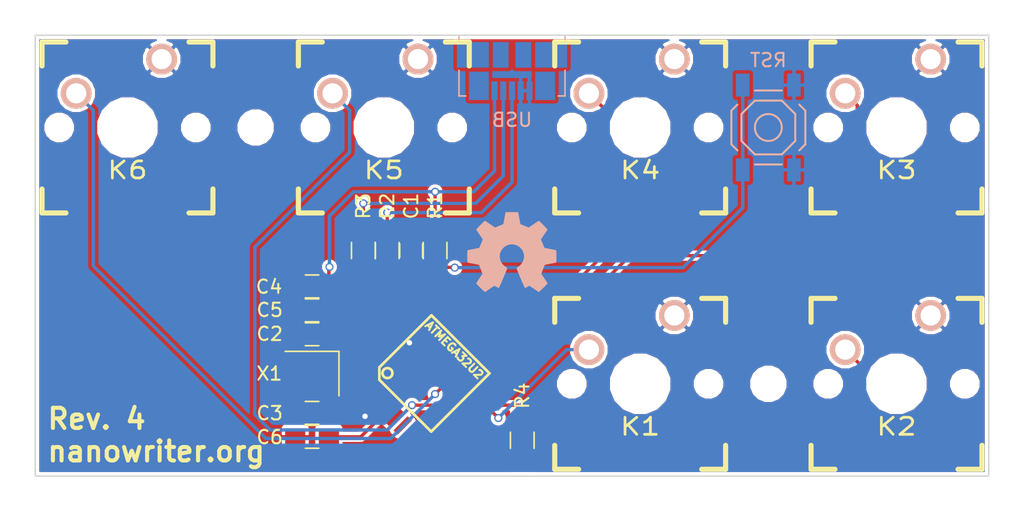
<source format=kicad_pcb>
(kicad_pcb (version 4) (host pcbnew 4.0.6)

  (general
    (links 44)
    (no_connects 2)
    (area 107.391999 107.391999 178.358001 140.258001)
    (thickness 1.6)
    (drawings 5)
    (tracks 142)
    (zones 0)
    (modules 23)
    (nets 33)
  )

  (page A4)
  (layers
    (0 F.Cu signal)
    (31 B.Cu signal)
    (32 B.Adhes user)
    (33 F.Adhes user)
    (34 B.Paste user)
    (35 F.Paste user)
    (36 B.SilkS user)
    (37 F.SilkS user)
    (38 B.Mask user)
    (39 F.Mask user)
    (40 Dwgs.User user)
    (41 Cmts.User user)
    (42 Eco1.User user)
    (43 Eco2.User user)
    (44 Edge.Cuts user)
    (45 Margin user)
    (46 B.CrtYd user)
    (47 F.CrtYd user)
    (48 B.Fab user)
    (49 F.Fab user)
  )

  (setup
    (last_trace_width 0.25)
    (trace_clearance 0.2)
    (zone_clearance 0.254)
    (zone_45_only no)
    (trace_min 0.2)
    (segment_width 0.2)
    (edge_width 0.1)
    (via_size 0.6)
    (via_drill 0.4)
    (via_min_size 0.4)
    (via_min_drill 0.3)
    (uvia_size 0.3)
    (uvia_drill 0.1)
    (uvias_allowed no)
    (uvia_min_size 0.2)
    (uvia_min_drill 0.1)
    (pcb_text_width 0.3)
    (pcb_text_size 1.5 1.5)
    (mod_edge_width 0.15)
    (mod_text_size 1 1)
    (mod_text_width 0.15)
    (pad_size 4.064 4.064)
    (pad_drill 2.2)
    (pad_to_mask_clearance 0)
    (aux_axis_origin 0 0)
    (visible_elements 7FFFFFFF)
    (pcbplotparams
      (layerselection 0x00030_80000001)
      (usegerberextensions false)
      (excludeedgelayer true)
      (linewidth 0.100000)
      (plotframeref false)
      (viasonmask false)
      (mode 1)
      (useauxorigin false)
      (hpglpennumber 1)
      (hpglpenspeed 20)
      (hpglpendiameter 15)
      (hpglpenoverlay 2)
      (psnegative false)
      (psa4output false)
      (plotreference true)
      (plotvalue true)
      (plotinvisibletext false)
      (padsonsilk false)
      (subtractmaskfromsilk false)
      (outputformat 1)
      (mirror false)
      (drillshape 1)
      (scaleselection 1)
      (outputdirectory ""))
  )

  (net 0 "")
  (net 1 GND)
  (net 2 VCC)
  (net 3 "Net-(C1-Pad1)")
  (net 4 "Net-(C2-Pad1)")
  (net 5 "Net-(C3-Pad1)")
  (net 6 "Net-(IC1-Pad8)")
  (net 7 "Net-(IC1-Pad7)")
  (net 8 "Net-(IC1-Pad6)")
  (net 9 "Net-(IC1-Pad5)")
  (net 10 "Net-(IC1-Pad24)")
  (net 11 "Net-(IC1-Pad17)")
  (net 12 "Net-(IC1-Pad18)")
  (net 13 "Net-(IC1-Pad19)")
  (net 14 "Net-(IC1-Pad20)")
  (net 15 "Net-(IC1-Pad21)")
  (net 16 "Net-(IC1-Pad22)")
  (net 17 "Net-(IC1-Pad23)")
  (net 18 "Net-(IC1-Pad30)")
  (net 19 "Net-(IC1-Pad29)")
  (net 20 "Net-(IC1-Pad26)")
  (net 21 "Net-(IC1-Pad25)")
  (net 22 "Net-(IC1-Pad9)")
  (net 23 "Net-(IC1-Pad10)")
  (net 24 "Net-(IC1-Pad11)")
  (net 25 "Net-(IC1-Pad12)")
  (net 26 "Net-(IC1-Pad13)")
  (net 27 "Net-(IC1-Pad14)")
  (net 28 "Net-(IC1-Pad15)")
  (net 29 "Net-(IC1-Pad16)")
  (net 30 "Net-(J1-Pad2)")
  (net 31 "Net-(J1-Pad3)")
  (net 32 "Net-(X1-Pad3)")

  (net_class Default "This is the default net class."
    (clearance 0.2)
    (trace_width 0.25)
    (via_dia 0.6)
    (via_drill 0.4)
    (uvia_dia 0.3)
    (uvia_drill 0.1)
    (add_net GND)
    (add_net "Net-(C1-Pad1)")
    (add_net "Net-(C2-Pad1)")
    (add_net "Net-(C3-Pad1)")
    (add_net "Net-(IC1-Pad10)")
    (add_net "Net-(IC1-Pad11)")
    (add_net "Net-(IC1-Pad12)")
    (add_net "Net-(IC1-Pad13)")
    (add_net "Net-(IC1-Pad14)")
    (add_net "Net-(IC1-Pad15)")
    (add_net "Net-(IC1-Pad16)")
    (add_net "Net-(IC1-Pad17)")
    (add_net "Net-(IC1-Pad18)")
    (add_net "Net-(IC1-Pad19)")
    (add_net "Net-(IC1-Pad20)")
    (add_net "Net-(IC1-Pad21)")
    (add_net "Net-(IC1-Pad22)")
    (add_net "Net-(IC1-Pad23)")
    (add_net "Net-(IC1-Pad24)")
    (add_net "Net-(IC1-Pad25)")
    (add_net "Net-(IC1-Pad26)")
    (add_net "Net-(IC1-Pad29)")
    (add_net "Net-(IC1-Pad30)")
    (add_net "Net-(IC1-Pad5)")
    (add_net "Net-(IC1-Pad6)")
    (add_net "Net-(IC1-Pad7)")
    (add_net "Net-(IC1-Pad8)")
    (add_net "Net-(IC1-Pad9)")
    (add_net "Net-(J1-Pad2)")
    (add_net "Net-(J1-Pad3)")
    (add_net "Net-(X1-Pad3)")
    (add_net VCC)
  )

  (module TheKeebrary:MX_PCB_100H (layer F.Cu) (tedit 549A0505) (tstamp 5946E6D3)
    (at 152.4 114.3)
    (path /5886E1F9)
    (fp_text reference K4 (at 0 3.175) (layer F.SilkS)
      (effects (font (size 1.27 1.524) (thickness 0.2032)))
    )
    (fp_text value KEYSW (at 0 5.08) (layer F.SilkS) hide
      (effects (font (size 1.27 1.524) (thickness 0.2032)))
    )
    (fp_text user 1.00u (at -5.715 8.255) (layer Dwgs.User)
      (effects (font (thickness 0.3048)))
    )
    (fp_line (start -6.35 -6.35) (end 6.35 -6.35) (layer Cmts.User) (width 0.1524))
    (fp_line (start 6.35 -6.35) (end 6.35 6.35) (layer Cmts.User) (width 0.1524))
    (fp_line (start 6.35 6.35) (end -6.35 6.35) (layer Cmts.User) (width 0.1524))
    (fp_line (start -6.35 6.35) (end -6.35 -6.35) (layer Cmts.User) (width 0.1524))
    (fp_line (start -9.398 -9.398) (end 9.398 -9.398) (layer Dwgs.User) (width 0.1524))
    (fp_line (start 9.398 -9.398) (end 9.398 9.398) (layer Dwgs.User) (width 0.1524))
    (fp_line (start 9.398 9.398) (end -9.398 9.398) (layer Dwgs.User) (width 0.1524))
    (fp_line (start -9.398 9.398) (end -9.398 -9.398) (layer Dwgs.User) (width 0.1524))
    (fp_line (start -6.35 -6.35) (end -4.572 -6.35) (layer F.SilkS) (width 0.381))
    (fp_line (start 4.572 -6.35) (end 6.35 -6.35) (layer F.SilkS) (width 0.381))
    (fp_line (start 6.35 -6.35) (end 6.35 -4.572) (layer F.SilkS) (width 0.381))
    (fp_line (start 6.35 4.572) (end 6.35 6.35) (layer F.SilkS) (width 0.381))
    (fp_line (start 6.35 6.35) (end 4.572 6.35) (layer F.SilkS) (width 0.381))
    (fp_line (start -4.572 6.35) (end -6.35 6.35) (layer F.SilkS) (width 0.381))
    (fp_line (start -6.35 6.35) (end -6.35 4.572) (layer F.SilkS) (width 0.381))
    (fp_line (start -6.35 -4.572) (end -6.35 -6.35) (layer F.SilkS) (width 0.381))
    (fp_line (start -6.985 -6.985) (end 6.985 -6.985) (layer Eco2.User) (width 0.1524))
    (fp_line (start 6.985 -6.985) (end 6.985 6.985) (layer Eco2.User) (width 0.1524))
    (fp_line (start 6.985 6.985) (end -6.985 6.985) (layer Eco2.User) (width 0.1524))
    (fp_line (start -6.985 6.985) (end -6.985 -6.985) (layer Eco2.User) (width 0.1524))
    (pad 1 thru_hole circle (at 2.54 -5.08) (size 2.286 2.286) (drill 1.4986) (layers *.Cu *.SilkS *.Mask)
      (net 1 GND))
    (pad 2 thru_hole circle (at -3.81 -2.54) (size 2.286 2.286) (drill 1.4986) (layers *.Cu *.SilkS *.Mask)
      (net 11 "Net-(IC1-Pad17)"))
    (pad HOLE np_thru_hole circle (at 0 0) (size 3.9878 3.9878) (drill 3.9878) (layers *.Cu))
    (pad HOLE np_thru_hole circle (at -5.08 0) (size 1.7018 1.7018) (drill 1.7018) (layers *.Cu))
    (pad HOLE np_thru_hole circle (at 5.08 0) (size 1.7018 1.7018) (drill 1.7018) (layers *.Cu))
  )

  (module Buttons_Switches_SMD:SW_SPST_TL3342 (layer B.Cu) (tedit 5946E85B) (tstamp 58A0AE44)
    (at 161.925 114.3 90)
    (descr "Low-profile SMD Tactile Switch, https://www.e-switch.com/system/asset/product_line/data_sheet/165/TL3342.pdf")
    (tags "SPST Tactile Switch")
    (path /58A0941F)
    (attr smd)
    (fp_text reference SW1 (at -5 0 180) (layer B.SilkS) hide
      (effects (font (size 1 1) (thickness 0.15)) (justify mirror))
    )
    (fp_text value RST (at 5 0 180) (layer B.SilkS)
      (effects (font (size 1 1) (thickness 0.15)) (justify mirror))
    )
    (fp_line (start 3.2 -2.1) (end 3.2 -1.6) (layer B.Fab) (width 0.15))
    (fp_line (start 3.2 2.1) (end 3.2 1.6) (layer B.Fab) (width 0.15))
    (fp_line (start -3.2 -2.1) (end -3.2 -1.6) (layer B.Fab) (width 0.15))
    (fp_line (start -3.2 2.1) (end -3.2 1.6) (layer B.Fab) (width 0.15))
    (fp_line (start 2.7 2.1) (end 2.7 1.6) (layer B.Fab) (width 0.15))
    (fp_line (start 1.7 2.1) (end 3.2 2.1) (layer B.Fab) (width 0.15))
    (fp_line (start 3.2 1.6) (end 2.2 1.6) (layer B.Fab) (width 0.15))
    (fp_line (start -2.7 2.1) (end -2.7 1.6) (layer B.Fab) (width 0.15))
    (fp_line (start -1.7 2.1) (end -3.2 2.1) (layer B.Fab) (width 0.15))
    (fp_line (start -3.2 1.6) (end -2.2 1.6) (layer B.Fab) (width 0.15))
    (fp_line (start -2.7 -2.1) (end -2.7 -1.6) (layer B.Fab) (width 0.15))
    (fp_line (start -3.2 -1.6) (end -2.2 -1.6) (layer B.Fab) (width 0.15))
    (fp_line (start -1.7 -2.1) (end -3.2 -2.1) (layer B.Fab) (width 0.15))
    (fp_line (start 1.7 -2.1) (end 3.2 -2.1) (layer B.Fab) (width 0.15))
    (fp_line (start 2.7 -2.1) (end 2.7 -1.6) (layer B.Fab) (width 0.15))
    (fp_line (start 3.2 -1.6) (end 2.2 -1.6) (layer B.Fab) (width 0.15))
    (fp_line (start -1.7 -2.3) (end -1.25 -2.75) (layer B.SilkS) (width 0.15))
    (fp_line (start 1.7 -2.3) (end 1.25 -2.75) (layer B.SilkS) (width 0.15))
    (fp_line (start 1.7 2.3) (end 1.25 2.75) (layer B.SilkS) (width 0.15))
    (fp_line (start -1.7 2.3) (end -1.25 2.75) (layer B.SilkS) (width 0.15))
    (fp_line (start -2 1) (end -1 2) (layer B.SilkS) (width 0.15))
    (fp_line (start -1 2) (end 1 2) (layer B.SilkS) (width 0.15))
    (fp_line (start 1 2) (end 2 1) (layer B.SilkS) (width 0.15))
    (fp_line (start 2 1) (end 2 -1) (layer B.SilkS) (width 0.15))
    (fp_line (start 2 -1) (end 1 -2) (layer B.SilkS) (width 0.15))
    (fp_line (start 1 -2) (end -1 -2) (layer B.SilkS) (width 0.15))
    (fp_line (start -1 -2) (end -2 -1) (layer B.SilkS) (width 0.15))
    (fp_line (start -2 -1) (end -2 1) (layer B.SilkS) (width 0.15))
    (fp_line (start 2.75 1) (end 2.75 -1) (layer B.SilkS) (width 0.15))
    (fp_line (start -1.25 -2.75) (end 1.25 -2.75) (layer B.SilkS) (width 0.15))
    (fp_line (start -2.75 1) (end -2.75 -1) (layer B.SilkS) (width 0.15))
    (fp_line (start -1.25 2.75) (end 1.25 2.75) (layer B.SilkS) (width 0.15))
    (fp_circle (center 0 0) (end 1 0) (layer B.SilkS) (width 0.15))
    (fp_line (start -2.6 1.2) (end -2.6 -1.2) (layer B.Fab) (width 0.15))
    (fp_line (start -2.6 -1.2) (end -1.2 -2.6) (layer B.Fab) (width 0.15))
    (fp_line (start -1.2 -2.6) (end 1.2 -2.6) (layer B.Fab) (width 0.15))
    (fp_line (start 1.2 -2.6) (end 2.6 -1.2) (layer B.Fab) (width 0.15))
    (fp_line (start 2.6 -1.2) (end 2.6 1.2) (layer B.Fab) (width 0.15))
    (fp_line (start 2.6 1.2) (end 1.2 2.6) (layer B.Fab) (width 0.15))
    (fp_line (start 1.2 2.6) (end -1.2 2.6) (layer B.Fab) (width 0.15))
    (fp_line (start -1.2 2.6) (end -2.6 1.2) (layer B.Fab) (width 0.15))
    (fp_line (start -4.25 3) (end 4.25 3) (layer B.CrtYd) (width 0.05))
    (fp_line (start 4.25 3) (end 4.25 -3) (layer B.CrtYd) (width 0.05))
    (fp_line (start 4.25 -3) (end -4.25 -3) (layer B.CrtYd) (width 0.05))
    (fp_line (start -4.25 -3) (end -4.25 3) (layer B.CrtYd) (width 0.05))
    (pad 1 smd rect (at -3.15 1.9 90) (size 1.7 1) (layers B.Cu B.Paste B.Mask)
      (net 1 GND))
    (pad 1 smd rect (at 3.15 1.9 90) (size 1.7 1) (layers B.Cu B.Paste B.Mask)
      (net 1 GND))
    (pad 2 smd rect (at -3.15 -1.9 90) (size 1.7 1) (layers B.Cu B.Paste B.Mask)
      (net 10 "Net-(IC1-Pad24)"))
    (pad 2 smd rect (at 3.15 -1.9 90) (size 1.7 1) (layers B.Cu B.Paste B.Mask)
      (net 10 "Net-(IC1-Pad24)"))
  )

  (module Capacitors_SMD:C_0805_HandSoldering (layer F.Cu) (tedit 5946E7C9) (tstamp 58C5FEE1)
    (at 135.382 123.444 90)
    (descr "Capacitor SMD 0805, hand soldering")
    (tags "capacitor 0805")
    (path /58C62275)
    (attr smd)
    (fp_text reference C1 (at 3.302 0 270) (layer F.SilkS)
      (effects (font (size 1 1) (thickness 0.15)))
    )
    (fp_text value 1u (at 0 1.75 90) (layer F.Fab)
      (effects (font (size 1 1) (thickness 0.15)))
    )
    (fp_text user %R (at 0 -1.75 90) (layer F.Fab)
      (effects (font (size 1 1) (thickness 0.15)))
    )
    (fp_line (start -1 0.62) (end -1 -0.62) (layer F.Fab) (width 0.1))
    (fp_line (start 1 0.62) (end -1 0.62) (layer F.Fab) (width 0.1))
    (fp_line (start 1 -0.62) (end 1 0.62) (layer F.Fab) (width 0.1))
    (fp_line (start -1 -0.62) (end 1 -0.62) (layer F.Fab) (width 0.1))
    (fp_line (start 0.5 -0.85) (end -0.5 -0.85) (layer F.SilkS) (width 0.12))
    (fp_line (start -0.5 0.85) (end 0.5 0.85) (layer F.SilkS) (width 0.12))
    (fp_line (start -2.25 -0.88) (end 2.25 -0.88) (layer F.CrtYd) (width 0.05))
    (fp_line (start -2.25 -0.88) (end -2.25 0.87) (layer F.CrtYd) (width 0.05))
    (fp_line (start 2.25 0.87) (end 2.25 -0.88) (layer F.CrtYd) (width 0.05))
    (fp_line (start 2.25 0.87) (end -2.25 0.87) (layer F.CrtYd) (width 0.05))
    (pad 1 smd rect (at -1.25 0 90) (size 1.5 1.25) (layers F.Cu F.Paste F.Mask)
      (net 3 "Net-(C1-Pad1)"))
    (pad 2 smd rect (at 1.25 0 90) (size 1.5 1.25) (layers F.Cu F.Paste F.Mask)
      (net 1 GND))
    (model Capacitors_SMD.3dshapes/C_0805.wrl
      (at (xyz 0 0 0))
      (scale (xyz 1 1 1))
      (rotate (xyz 0 0 0))
    )
  )

  (module Capacitors_SMD:C_0805_HandSoldering (layer F.Cu) (tedit 58C5E916) (tstamp 58C5FEE7)
    (at 128.016 129.667 180)
    (descr "Capacitor SMD 0805, hand soldering")
    (tags "capacitor 0805")
    (path /58C5FF93)
    (attr smd)
    (fp_text reference C2 (at 3.1496 0.0254 180) (layer F.SilkS)
      (effects (font (size 1 1) (thickness 0.15)))
    )
    (fp_text value 22p (at 0 1.75 180) (layer F.Fab)
      (effects (font (size 1 1) (thickness 0.15)))
    )
    (fp_text user %R (at 0 -1.75 180) (layer F.Fab)
      (effects (font (size 1 1) (thickness 0.15)))
    )
    (fp_line (start -1 0.62) (end -1 -0.62) (layer F.Fab) (width 0.1))
    (fp_line (start 1 0.62) (end -1 0.62) (layer F.Fab) (width 0.1))
    (fp_line (start 1 -0.62) (end 1 0.62) (layer F.Fab) (width 0.1))
    (fp_line (start -1 -0.62) (end 1 -0.62) (layer F.Fab) (width 0.1))
    (fp_line (start 0.5 -0.85) (end -0.5 -0.85) (layer F.SilkS) (width 0.12))
    (fp_line (start -0.5 0.85) (end 0.5 0.85) (layer F.SilkS) (width 0.12))
    (fp_line (start -2.25 -0.88) (end 2.25 -0.88) (layer F.CrtYd) (width 0.05))
    (fp_line (start -2.25 -0.88) (end -2.25 0.87) (layer F.CrtYd) (width 0.05))
    (fp_line (start 2.25 0.87) (end 2.25 -0.88) (layer F.CrtYd) (width 0.05))
    (fp_line (start 2.25 0.87) (end -2.25 0.87) (layer F.CrtYd) (width 0.05))
    (pad 1 smd rect (at -1.25 0 180) (size 1.5 1.25) (layers F.Cu F.Paste F.Mask)
      (net 4 "Net-(C2-Pad1)"))
    (pad 2 smd rect (at 1.25 0 180) (size 1.5 1.25) (layers F.Cu F.Paste F.Mask)
      (net 1 GND))
    (model Capacitors_SMD.3dshapes/C_0805.wrl
      (at (xyz 0 0 0))
      (scale (xyz 1 1 1))
      (rotate (xyz 0 0 0))
    )
  )

  (module Capacitors_SMD:C_0805_HandSoldering (layer F.Cu) (tedit 58C5E904) (tstamp 58C5FEED)
    (at 128.016 135.509)
    (descr "Capacitor SMD 0805, hand soldering")
    (tags "capacitor 0805")
    (path /58C5FFE0)
    (attr smd)
    (fp_text reference C3 (at -3.1496 0.0254) (layer F.SilkS)
      (effects (font (size 1 1) (thickness 0.15)))
    )
    (fp_text value 22p (at 0 1.75) (layer F.Fab)
      (effects (font (size 1 1) (thickness 0.15)))
    )
    (fp_text user %R (at 0 -1.75) (layer F.Fab)
      (effects (font (size 1 1) (thickness 0.15)))
    )
    (fp_line (start -1 0.62) (end -1 -0.62) (layer F.Fab) (width 0.1))
    (fp_line (start 1 0.62) (end -1 0.62) (layer F.Fab) (width 0.1))
    (fp_line (start 1 -0.62) (end 1 0.62) (layer F.Fab) (width 0.1))
    (fp_line (start -1 -0.62) (end 1 -0.62) (layer F.Fab) (width 0.1))
    (fp_line (start 0.5 -0.85) (end -0.5 -0.85) (layer F.SilkS) (width 0.12))
    (fp_line (start -0.5 0.85) (end 0.5 0.85) (layer F.SilkS) (width 0.12))
    (fp_line (start -2.25 -0.88) (end 2.25 -0.88) (layer F.CrtYd) (width 0.05))
    (fp_line (start -2.25 -0.88) (end -2.25 0.87) (layer F.CrtYd) (width 0.05))
    (fp_line (start 2.25 0.87) (end 2.25 -0.88) (layer F.CrtYd) (width 0.05))
    (fp_line (start 2.25 0.87) (end -2.25 0.87) (layer F.CrtYd) (width 0.05))
    (pad 1 smd rect (at -1.25 0) (size 1.5 1.25) (layers F.Cu F.Paste F.Mask)
      (net 5 "Net-(C3-Pad1)"))
    (pad 2 smd rect (at 1.25 0) (size 1.5 1.25) (layers F.Cu F.Paste F.Mask)
      (net 1 GND))
    (model Capacitors_SMD.3dshapes/C_0805.wrl
      (at (xyz 0 0 0))
      (scale (xyz 1 1 1))
      (rotate (xyz 0 0 0))
    )
  )

  (module Capacitors_SMD:C_0805_HandSoldering (layer F.Cu) (tedit 58C5E924) (tstamp 58C5FEF3)
    (at 128.016 126.111 180)
    (descr "Capacitor SMD 0805, hand soldering")
    (tags "capacitor 0805")
    (path /58C639C7)
    (attr smd)
    (fp_text reference C4 (at 3.2004 -0.0254 180) (layer F.SilkS)
      (effects (font (size 1 1) (thickness 0.15)))
    )
    (fp_text value 4.7u (at 0 1.75 180) (layer F.Fab)
      (effects (font (size 1 1) (thickness 0.15)))
    )
    (fp_text user %R (at 0 -1.75 180) (layer F.Fab)
      (effects (font (size 1 1) (thickness 0.15)))
    )
    (fp_line (start -1 0.62) (end -1 -0.62) (layer F.Fab) (width 0.1))
    (fp_line (start 1 0.62) (end -1 0.62) (layer F.Fab) (width 0.1))
    (fp_line (start 1 -0.62) (end 1 0.62) (layer F.Fab) (width 0.1))
    (fp_line (start -1 -0.62) (end 1 -0.62) (layer F.Fab) (width 0.1))
    (fp_line (start 0.5 -0.85) (end -0.5 -0.85) (layer F.SilkS) (width 0.12))
    (fp_line (start -0.5 0.85) (end 0.5 0.85) (layer F.SilkS) (width 0.12))
    (fp_line (start -2.25 -0.88) (end 2.25 -0.88) (layer F.CrtYd) (width 0.05))
    (fp_line (start -2.25 -0.88) (end -2.25 0.87) (layer F.CrtYd) (width 0.05))
    (fp_line (start 2.25 0.87) (end 2.25 -0.88) (layer F.CrtYd) (width 0.05))
    (fp_line (start 2.25 0.87) (end -2.25 0.87) (layer F.CrtYd) (width 0.05))
    (pad 1 smd rect (at -1.25 0 180) (size 1.5 1.25) (layers F.Cu F.Paste F.Mask)
      (net 2 VCC))
    (pad 2 smd rect (at 1.25 0 180) (size 1.5 1.25) (layers F.Cu F.Paste F.Mask)
      (net 1 GND))
    (model Capacitors_SMD.3dshapes/C_0805.wrl
      (at (xyz 0 0 0))
      (scale (xyz 1 1 1))
      (rotate (xyz 0 0 0))
    )
  )

  (module Capacitors_SMD:C_0805_HandSoldering (layer F.Cu) (tedit 58C5E92F) (tstamp 58C5FEF9)
    (at 128.016 127.889 180)
    (descr "Capacitor SMD 0805, hand soldering")
    (tags "capacitor 0805")
    (path /58C63BFC)
    (attr smd)
    (fp_text reference C5 (at 3.1496 0.0254 180) (layer F.SilkS)
      (effects (font (size 1 1) (thickness 0.15)))
    )
    (fp_text value .1u (at 0 1.75 180) (layer F.Fab)
      (effects (font (size 1 1) (thickness 0.15)))
    )
    (fp_text user %R (at 0 -1.75 180) (layer F.Fab)
      (effects (font (size 1 1) (thickness 0.15)))
    )
    (fp_line (start -1 0.62) (end -1 -0.62) (layer F.Fab) (width 0.1))
    (fp_line (start 1 0.62) (end -1 0.62) (layer F.Fab) (width 0.1))
    (fp_line (start 1 -0.62) (end 1 0.62) (layer F.Fab) (width 0.1))
    (fp_line (start -1 -0.62) (end 1 -0.62) (layer F.Fab) (width 0.1))
    (fp_line (start 0.5 -0.85) (end -0.5 -0.85) (layer F.SilkS) (width 0.12))
    (fp_line (start -0.5 0.85) (end 0.5 0.85) (layer F.SilkS) (width 0.12))
    (fp_line (start -2.25 -0.88) (end 2.25 -0.88) (layer F.CrtYd) (width 0.05))
    (fp_line (start -2.25 -0.88) (end -2.25 0.87) (layer F.CrtYd) (width 0.05))
    (fp_line (start 2.25 0.87) (end 2.25 -0.88) (layer F.CrtYd) (width 0.05))
    (fp_line (start 2.25 0.87) (end -2.25 0.87) (layer F.CrtYd) (width 0.05))
    (pad 1 smd rect (at -1.25 0 180) (size 1.5 1.25) (layers F.Cu F.Paste F.Mask)
      (net 2 VCC))
    (pad 2 smd rect (at 1.25 0 180) (size 1.5 1.25) (layers F.Cu F.Paste F.Mask)
      (net 1 GND))
    (model Capacitors_SMD.3dshapes/C_0805.wrl
      (at (xyz 0 0 0))
      (scale (xyz 1 1 1))
      (rotate (xyz 0 0 0))
    )
  )

  (module Capacitors_SMD:C_0805_HandSoldering (layer F.Cu) (tedit 58C5E90A) (tstamp 58C5FEFF)
    (at 128.016 137.287 180)
    (descr "Capacitor SMD 0805, hand soldering")
    (tags "capacitor 0805")
    (path /58C63C6F)
    (attr smd)
    (fp_text reference C6 (at 3.1496 -0.0254 180) (layer F.SilkS)
      (effects (font (size 1 1) (thickness 0.15)))
    )
    (fp_text value .1u (at 0 1.75 180) (layer F.Fab)
      (effects (font (size 1 1) (thickness 0.15)))
    )
    (fp_text user %R (at 0 -1.75 180) (layer F.Fab)
      (effects (font (size 1 1) (thickness 0.15)))
    )
    (fp_line (start -1 0.62) (end -1 -0.62) (layer F.Fab) (width 0.1))
    (fp_line (start 1 0.62) (end -1 0.62) (layer F.Fab) (width 0.1))
    (fp_line (start 1 -0.62) (end 1 0.62) (layer F.Fab) (width 0.1))
    (fp_line (start -1 -0.62) (end 1 -0.62) (layer F.Fab) (width 0.1))
    (fp_line (start 0.5 -0.85) (end -0.5 -0.85) (layer F.SilkS) (width 0.12))
    (fp_line (start -0.5 0.85) (end 0.5 0.85) (layer F.SilkS) (width 0.12))
    (fp_line (start -2.25 -0.88) (end 2.25 -0.88) (layer F.CrtYd) (width 0.05))
    (fp_line (start -2.25 -0.88) (end -2.25 0.87) (layer F.CrtYd) (width 0.05))
    (fp_line (start 2.25 0.87) (end 2.25 -0.88) (layer F.CrtYd) (width 0.05))
    (fp_line (start 2.25 0.87) (end -2.25 0.87) (layer F.CrtYd) (width 0.05))
    (pad 1 smd rect (at -1.25 0 180) (size 1.5 1.25) (layers F.Cu F.Paste F.Mask)
      (net 2 VCC))
    (pad 2 smd rect (at 1.25 0 180) (size 1.5 1.25) (layers F.Cu F.Paste F.Mask)
      (net 1 GND))
    (model Capacitors_SMD.3dshapes/C_0805.wrl
      (at (xyz 0 0 0))
      (scale (xyz 1 1 1))
      (rotate (xyz 0 0 0))
    )
  )

  (module keyboard_parts:QFP32 (layer F.Cu) (tedit 58C5EE67) (tstamp 58C5FF23)
    (at 136.906 132.588 45)
    (path /58C5F98C)
    (fp_text reference IC1 (at 0 -0.95 45) (layer F.SilkS) hide
      (effects (font (size 0.8 0.8) (thickness 0.15)))
    )
    (fp_text value ATMEGA32U2 (at 2.424669 -0.053882 135) (layer F.SilkS)
      (effects (font (size 0.6 0.6) (thickness 0.15)))
    )
    (fp_circle (center -2.3 -2.35) (end -2.025 -2.1) (layer F.SilkS) (width 0.2))
    (fp_line (start 3.05 -3.05) (end 3.05 3.025) (layer F.SilkS) (width 0.2))
    (fp_line (start 3.05 3.025) (end -3.075 3.025) (layer F.SilkS) (width 0.2))
    (fp_line (start -3.075 3.025) (end -3.075 -2.425) (layer F.SilkS) (width 0.2))
    (fp_line (start -3.075 -2.425) (end -2.425 -3.075) (layer F.SilkS) (width 0.2))
    (fp_line (start -2.425 -3.075) (end 3.05 -3.075) (layer F.SilkS) (width 0.2))
    (pad 8 smd rect (at -4.25 2.8 45) (size 1.5 0.45) (layers F.Cu F.Paste F.Mask)
      (net 6 "Net-(IC1-Pad8)"))
    (pad 7 smd rect (at -4.25 2 45) (size 1.5 0.45) (layers F.Cu F.Paste F.Mask)
      (net 7 "Net-(IC1-Pad7)"))
    (pad 6 smd rect (at -4.25 1.2 45) (size 1.5 0.45) (layers F.Cu F.Paste F.Mask)
      (net 8 "Net-(IC1-Pad6)"))
    (pad 5 smd rect (at -4.25 0.4 45) (size 1.5 0.45) (layers F.Cu F.Paste F.Mask)
      (net 9 "Net-(IC1-Pad5)"))
    (pad 4 smd rect (at -4.25 -0.4 45) (size 1.5 0.45) (layers F.Cu F.Paste F.Mask)
      (net 2 VCC))
    (pad 3 smd rect (at -4.25 -1.2 45) (size 1.5 0.45) (layers F.Cu F.Paste F.Mask)
      (net 1 GND))
    (pad 2 smd rect (at -4.25 -2 45) (size 1.5 0.45) (layers F.Cu F.Paste F.Mask)
      (net 5 "Net-(C3-Pad1)"))
    (pad 1 smd rect (at -4.25 -2.8 45) (size 1.5 0.45) (layers F.Cu F.Paste F.Mask)
      (net 4 "Net-(C2-Pad1)"))
    (pad 24 smd rect (at 4.25 -2.8 45) (size 1.5 0.45) (layers F.Cu F.Paste F.Mask)
      (net 10 "Net-(IC1-Pad24)"))
    (pad 17 smd rect (at 4.25 2.8 45) (size 1.5 0.45) (layers F.Cu F.Paste F.Mask)
      (net 11 "Net-(IC1-Pad17)"))
    (pad 18 smd rect (at 4.25 2 45) (size 1.5 0.45) (layers F.Cu F.Paste F.Mask)
      (net 12 "Net-(IC1-Pad18)"))
    (pad 19 smd rect (at 4.25 1.2 45) (size 1.5 0.45) (layers F.Cu F.Paste F.Mask)
      (net 13 "Net-(IC1-Pad19)"))
    (pad 20 smd rect (at 4.25 0.4 45) (size 1.5 0.45) (layers F.Cu F.Paste F.Mask)
      (net 14 "Net-(IC1-Pad20)"))
    (pad 21 smd rect (at 4.25 -0.4 45) (size 1.5 0.45) (layers F.Cu F.Paste F.Mask)
      (net 15 "Net-(IC1-Pad21)"))
    (pad 22 smd rect (at 4.25 -1.2 45) (size 1.5 0.45) (layers F.Cu F.Paste F.Mask)
      (net 16 "Net-(IC1-Pad22)"))
    (pad 23 smd rect (at 4.25 -2 45) (size 1.5 0.45) (layers F.Cu F.Paste F.Mask)
      (net 17 "Net-(IC1-Pad23)"))
    (pad 32 smd rect (at -2.8 -4.25 45) (size 0.45 1.5) (layers F.Cu F.Paste F.Mask)
      (net 2 VCC))
    (pad 31 smd rect (at -2 -4.25 45) (size 0.45 1.5) (layers F.Cu F.Paste F.Mask)
      (net 2 VCC))
    (pad 30 smd rect (at -1.2 -4.25 45) (size 0.45 1.5) (layers F.Cu F.Paste F.Mask)
      (net 18 "Net-(IC1-Pad30)"))
    (pad 29 smd rect (at -0.4 -4.25 45) (size 0.45 1.5) (layers F.Cu F.Paste F.Mask)
      (net 19 "Net-(IC1-Pad29)"))
    (pad 28 smd rect (at 0.4 -4.25 45) (size 0.45 1.5) (layers F.Cu F.Paste F.Mask)
      (net 1 GND))
    (pad 27 smd rect (at 1.2 -4.25 45) (size 0.45 1.5) (layers F.Cu F.Paste F.Mask)
      (net 3 "Net-(C1-Pad1)"))
    (pad 26 smd rect (at 2 -4.25 45) (size 0.45 1.5) (layers F.Cu F.Paste F.Mask)
      (net 20 "Net-(IC1-Pad26)"))
    (pad 25 smd rect (at 2.8 -4.25 45) (size 0.45 1.5) (layers F.Cu F.Paste F.Mask)
      (net 21 "Net-(IC1-Pad25)"))
    (pad 9 smd rect (at -2.8 4.25 45) (size 0.45 1.5) (layers F.Cu F.Paste F.Mask)
      (net 22 "Net-(IC1-Pad9)"))
    (pad 10 smd rect (at -2 4.25 45) (size 0.45 1.5) (layers F.Cu F.Paste F.Mask)
      (net 23 "Net-(IC1-Pad10)"))
    (pad 11 smd rect (at -1.2 4.25 45) (size 0.45 1.5) (layers F.Cu F.Paste F.Mask)
      (net 24 "Net-(IC1-Pad11)"))
    (pad 12 smd rect (at -0.4 4.25 45) (size 0.45 1.5) (layers F.Cu F.Paste F.Mask)
      (net 25 "Net-(IC1-Pad12)"))
    (pad 13 smd rect (at 0.4 4.25 45) (size 0.45 1.5) (layers F.Cu F.Paste F.Mask)
      (net 26 "Net-(IC1-Pad13)"))
    (pad 14 smd rect (at 1.2 4.25 45) (size 0.45 1.5) (layers F.Cu F.Paste F.Mask)
      (net 27 "Net-(IC1-Pad14)"))
    (pad 15 smd rect (at 2 4.25 45) (size 0.45 1.5) (layers F.Cu F.Paste F.Mask)
      (net 28 "Net-(IC1-Pad15)"))
    (pad 16 smd rect (at 2.8 4.25 45) (size 0.45 1.5) (layers F.Cu F.Paste F.Mask)
      (net 29 "Net-(IC1-Pad16)"))
  )

  (module Mounting_Holes:MountingHole_2.2mm_M2 (layer F.Cu) (tedit 58C5E999) (tstamp 58C60AE6)
    (at 123.825 114.3)
    (descr "Mounting Hole 2.2mm, no annular, M2")
    (tags "mounting hole 2.2mm no annular m2")
    (fp_text reference REF** (at 0 -3.2) (layer F.SilkS) hide
      (effects (font (size 1 1) (thickness 0.15)))
    )
    (fp_text value MountingHole_2.2mm_M2 (at 0 3.2) (layer F.Fab)
      (effects (font (size 1 1) (thickness 0.15)))
    )
    (fp_circle (center 0 0) (end 2.2 0) (layer Cmts.User) (width 0.15))
    (fp_circle (center 0 0) (end 2.45 0) (layer F.CrtYd) (width 0.05))
    (pad 1 np_thru_hole circle (at 0 0) (size 2.2 2.2) (drill 2.2) (layers *.Cu *.Mask))
  )

  (module Mounting_Holes:MountingHole_2.2mm_M2 (layer F.Cu) (tedit 58C5E9A1) (tstamp 58C60AE7)
    (at 161.925 133.35)
    (descr "Mounting Hole 2.2mm, no annular, M2")
    (tags "mounting hole 2.2mm no annular m2")
    (fp_text reference REF** (at 0 -3.2) (layer F.SilkS) hide
      (effects (font (size 1 1) (thickness 0.15)))
    )
    (fp_text value MountingHole_2.2mm_M2 (at 0 3.2) (layer F.Fab)
      (effects (font (size 1 1) (thickness 0.15)))
    )
    (fp_circle (center 0 0) (end 2.2 0) (layer Cmts.User) (width 0.15))
    (fp_circle (center 0 0) (end 2.45 0) (layer F.CrtYd) (width 0.05))
    (pad 1 np_thru_hole circle (at 0 0) (size 2.2 2.2) (drill 2.2) (layers *.Cu *.Mask))
  )

  (module Connectors_Molex:USB_Micro-B_Molex_47346-0001 (layer B.Cu) (tedit 5946E88E) (tstamp 5946E64B)
    (at 142.875 110.236 270)
    (descr http://www.molex.com/pdm_docs/sd/473460001_sd.pdf)
    (tags "Micro-USB SMD")
    (path /5946E4C1)
    (attr smd)
    (fp_text reference J1 (at 0.07 -5.84 270) (layer B.SilkS) hide
      (effects (font (size 1 1) (thickness 0.15)) (justify mirror))
    )
    (fp_text value USB (at 3.5 0 360) (layer B.SilkS)
      (effects (font (size 1 1) (thickness 0.15)) (justify mirror))
    )
    (fp_text user "PCB Front Edge" (at -2.85 -7.62 540) (layer Dwgs.User)
      (effects (font (size 0.4 0.4) (thickness 0.04)))
    )
    (fp_line (start 1.72 -3.94) (end 1.72 -3.43) (layer B.SilkS) (width 0.12))
    (fp_line (start -3.74 -4.6) (end -3.74 4.6) (layer B.CrtYd) (width 0.05))
    (fp_line (start 2.52 -4.6) (end -3.74 -4.6) (layer B.CrtYd) (width 0.05))
    (fp_line (start 2.52 4.6) (end 2.52 -4.6) (layer B.CrtYd) (width 0.05))
    (fp_line (start -3.74 4.6) (end 2.52 4.6) (layer B.CrtYd) (width 0.05))
    (fp_line (start -3.48 -3.75) (end -3.48 3.75) (layer B.Fab) (width 0.1))
    (fp_line (start 1.52 -3.75) (end -3.48 -3.75) (layer B.Fab) (width 0.1))
    (fp_line (start 1.52 3.75) (end 1.52 -3.75) (layer B.Fab) (width 0.1))
    (fp_line (start -3.48 3.75) (end 1.52 3.75) (layer B.Fab) (width 0.1))
    (fp_line (start -2.47 -3.94) (end -2.73 -3.94) (layer B.SilkS) (width 0.12))
    (fp_line (start 1.72 -3.94) (end -0.19 -3.94) (layer B.SilkS) (width 0.12))
    (fp_line (start 1.72 3.94) (end 1.72 3.43) (layer B.SilkS) (width 0.12))
    (fp_line (start -0.19 3.94) (end 1.72 3.94) (layer B.SilkS) (width 0.12))
    (fp_line (start -2.73 3.94) (end -2.47 3.94) (layer B.SilkS) (width 0.12))
    (fp_line (start -2.78 5) (end -2.78 -5) (layer Dwgs.User) (width 0.15))
    (pad 1 smd rect (at 1.33 1.3 270) (size 1.38 0.45) (layers B.Cu B.Paste B.Mask)
      (net 2 VCC))
    (pad 2 smd rect (at 1.33 0.65 270) (size 1.38 0.45) (layers B.Cu B.Paste B.Mask)
      (net 30 "Net-(J1-Pad2)"))
    (pad 3 smd rect (at 1.33 0 270) (size 1.38 0.45) (layers B.Cu B.Paste B.Mask)
      (net 31 "Net-(J1-Pad3)"))
    (pad 4 smd rect (at 1.33 -0.65 270) (size 1.38 0.45) (layers B.Cu B.Paste B.Mask)
      (net 1 GND))
    (pad 5 smd rect (at 1.33 -1.3 270) (size 1.38 0.45) (layers B.Cu B.Paste B.Mask)
      (net 1 GND))
    (pad 6 smd rect (at 0.97 2.4625 270) (size 2.1 1.475) (layers B.Cu B.Paste B.Mask))
    (pad 6 smd rect (at 0.97 -2.4625 270) (size 2.1 1.475) (layers B.Cu B.Paste B.Mask))
    (pad 6 smd rect (at -1.33 2.91 270) (size 1.9 2.375) (layers B.Cu B.Paste B.Mask))
    (pad 6 smd rect (at -1.33 -2.91 270) (size 1.9 2.375) (layers B.Cu B.Paste B.Mask))
    (pad 6 smd rect (at -1.33 0.84 270) (size 1.9 1.175) (layers B.Cu B.Paste B.Mask))
    (pad 6 smd rect (at -1.33 -0.84 270) (size 1.9 1.175) (layers B.Cu B.Paste B.Mask))
    (model Connectors_Molex.3dshapes/USB_Micro-B_Molex_47346-0001.wrl
      (at (xyz -0.05 0 0.05))
      (scale (xyz 0.39 0.39 0.39))
      (rotate (xyz -90 0 90))
    )
  )

  (module TheKeebrary:MX_PCB_100H (layer F.Cu) (tedit 549A0505) (tstamp 5946E6BB)
    (at 152.4 133.35)
    (path /5886E063)
    (fp_text reference K1 (at 0 3.175) (layer F.SilkS)
      (effects (font (size 1.27 1.524) (thickness 0.2032)))
    )
    (fp_text value KEYSW (at 0 5.08) (layer F.SilkS) hide
      (effects (font (size 1.27 1.524) (thickness 0.2032)))
    )
    (fp_text user 1.00u (at -5.715 8.255) (layer Dwgs.User)
      (effects (font (thickness 0.3048)))
    )
    (fp_line (start -6.35 -6.35) (end 6.35 -6.35) (layer Cmts.User) (width 0.1524))
    (fp_line (start 6.35 -6.35) (end 6.35 6.35) (layer Cmts.User) (width 0.1524))
    (fp_line (start 6.35 6.35) (end -6.35 6.35) (layer Cmts.User) (width 0.1524))
    (fp_line (start -6.35 6.35) (end -6.35 -6.35) (layer Cmts.User) (width 0.1524))
    (fp_line (start -9.398 -9.398) (end 9.398 -9.398) (layer Dwgs.User) (width 0.1524))
    (fp_line (start 9.398 -9.398) (end 9.398 9.398) (layer Dwgs.User) (width 0.1524))
    (fp_line (start 9.398 9.398) (end -9.398 9.398) (layer Dwgs.User) (width 0.1524))
    (fp_line (start -9.398 9.398) (end -9.398 -9.398) (layer Dwgs.User) (width 0.1524))
    (fp_line (start -6.35 -6.35) (end -4.572 -6.35) (layer F.SilkS) (width 0.381))
    (fp_line (start 4.572 -6.35) (end 6.35 -6.35) (layer F.SilkS) (width 0.381))
    (fp_line (start 6.35 -6.35) (end 6.35 -4.572) (layer F.SilkS) (width 0.381))
    (fp_line (start 6.35 4.572) (end 6.35 6.35) (layer F.SilkS) (width 0.381))
    (fp_line (start 6.35 6.35) (end 4.572 6.35) (layer F.SilkS) (width 0.381))
    (fp_line (start -4.572 6.35) (end -6.35 6.35) (layer F.SilkS) (width 0.381))
    (fp_line (start -6.35 6.35) (end -6.35 4.572) (layer F.SilkS) (width 0.381))
    (fp_line (start -6.35 -4.572) (end -6.35 -6.35) (layer F.SilkS) (width 0.381))
    (fp_line (start -6.985 -6.985) (end 6.985 -6.985) (layer Eco2.User) (width 0.1524))
    (fp_line (start 6.985 -6.985) (end 6.985 6.985) (layer Eco2.User) (width 0.1524))
    (fp_line (start 6.985 6.985) (end -6.985 6.985) (layer Eco2.User) (width 0.1524))
    (fp_line (start -6.985 6.985) (end -6.985 -6.985) (layer Eco2.User) (width 0.1524))
    (pad 1 thru_hole circle (at 2.54 -5.08) (size 2.286 2.286) (drill 1.4986) (layers *.Cu *.SilkS *.Mask)
      (net 1 GND))
    (pad 2 thru_hole circle (at -3.81 -2.54) (size 2.286 2.286) (drill 1.4986) (layers *.Cu *.SilkS *.Mask)
      (net 27 "Net-(IC1-Pad14)"))
    (pad HOLE np_thru_hole circle (at 0 0) (size 3.9878 3.9878) (drill 3.9878) (layers *.Cu))
    (pad HOLE np_thru_hole circle (at -5.08 0) (size 1.7018 1.7018) (drill 1.7018) (layers *.Cu))
    (pad HOLE np_thru_hole circle (at 5.08 0) (size 1.7018 1.7018) (drill 1.7018) (layers *.Cu))
  )

  (module TheKeebrary:MX_PCB_100H (layer F.Cu) (tedit 549A0505) (tstamp 5946E6C3)
    (at 171.45 133.35)
    (path /5886E14B)
    (fp_text reference K2 (at 0 3.175) (layer F.SilkS)
      (effects (font (size 1.27 1.524) (thickness 0.2032)))
    )
    (fp_text value KEYSW (at 0 5.08) (layer F.SilkS) hide
      (effects (font (size 1.27 1.524) (thickness 0.2032)))
    )
    (fp_text user 1.00u (at -5.715 8.255) (layer Dwgs.User)
      (effects (font (thickness 0.3048)))
    )
    (fp_line (start -6.35 -6.35) (end 6.35 -6.35) (layer Cmts.User) (width 0.1524))
    (fp_line (start 6.35 -6.35) (end 6.35 6.35) (layer Cmts.User) (width 0.1524))
    (fp_line (start 6.35 6.35) (end -6.35 6.35) (layer Cmts.User) (width 0.1524))
    (fp_line (start -6.35 6.35) (end -6.35 -6.35) (layer Cmts.User) (width 0.1524))
    (fp_line (start -9.398 -9.398) (end 9.398 -9.398) (layer Dwgs.User) (width 0.1524))
    (fp_line (start 9.398 -9.398) (end 9.398 9.398) (layer Dwgs.User) (width 0.1524))
    (fp_line (start 9.398 9.398) (end -9.398 9.398) (layer Dwgs.User) (width 0.1524))
    (fp_line (start -9.398 9.398) (end -9.398 -9.398) (layer Dwgs.User) (width 0.1524))
    (fp_line (start -6.35 -6.35) (end -4.572 -6.35) (layer F.SilkS) (width 0.381))
    (fp_line (start 4.572 -6.35) (end 6.35 -6.35) (layer F.SilkS) (width 0.381))
    (fp_line (start 6.35 -6.35) (end 6.35 -4.572) (layer F.SilkS) (width 0.381))
    (fp_line (start 6.35 4.572) (end 6.35 6.35) (layer F.SilkS) (width 0.381))
    (fp_line (start 6.35 6.35) (end 4.572 6.35) (layer F.SilkS) (width 0.381))
    (fp_line (start -4.572 6.35) (end -6.35 6.35) (layer F.SilkS) (width 0.381))
    (fp_line (start -6.35 6.35) (end -6.35 4.572) (layer F.SilkS) (width 0.381))
    (fp_line (start -6.35 -4.572) (end -6.35 -6.35) (layer F.SilkS) (width 0.381))
    (fp_line (start -6.985 -6.985) (end 6.985 -6.985) (layer Eco2.User) (width 0.1524))
    (fp_line (start 6.985 -6.985) (end 6.985 6.985) (layer Eco2.User) (width 0.1524))
    (fp_line (start 6.985 6.985) (end -6.985 6.985) (layer Eco2.User) (width 0.1524))
    (fp_line (start -6.985 6.985) (end -6.985 -6.985) (layer Eco2.User) (width 0.1524))
    (pad 1 thru_hole circle (at 2.54 -5.08) (size 2.286 2.286) (drill 1.4986) (layers *.Cu *.SilkS *.Mask)
      (net 1 GND))
    (pad 2 thru_hole circle (at -3.81 -2.54) (size 2.286 2.286) (drill 1.4986) (layers *.Cu *.SilkS *.Mask)
      (net 28 "Net-(IC1-Pad15)"))
    (pad HOLE np_thru_hole circle (at 0 0) (size 3.9878 3.9878) (drill 3.9878) (layers *.Cu))
    (pad HOLE np_thru_hole circle (at -5.08 0) (size 1.7018 1.7018) (drill 1.7018) (layers *.Cu))
    (pad HOLE np_thru_hole circle (at 5.08 0) (size 1.7018 1.7018) (drill 1.7018) (layers *.Cu))
  )

  (module TheKeebrary:MX_PCB_100H (layer F.Cu) (tedit 549A0505) (tstamp 5946E6CB)
    (at 171.45 114.3)
    (path /5886E1BC)
    (fp_text reference K3 (at 0 3.175) (layer F.SilkS)
      (effects (font (size 1.27 1.524) (thickness 0.2032)))
    )
    (fp_text value KEYSW (at 0 5.08) (layer F.SilkS) hide
      (effects (font (size 1.27 1.524) (thickness 0.2032)))
    )
    (fp_text user 1.00u (at -5.715 8.255) (layer Dwgs.User)
      (effects (font (thickness 0.3048)))
    )
    (fp_line (start -6.35 -6.35) (end 6.35 -6.35) (layer Cmts.User) (width 0.1524))
    (fp_line (start 6.35 -6.35) (end 6.35 6.35) (layer Cmts.User) (width 0.1524))
    (fp_line (start 6.35 6.35) (end -6.35 6.35) (layer Cmts.User) (width 0.1524))
    (fp_line (start -6.35 6.35) (end -6.35 -6.35) (layer Cmts.User) (width 0.1524))
    (fp_line (start -9.398 -9.398) (end 9.398 -9.398) (layer Dwgs.User) (width 0.1524))
    (fp_line (start 9.398 -9.398) (end 9.398 9.398) (layer Dwgs.User) (width 0.1524))
    (fp_line (start 9.398 9.398) (end -9.398 9.398) (layer Dwgs.User) (width 0.1524))
    (fp_line (start -9.398 9.398) (end -9.398 -9.398) (layer Dwgs.User) (width 0.1524))
    (fp_line (start -6.35 -6.35) (end -4.572 -6.35) (layer F.SilkS) (width 0.381))
    (fp_line (start 4.572 -6.35) (end 6.35 -6.35) (layer F.SilkS) (width 0.381))
    (fp_line (start 6.35 -6.35) (end 6.35 -4.572) (layer F.SilkS) (width 0.381))
    (fp_line (start 6.35 4.572) (end 6.35 6.35) (layer F.SilkS) (width 0.381))
    (fp_line (start 6.35 6.35) (end 4.572 6.35) (layer F.SilkS) (width 0.381))
    (fp_line (start -4.572 6.35) (end -6.35 6.35) (layer F.SilkS) (width 0.381))
    (fp_line (start -6.35 6.35) (end -6.35 4.572) (layer F.SilkS) (width 0.381))
    (fp_line (start -6.35 -4.572) (end -6.35 -6.35) (layer F.SilkS) (width 0.381))
    (fp_line (start -6.985 -6.985) (end 6.985 -6.985) (layer Eco2.User) (width 0.1524))
    (fp_line (start 6.985 -6.985) (end 6.985 6.985) (layer Eco2.User) (width 0.1524))
    (fp_line (start 6.985 6.985) (end -6.985 6.985) (layer Eco2.User) (width 0.1524))
    (fp_line (start -6.985 6.985) (end -6.985 -6.985) (layer Eco2.User) (width 0.1524))
    (pad 1 thru_hole circle (at 2.54 -5.08) (size 2.286 2.286) (drill 1.4986) (layers *.Cu *.SilkS *.Mask)
      (net 1 GND))
    (pad 2 thru_hole circle (at -3.81 -2.54) (size 2.286 2.286) (drill 1.4986) (layers *.Cu *.SilkS *.Mask)
      (net 29 "Net-(IC1-Pad16)"))
    (pad HOLE np_thru_hole circle (at 0 0) (size 3.9878 3.9878) (drill 3.9878) (layers *.Cu))
    (pad HOLE np_thru_hole circle (at -5.08 0) (size 1.7018 1.7018) (drill 1.7018) (layers *.Cu))
    (pad HOLE np_thru_hole circle (at 5.08 0) (size 1.7018 1.7018) (drill 1.7018) (layers *.Cu))
  )

  (module TheKeebrary:MX_PCB_100H (layer F.Cu) (tedit 549A0505) (tstamp 5946E6DB)
    (at 133.35 114.3)
    (path /5886E240)
    (fp_text reference K5 (at 0 3.175) (layer F.SilkS)
      (effects (font (size 1.27 1.524) (thickness 0.2032)))
    )
    (fp_text value KEYSW (at 0 5.08) (layer F.SilkS) hide
      (effects (font (size 1.27 1.524) (thickness 0.2032)))
    )
    (fp_text user 1.00u (at -5.715 8.255) (layer Dwgs.User)
      (effects (font (thickness 0.3048)))
    )
    (fp_line (start -6.35 -6.35) (end 6.35 -6.35) (layer Cmts.User) (width 0.1524))
    (fp_line (start 6.35 -6.35) (end 6.35 6.35) (layer Cmts.User) (width 0.1524))
    (fp_line (start 6.35 6.35) (end -6.35 6.35) (layer Cmts.User) (width 0.1524))
    (fp_line (start -6.35 6.35) (end -6.35 -6.35) (layer Cmts.User) (width 0.1524))
    (fp_line (start -9.398 -9.398) (end 9.398 -9.398) (layer Dwgs.User) (width 0.1524))
    (fp_line (start 9.398 -9.398) (end 9.398 9.398) (layer Dwgs.User) (width 0.1524))
    (fp_line (start 9.398 9.398) (end -9.398 9.398) (layer Dwgs.User) (width 0.1524))
    (fp_line (start -9.398 9.398) (end -9.398 -9.398) (layer Dwgs.User) (width 0.1524))
    (fp_line (start -6.35 -6.35) (end -4.572 -6.35) (layer F.SilkS) (width 0.381))
    (fp_line (start 4.572 -6.35) (end 6.35 -6.35) (layer F.SilkS) (width 0.381))
    (fp_line (start 6.35 -6.35) (end 6.35 -4.572) (layer F.SilkS) (width 0.381))
    (fp_line (start 6.35 4.572) (end 6.35 6.35) (layer F.SilkS) (width 0.381))
    (fp_line (start 6.35 6.35) (end 4.572 6.35) (layer F.SilkS) (width 0.381))
    (fp_line (start -4.572 6.35) (end -6.35 6.35) (layer F.SilkS) (width 0.381))
    (fp_line (start -6.35 6.35) (end -6.35 4.572) (layer F.SilkS) (width 0.381))
    (fp_line (start -6.35 -4.572) (end -6.35 -6.35) (layer F.SilkS) (width 0.381))
    (fp_line (start -6.985 -6.985) (end 6.985 -6.985) (layer Eco2.User) (width 0.1524))
    (fp_line (start 6.985 -6.985) (end 6.985 6.985) (layer Eco2.User) (width 0.1524))
    (fp_line (start 6.985 6.985) (end -6.985 6.985) (layer Eco2.User) (width 0.1524))
    (fp_line (start -6.985 6.985) (end -6.985 -6.985) (layer Eco2.User) (width 0.1524))
    (pad 1 thru_hole circle (at 2.54 -5.08) (size 2.286 2.286) (drill 1.4986) (layers *.Cu *.SilkS *.Mask)
      (net 1 GND))
    (pad 2 thru_hole circle (at -3.81 -2.54) (size 2.286 2.286) (drill 1.4986) (layers *.Cu *.SilkS *.Mask)
      (net 12 "Net-(IC1-Pad18)"))
    (pad HOLE np_thru_hole circle (at 0 0) (size 3.9878 3.9878) (drill 3.9878) (layers *.Cu))
    (pad HOLE np_thru_hole circle (at -5.08 0) (size 1.7018 1.7018) (drill 1.7018) (layers *.Cu))
    (pad HOLE np_thru_hole circle (at 5.08 0) (size 1.7018 1.7018) (drill 1.7018) (layers *.Cu))
  )

  (module TheKeebrary:MX_PCB_100H (layer F.Cu) (tedit 549A0505) (tstamp 5946E6E3)
    (at 114.3 114.3)
    (path /5886E289)
    (fp_text reference K6 (at 0 3.175) (layer F.SilkS)
      (effects (font (size 1.27 1.524) (thickness 0.2032)))
    )
    (fp_text value KEYSW (at 0 5.08) (layer F.SilkS) hide
      (effects (font (size 1.27 1.524) (thickness 0.2032)))
    )
    (fp_text user 1.00u (at -5.715 8.255) (layer Dwgs.User)
      (effects (font (thickness 0.3048)))
    )
    (fp_line (start -6.35 -6.35) (end 6.35 -6.35) (layer Cmts.User) (width 0.1524))
    (fp_line (start 6.35 -6.35) (end 6.35 6.35) (layer Cmts.User) (width 0.1524))
    (fp_line (start 6.35 6.35) (end -6.35 6.35) (layer Cmts.User) (width 0.1524))
    (fp_line (start -6.35 6.35) (end -6.35 -6.35) (layer Cmts.User) (width 0.1524))
    (fp_line (start -9.398 -9.398) (end 9.398 -9.398) (layer Dwgs.User) (width 0.1524))
    (fp_line (start 9.398 -9.398) (end 9.398 9.398) (layer Dwgs.User) (width 0.1524))
    (fp_line (start 9.398 9.398) (end -9.398 9.398) (layer Dwgs.User) (width 0.1524))
    (fp_line (start -9.398 9.398) (end -9.398 -9.398) (layer Dwgs.User) (width 0.1524))
    (fp_line (start -6.35 -6.35) (end -4.572 -6.35) (layer F.SilkS) (width 0.381))
    (fp_line (start 4.572 -6.35) (end 6.35 -6.35) (layer F.SilkS) (width 0.381))
    (fp_line (start 6.35 -6.35) (end 6.35 -4.572) (layer F.SilkS) (width 0.381))
    (fp_line (start 6.35 4.572) (end 6.35 6.35) (layer F.SilkS) (width 0.381))
    (fp_line (start 6.35 6.35) (end 4.572 6.35) (layer F.SilkS) (width 0.381))
    (fp_line (start -4.572 6.35) (end -6.35 6.35) (layer F.SilkS) (width 0.381))
    (fp_line (start -6.35 6.35) (end -6.35 4.572) (layer F.SilkS) (width 0.381))
    (fp_line (start -6.35 -4.572) (end -6.35 -6.35) (layer F.SilkS) (width 0.381))
    (fp_line (start -6.985 -6.985) (end 6.985 -6.985) (layer Eco2.User) (width 0.1524))
    (fp_line (start 6.985 -6.985) (end 6.985 6.985) (layer Eco2.User) (width 0.1524))
    (fp_line (start 6.985 6.985) (end -6.985 6.985) (layer Eco2.User) (width 0.1524))
    (fp_line (start -6.985 6.985) (end -6.985 -6.985) (layer Eco2.User) (width 0.1524))
    (pad 1 thru_hole circle (at 2.54 -5.08) (size 2.286 2.286) (drill 1.4986) (layers *.Cu *.SilkS *.Mask)
      (net 1 GND))
    (pad 2 thru_hole circle (at -3.81 -2.54) (size 2.286 2.286) (drill 1.4986) (layers *.Cu *.SilkS *.Mask)
      (net 13 "Net-(IC1-Pad19)"))
    (pad HOLE np_thru_hole circle (at 0 0) (size 3.9878 3.9878) (drill 3.9878) (layers *.Cu))
    (pad HOLE np_thru_hole circle (at -5.08 0) (size 1.7018 1.7018) (drill 1.7018) (layers *.Cu))
    (pad HOLE np_thru_hole circle (at 5.08 0) (size 1.7018 1.7018) (drill 1.7018) (layers *.Cu))
  )

  (module Resistors_SMD:R_0805_HandSoldering (layer F.Cu) (tedit 5946E8BD) (tstamp 5946E6EB)
    (at 137.16 123.444 90)
    (descr "Resistor SMD 0805, hand soldering")
    (tags "resistor 0805")
    (path /58A0952F)
    (attr smd)
    (fp_text reference R1 (at 3.302 0 270) (layer F.SilkS)
      (effects (font (size 1 1) (thickness 0.15)))
    )
    (fp_text value 10k (at 0 1.75 90) (layer F.Fab)
      (effects (font (size 1 1) (thickness 0.15)))
    )
    (fp_text user %R (at 0 0 90) (layer F.Fab)
      (effects (font (size 0.5 0.5) (thickness 0.075)))
    )
    (fp_line (start -1 0.62) (end -1 -0.62) (layer F.Fab) (width 0.1))
    (fp_line (start 1 0.62) (end -1 0.62) (layer F.Fab) (width 0.1))
    (fp_line (start 1 -0.62) (end 1 0.62) (layer F.Fab) (width 0.1))
    (fp_line (start -1 -0.62) (end 1 -0.62) (layer F.Fab) (width 0.1))
    (fp_line (start 0.6 0.88) (end -0.6 0.88) (layer F.SilkS) (width 0.12))
    (fp_line (start -0.6 -0.88) (end 0.6 -0.88) (layer F.SilkS) (width 0.12))
    (fp_line (start -2.35 -0.9) (end 2.35 -0.9) (layer F.CrtYd) (width 0.05))
    (fp_line (start -2.35 -0.9) (end -2.35 0.9) (layer F.CrtYd) (width 0.05))
    (fp_line (start 2.35 0.9) (end 2.35 -0.9) (layer F.CrtYd) (width 0.05))
    (fp_line (start 2.35 0.9) (end -2.35 0.9) (layer F.CrtYd) (width 0.05))
    (pad 1 smd rect (at -1.35 0 90) (size 1.5 1.3) (layers F.Cu F.Paste F.Mask)
      (net 10 "Net-(IC1-Pad24)"))
    (pad 2 smd rect (at 1.35 0 90) (size 1.5 1.3) (layers F.Cu F.Paste F.Mask)
      (net 2 VCC))
    (model ${KISYS3DMOD}/Resistors_SMD.3dshapes/R_0805.wrl
      (at (xyz 0 0 0))
      (scale (xyz 1 1 1))
      (rotate (xyz 0 0 0))
    )
  )

  (module Resistors_SMD:R_0805_HandSoldering (layer F.Cu) (tedit 5946E8D0) (tstamp 5946E6F0)
    (at 133.604 123.444 90)
    (descr "Resistor SMD 0805, hand soldering")
    (tags "resistor 0805")
    (path /58C61C5E)
    (attr smd)
    (fp_text reference R2 (at 3.302 0 90) (layer F.SilkS)
      (effects (font (size 1 1) (thickness 0.15)))
    )
    (fp_text value 22 (at 0 1.75 90) (layer F.Fab)
      (effects (font (size 1 1) (thickness 0.15)))
    )
    (fp_text user %R (at 0 0 90) (layer F.Fab)
      (effects (font (size 0.5 0.5) (thickness 0.075)))
    )
    (fp_line (start -1 0.62) (end -1 -0.62) (layer F.Fab) (width 0.1))
    (fp_line (start 1 0.62) (end -1 0.62) (layer F.Fab) (width 0.1))
    (fp_line (start 1 -0.62) (end 1 0.62) (layer F.Fab) (width 0.1))
    (fp_line (start -1 -0.62) (end 1 -0.62) (layer F.Fab) (width 0.1))
    (fp_line (start 0.6 0.88) (end -0.6 0.88) (layer F.SilkS) (width 0.12))
    (fp_line (start -0.6 -0.88) (end 0.6 -0.88) (layer F.SilkS) (width 0.12))
    (fp_line (start -2.35 -0.9) (end 2.35 -0.9) (layer F.CrtYd) (width 0.05))
    (fp_line (start -2.35 -0.9) (end -2.35 0.9) (layer F.CrtYd) (width 0.05))
    (fp_line (start 2.35 0.9) (end 2.35 -0.9) (layer F.CrtYd) (width 0.05))
    (fp_line (start 2.35 0.9) (end -2.35 0.9) (layer F.CrtYd) (width 0.05))
    (pad 1 smd rect (at -1.35 0 90) (size 1.5 1.3) (layers F.Cu F.Paste F.Mask)
      (net 19 "Net-(IC1-Pad29)"))
    (pad 2 smd rect (at 1.35 0 90) (size 1.5 1.3) (layers F.Cu F.Paste F.Mask)
      (net 31 "Net-(J1-Pad3)"))
    (model ${KISYS3DMOD}/Resistors_SMD.3dshapes/R_0805.wrl
      (at (xyz 0 0 0))
      (scale (xyz 1 1 1))
      (rotate (xyz 0 0 0))
    )
  )

  (module Resistors_SMD:R_0805_HandSoldering (layer F.Cu) (tedit 5946E8C6) (tstamp 5946E6F5)
    (at 131.826 123.444 90)
    (descr "Resistor SMD 0805, hand soldering")
    (tags "resistor 0805")
    (path /58C61CBA)
    (attr smd)
    (fp_text reference R3 (at 3.302 0 90) (layer F.SilkS)
      (effects (font (size 1 1) (thickness 0.15)))
    )
    (fp_text value 22 (at 0 1.75 90) (layer F.Fab)
      (effects (font (size 1 1) (thickness 0.15)))
    )
    (fp_text user %R (at 0 0 90) (layer F.Fab)
      (effects (font (size 0.5 0.5) (thickness 0.075)))
    )
    (fp_line (start -1 0.62) (end -1 -0.62) (layer F.Fab) (width 0.1))
    (fp_line (start 1 0.62) (end -1 0.62) (layer F.Fab) (width 0.1))
    (fp_line (start 1 -0.62) (end 1 0.62) (layer F.Fab) (width 0.1))
    (fp_line (start -1 -0.62) (end 1 -0.62) (layer F.Fab) (width 0.1))
    (fp_line (start 0.6 0.88) (end -0.6 0.88) (layer F.SilkS) (width 0.12))
    (fp_line (start -0.6 -0.88) (end 0.6 -0.88) (layer F.SilkS) (width 0.12))
    (fp_line (start -2.35 -0.9) (end 2.35 -0.9) (layer F.CrtYd) (width 0.05))
    (fp_line (start -2.35 -0.9) (end -2.35 0.9) (layer F.CrtYd) (width 0.05))
    (fp_line (start 2.35 0.9) (end 2.35 -0.9) (layer F.CrtYd) (width 0.05))
    (fp_line (start 2.35 0.9) (end -2.35 0.9) (layer F.CrtYd) (width 0.05))
    (pad 1 smd rect (at -1.35 0 90) (size 1.5 1.3) (layers F.Cu F.Paste F.Mask)
      (net 18 "Net-(IC1-Pad30)"))
    (pad 2 smd rect (at 1.35 0 90) (size 1.5 1.3) (layers F.Cu F.Paste F.Mask)
      (net 30 "Net-(J1-Pad2)"))
    (model ${KISYS3DMOD}/Resistors_SMD.3dshapes/R_0805.wrl
      (at (xyz 0 0 0))
      (scale (xyz 1 1 1))
      (rotate (xyz 0 0 0))
    )
  )

  (module Resistors_SMD:R_0805_HandSoldering (layer F.Cu) (tedit 5946E8DE) (tstamp 5946E6FA)
    (at 143.637 137.541 270)
    (descr "Resistor SMD 0805, hand soldering")
    (tags "resistor 0805")
    (path /58C60BC9)
    (attr smd)
    (fp_text reference R4 (at -3.302 0 270) (layer F.SilkS)
      (effects (font (size 1 1) (thickness 0.15)))
    )
    (fp_text value 10k (at 0 1.75 270) (layer F.Fab)
      (effects (font (size 1 1) (thickness 0.15)))
    )
    (fp_text user %R (at 0 0 270) (layer F.Fab)
      (effects (font (size 0.5 0.5) (thickness 0.075)))
    )
    (fp_line (start -1 0.62) (end -1 -0.62) (layer F.Fab) (width 0.1))
    (fp_line (start 1 0.62) (end -1 0.62) (layer F.Fab) (width 0.1))
    (fp_line (start 1 -0.62) (end 1 0.62) (layer F.Fab) (width 0.1))
    (fp_line (start -1 -0.62) (end 1 -0.62) (layer F.Fab) (width 0.1))
    (fp_line (start 0.6 0.88) (end -0.6 0.88) (layer F.SilkS) (width 0.12))
    (fp_line (start -0.6 -0.88) (end 0.6 -0.88) (layer F.SilkS) (width 0.12))
    (fp_line (start -2.35 -0.9) (end 2.35 -0.9) (layer F.CrtYd) (width 0.05))
    (fp_line (start -2.35 -0.9) (end -2.35 0.9) (layer F.CrtYd) (width 0.05))
    (fp_line (start 2.35 0.9) (end 2.35 -0.9) (layer F.CrtYd) (width 0.05))
    (fp_line (start 2.35 0.9) (end -2.35 0.9) (layer F.CrtYd) (width 0.05))
    (pad 1 smd rect (at -1.35 0 270) (size 1.5 1.3) (layers F.Cu F.Paste F.Mask)
      (net 1 GND))
    (pad 2 smd rect (at 1.35 0 270) (size 1.5 1.3) (layers F.Cu F.Paste F.Mask)
      (net 26 "Net-(IC1-Pad13)"))
    (model ${KISYS3DMOD}/Resistors_SMD.3dshapes/R_0805.wrl
      (at (xyz 0 0 0))
      (scale (xyz 1 1 1))
      (rotate (xyz 0 0 0))
    )
  )

  (module Crystals:Crystal_SMD_Abracon_ABM8G-4pin_3.2x2.5mm (layer F.Cu) (tedit 5946E74D) (tstamp 5946E6FF)
    (at 128.016 132.588 180)
    (descr "Abracon Miniature Ceramic Smd Crystal ABM8G http://www.abracon.com/Resonators/ABM8G.pdf, 3.2x2.5mm^2 package")
    (tags "SMD SMT crystal")
    (path /58C5FDB0)
    (attr smd)
    (fp_text reference X1 (at 3.175 0 180) (layer F.SilkS)
      (effects (font (size 1 1) (thickness 0.15)))
    )
    (fp_text value XTAL_GND (at 0 2.45 180) (layer F.Fab)
      (effects (font (size 1 1) (thickness 0.15)))
    )
    (fp_text user %R (at 0 0 180) (layer F.Fab)
      (effects (font (size 0.7 0.7) (thickness 0.105)))
    )
    (fp_line (start -1.4 -1.25) (end 1.4 -1.25) (layer F.Fab) (width 0.1))
    (fp_line (start 1.4 -1.25) (end 1.6 -1.05) (layer F.Fab) (width 0.1))
    (fp_line (start 1.6 -1.05) (end 1.6 1.05) (layer F.Fab) (width 0.1))
    (fp_line (start 1.6 1.05) (end 1.4 1.25) (layer F.Fab) (width 0.1))
    (fp_line (start 1.4 1.25) (end -1.4 1.25) (layer F.Fab) (width 0.1))
    (fp_line (start -1.4 1.25) (end -1.6 1.05) (layer F.Fab) (width 0.1))
    (fp_line (start -1.6 1.05) (end -1.6 -1.05) (layer F.Fab) (width 0.1))
    (fp_line (start -1.6 -1.05) (end -1.4 -1.25) (layer F.Fab) (width 0.1))
    (fp_line (start -1.6 0.25) (end -0.6 1.25) (layer F.Fab) (width 0.1))
    (fp_line (start -2 -1.65) (end -2 1.65) (layer F.SilkS) (width 0.12))
    (fp_line (start -2 1.65) (end 2 1.65) (layer F.SilkS) (width 0.12))
    (fp_line (start -2.1 -1.7) (end -2.1 1.7) (layer F.CrtYd) (width 0.05))
    (fp_line (start -2.1 1.7) (end 2.1 1.7) (layer F.CrtYd) (width 0.05))
    (fp_line (start 2.1 1.7) (end 2.1 -1.7) (layer F.CrtYd) (width 0.05))
    (fp_line (start 2.1 -1.7) (end -2.1 -1.7) (layer F.CrtYd) (width 0.05))
    (pad 1 smd rect (at -1.1 0.85 180) (size 1.4 1.2) (layers F.Cu F.Paste F.Mask)
      (net 4 "Net-(C2-Pad1)"))
    (pad 2 smd rect (at 1.1 0.85 180) (size 1.4 1.2) (layers F.Cu F.Paste F.Mask)
      (net 5 "Net-(C3-Pad1)"))
    (pad 3 smd rect (at 1.1 -0.85 180) (size 1.4 1.2) (layers F.Cu F.Paste F.Mask)
      (net 32 "Net-(X1-Pad3)"))
    (pad 4 smd rect (at -1.1 -0.85 180) (size 1.4 1.2) (layers F.Cu F.Paste F.Mask))
    (model ${KISYS3DMOD}/Crystals.3dshapes/Crystal_SMD_Abracon_ABM8G-4pin_3.2x2.5mm.wrl
      (at (xyz 0 0 0))
      (scale (xyz 1 1 1))
      (rotate (xyz 0 0 0))
    )
  )

  (module Symbols:OSHW-Symbol_6.7x6mm_SilkScreen (layer B.Cu) (tedit 0) (tstamp 5946E93A)
    (at 142.875 123.571 180)
    (descr "Open Source Hardware Symbol")
    (tags "Logo Symbol OSHW")
    (attr virtual)
    (fp_text reference REF*** (at 0 0 180) (layer B.SilkS) hide
      (effects (font (size 1 1) (thickness 0.15)) (justify mirror))
    )
    (fp_text value OSHW-Symbol_6.7x6mm_SilkScreen (at 0.75 0 180) (layer B.Fab) hide
      (effects (font (size 1 1) (thickness 0.15)) (justify mirror))
    )
    (fp_poly (pts (xy 0.555814 2.531069) (xy 0.639635 2.086445) (xy 0.94892 1.958947) (xy 1.258206 1.831449)
      (xy 1.629246 2.083754) (xy 1.733157 2.154004) (xy 1.827087 2.216728) (xy 1.906652 2.269062)
      (xy 1.96747 2.308143) (xy 2.005157 2.331107) (xy 2.015421 2.336058) (xy 2.03391 2.323324)
      (xy 2.07342 2.288118) (xy 2.129522 2.234938) (xy 2.197787 2.168282) (xy 2.273786 2.092646)
      (xy 2.353092 2.012528) (xy 2.431275 1.932426) (xy 2.503907 1.856836) (xy 2.566559 1.790255)
      (xy 2.614803 1.737182) (xy 2.64421 1.702113) (xy 2.651241 1.690377) (xy 2.641123 1.66874)
      (xy 2.612759 1.621338) (xy 2.569129 1.552807) (xy 2.513218 1.467785) (xy 2.448006 1.370907)
      (xy 2.410219 1.31565) (xy 2.341343 1.214752) (xy 2.28014 1.123701) (xy 2.229578 1.04703)
      (xy 2.192628 0.989272) (xy 2.172258 0.954957) (xy 2.169197 0.947746) (xy 2.176136 0.927252)
      (xy 2.195051 0.879487) (xy 2.223087 0.811168) (xy 2.257391 0.729011) (xy 2.295109 0.63973)
      (xy 2.333387 0.550042) (xy 2.36937 0.466662) (xy 2.400206 0.396306) (xy 2.423039 0.34569)
      (xy 2.435017 0.321529) (xy 2.435724 0.320578) (xy 2.454531 0.315964) (xy 2.504618 0.305672)
      (xy 2.580793 0.290713) (xy 2.677865 0.272099) (xy 2.790643 0.250841) (xy 2.856442 0.238582)
      (xy 2.97695 0.215638) (xy 3.085797 0.193805) (xy 3.177476 0.174278) (xy 3.246481 0.158252)
      (xy 3.287304 0.146921) (xy 3.295511 0.143326) (xy 3.303548 0.118994) (xy 3.310033 0.064041)
      (xy 3.31497 -0.015108) (xy 3.318364 -0.112026) (xy 3.320218 -0.220287) (xy 3.320538 -0.333465)
      (xy 3.319327 -0.445135) (xy 3.31659 -0.548868) (xy 3.312331 -0.638241) (xy 3.306555 -0.706826)
      (xy 3.299267 -0.748197) (xy 3.294895 -0.75681) (xy 3.268764 -0.767133) (xy 3.213393 -0.781892)
      (xy 3.136107 -0.799352) (xy 3.04423 -0.81778) (xy 3.012158 -0.823741) (xy 2.857524 -0.852066)
      (xy 2.735375 -0.874876) (xy 2.641673 -0.89308) (xy 2.572384 -0.907583) (xy 2.523471 -0.919292)
      (xy 2.490897 -0.929115) (xy 2.470628 -0.937956) (xy 2.458626 -0.946724) (xy 2.456947 -0.948457)
      (xy 2.440184 -0.976371) (xy 2.414614 -1.030695) (xy 2.382788 -1.104777) (xy 2.34726 -1.191965)
      (xy 2.310583 -1.285608) (xy 2.275311 -1.379052) (xy 2.243996 -1.465647) (xy 2.219193 -1.53874)
      (xy 2.203454 -1.591678) (xy 2.199332 -1.617811) (xy 2.199676 -1.618726) (xy 2.213641 -1.640086)
      (xy 2.245322 -1.687084) (xy 2.291391 -1.754827) (xy 2.348518 -1.838423) (xy 2.413373 -1.932982)
      (xy 2.431843 -1.959854) (xy 2.497699 -2.057275) (xy 2.55565 -2.146163) (xy 2.602538 -2.221412)
      (xy 2.635207 -2.27792) (xy 2.6505 -2.310581) (xy 2.651241 -2.314593) (xy 2.638392 -2.335684)
      (xy 2.602888 -2.377464) (xy 2.549293 -2.435445) (xy 2.482171 -2.505135) (xy 2.406087 -2.582045)
      (xy 2.325604 -2.661683) (xy 2.245287 -2.739561) (xy 2.169699 -2.811186) (xy 2.103405 -2.87207)
      (xy 2.050969 -2.917721) (xy 2.016955 -2.94365) (xy 2.007545 -2.947883) (xy 1.985643 -2.937912)
      (xy 1.9408 -2.91102) (xy 1.880321 -2.871736) (xy 1.833789 -2.840117) (xy 1.749475 -2.782098)
      (xy 1.649626 -2.713784) (xy 1.549473 -2.645579) (xy 1.495627 -2.609075) (xy 1.313371 -2.4858)
      (xy 1.160381 -2.56852) (xy 1.090682 -2.604759) (xy 1.031414 -2.632926) (xy 0.991311 -2.648991)
      (xy 0.981103 -2.651226) (xy 0.968829 -2.634722) (xy 0.944613 -2.588082) (xy 0.910263 -2.515609)
      (xy 0.867588 -2.421606) (xy 0.818394 -2.310374) (xy 0.76449 -2.186215) (xy 0.707684 -2.053432)
      (xy 0.649782 -1.916327) (xy 0.592593 -1.779202) (xy 0.537924 -1.646358) (xy 0.487584 -1.522098)
      (xy 0.44338 -1.410725) (xy 0.407119 -1.316539) (xy 0.380609 -1.243844) (xy 0.365658 -1.196941)
      (xy 0.363254 -1.180833) (xy 0.382311 -1.160286) (xy 0.424036 -1.126933) (xy 0.479706 -1.087702)
      (xy 0.484378 -1.084599) (xy 0.628264 -0.969423) (xy 0.744283 -0.835053) (xy 0.83143 -0.685784)
      (xy 0.888699 -0.525913) (xy 0.915086 -0.359737) (xy 0.909585 -0.191552) (xy 0.87119 -0.025655)
      (xy 0.798895 0.133658) (xy 0.777626 0.168513) (xy 0.666996 0.309263) (xy 0.536302 0.422286)
      (xy 0.390064 0.506997) (xy 0.232808 0.562806) (xy 0.069057 0.589126) (xy -0.096667 0.58537)
      (xy -0.259838 0.55095) (xy -0.415935 0.485277) (xy -0.560433 0.387765) (xy -0.605131 0.348187)
      (xy -0.718888 0.224297) (xy -0.801782 0.093876) (xy -0.858644 -0.052315) (xy -0.890313 -0.197088)
      (xy -0.898131 -0.35986) (xy -0.872062 -0.52344) (xy -0.814755 -0.682298) (xy -0.728856 -0.830906)
      (xy -0.617014 -0.963735) (xy -0.481877 -1.075256) (xy -0.464117 -1.087011) (xy -0.40785 -1.125508)
      (xy -0.365077 -1.158863) (xy -0.344628 -1.18016) (xy -0.344331 -1.180833) (xy -0.348721 -1.203871)
      (xy -0.366124 -1.256157) (xy -0.394732 -1.33339) (xy -0.432735 -1.431268) (xy -0.478326 -1.545491)
      (xy -0.529697 -1.671758) (xy -0.585038 -1.805767) (xy -0.642542 -1.943218) (xy -0.700399 -2.079808)
      (xy -0.756802 -2.211237) (xy -0.809942 -2.333205) (xy -0.85801 -2.441409) (xy -0.899199 -2.531549)
      (xy -0.931699 -2.599323) (xy -0.953703 -2.64043) (xy -0.962564 -2.651226) (xy -0.98964 -2.642819)
      (xy -1.040303 -2.620272) (xy -1.105817 -2.587613) (xy -1.141841 -2.56852) (xy -1.294832 -2.4858)
      (xy -1.477088 -2.609075) (xy -1.570125 -2.672228) (xy -1.671985 -2.741727) (xy -1.767438 -2.807165)
      (xy -1.81525 -2.840117) (xy -1.882495 -2.885273) (xy -1.939436 -2.921057) (xy -1.978646 -2.942938)
      (xy -1.991381 -2.947563) (xy -2.009917 -2.935085) (xy -2.050941 -2.900252) (xy -2.110475 -2.846678)
      (xy -2.184542 -2.777983) (xy -2.269165 -2.697781) (xy -2.322685 -2.646286) (xy -2.416319 -2.554286)
      (xy -2.497241 -2.471999) (xy -2.562177 -2.402945) (xy -2.607858 -2.350644) (xy -2.631011 -2.318616)
      (xy -2.633232 -2.312116) (xy -2.622924 -2.287394) (xy -2.594439 -2.237405) (xy -2.550937 -2.167212)
      (xy -2.495577 -2.081875) (xy -2.43152 -1.986456) (xy -2.413303 -1.959854) (xy -2.346927 -1.863167)
      (xy -2.287378 -1.776117) (xy -2.237984 -1.703595) (xy -2.202075 -1.650493) (xy -2.182981 -1.621703)
      (xy -2.181136 -1.618726) (xy -2.183895 -1.595782) (xy -2.198538 -1.545336) (xy -2.222513 -1.474041)
      (xy -2.253266 -1.388547) (xy -2.288244 -1.295507) (xy -2.324893 -1.201574) (xy -2.360661 -1.113399)
      (xy -2.392994 -1.037634) (xy -2.419338 -0.980931) (xy -2.437142 -0.949943) (xy -2.438407 -0.948457)
      (xy -2.449294 -0.939601) (xy -2.467682 -0.930843) (xy -2.497606 -0.921277) (xy -2.543103 -0.909996)
      (xy -2.608209 -0.896093) (xy -2.696961 -0.878663) (xy -2.813393 -0.856798) (xy -2.961542 -0.829591)
      (xy -2.993618 -0.823741) (xy -3.088686 -0.805374) (xy -3.171565 -0.787405) (xy -3.23493 -0.771569)
      (xy -3.271458 -0.7596) (xy -3.276356 -0.75681) (xy -3.284427 -0.732072) (xy -3.290987 -0.67679)
      (xy -3.296033 -0.597389) (xy -3.299559 -0.500296) (xy -3.301561 -0.391938) (xy -3.302036 -0.27874)
      (xy -3.300977 -0.167128) (xy -3.298382 -0.063529) (xy -3.294246 0.025632) (xy -3.288563 0.093928)
      (xy -3.281331 0.134934) (xy -3.276971 0.143326) (xy -3.252698 0.151792) (xy -3.197426 0.165565)
      (xy -3.116662 0.18345) (xy -3.015912 0.204252) (xy -2.900683 0.226777) (xy -2.837902 0.238582)
      (xy -2.718787 0.260849) (xy -2.612565 0.281021) (xy -2.524427 0.298085) (xy -2.459566 0.311031)
      (xy -2.423174 0.318845) (xy -2.417184 0.320578) (xy -2.407061 0.34011) (xy -2.385662 0.387157)
      (xy -2.355839 0.454997) (xy -2.320445 0.536909) (xy -2.282332 0.626172) (xy -2.244353 0.716065)
      (xy -2.20936 0.799865) (xy -2.180206 0.870853) (xy -2.159743 0.922306) (xy -2.150823 0.947503)
      (xy -2.150657 0.948604) (xy -2.160769 0.968481) (xy -2.189117 1.014223) (xy -2.232723 1.081283)
      (xy -2.288606 1.165116) (xy -2.353787 1.261174) (xy -2.391679 1.31635) (xy -2.460725 1.417519)
      (xy -2.52205 1.50937) (xy -2.572663 1.587256) (xy -2.609571 1.646531) (xy -2.629782 1.682549)
      (xy -2.632701 1.690623) (xy -2.620153 1.709416) (xy -2.585463 1.749543) (xy -2.533063 1.806507)
      (xy -2.467384 1.875815) (xy -2.392856 1.952969) (xy -2.313913 2.033475) (xy -2.234983 2.112837)
      (xy -2.1605 2.18656) (xy -2.094894 2.250148) (xy -2.042596 2.299106) (xy -2.008039 2.328939)
      (xy -1.996478 2.336058) (xy -1.977654 2.326047) (xy -1.932631 2.297922) (xy -1.865787 2.254546)
      (xy -1.781499 2.198782) (xy -1.684144 2.133494) (xy -1.610707 2.083754) (xy -1.239667 1.831449)
      (xy -0.621095 2.086445) (xy -0.537275 2.531069) (xy -0.453454 2.975693) (xy 0.471994 2.975693)
      (xy 0.555814 2.531069)) (layer B.SilkS) (width 0.01))
  )

  (gr_text "Rev. 4\nnanowriter.org" (at 108.204 137.16) (layer F.SilkS)
    (effects (font (size 1.5 1.5) (thickness 0.3)) (justify left))
  )
  (gr_line (start 107.442 107.442) (end 178.308 107.442) (angle 90) (layer Edge.Cuts) (width 0.1))
  (gr_line (start 107.442 140.208) (end 107.442 107.442) (angle 90) (layer Edge.Cuts) (width 0.1))
  (gr_line (start 178.308 140.208) (end 107.442 140.208) (angle 90) (layer Edge.Cuts) (width 0.1))
  (gr_line (start 178.308 107.442) (end 178.308 140.208) (angle 90) (layer Edge.Cuts) (width 0.1))

  (segment (start 131.953 135.763) (end 129.52 135.763) (width 0.25) (layer F.Cu) (net 1))
  (segment (start 129.52 135.763) (end 129.266 135.509) (width 0.25) (layer F.Cu) (net 1) (tstamp 58C60DE5))
  (segment (start 133.052268 134.744676) (end 132.971324 134.744676) (width 0.25) (layer F.Cu) (net 1))
  (segment (start 132.971324 134.744676) (end 131.953 135.763) (width 0.25) (layer F.Cu) (net 1) (tstamp 58C60932))
  (via (at 131.953 135.763) (size 0.6) (drill 0.4) (layers F.Cu B.Cu) (net 1))
  (segment (start 131.953 135.763) (end 135.89 131.826) (width 0.25) (layer B.Cu) (net 1) (tstamp 58C60934))
  (segment (start 135.89 131.826) (end 135.89 130.937) (width 0.25) (layer B.Cu) (net 1) (tstamp 58C60935))
  (segment (start 135.89 130.937) (end 135.255 130.302) (width 0.25) (layer B.Cu) (net 1) (tstamp 58C60936))
  (via (at 135.255 130.302) (size 0.6) (drill 0.4) (layers F.Cu B.Cu) (net 1))
  (segment (start 135.255 130.302) (end 134.252953 129.299953) (width 0.25) (layer F.Cu) (net 1) (tstamp 58C60938))
  (segment (start 134.252953 129.299953) (end 134.183639 129.299953) (width 0.25) (layer F.Cu) (net 1) (tstamp 58C60939))
  (segment (start 141.575 117.5304) (end 140.0302 119.0752) (width 0.25) (layer B.Cu) (net 2) (tstamp 58C60F1F))
  (segment (start 140.0302 119.0752) (end 137.16 119.0752) (width 0.25) (layer B.Cu) (net 2) (tstamp 58C60F20))
  (segment (start 141.575 112.1678) (end 141.575 117.5304) (width 0.25) (layer B.Cu) (net 2))
  (segment (start 137.16 119.0752) (end 131.1148 119.0752) (width 0.25) (layer B.Cu) (net 2))
  (segment (start 129.266 124.7086) (end 129.266 126.111) (width 0.25) (layer F.Cu) (net 2) (tstamp 58C60F31))
  (segment (start 129.3114 124.6632) (end 129.266 124.7086) (width 0.25) (layer F.Cu) (net 2) (tstamp 58C60F30))
  (via (at 129.3114 124.6632) (size 0.6) (drill 0.4) (layers F.Cu B.Cu) (net 2))
  (segment (start 129.3114 120.8786) (end 129.3114 124.6632) (width 0.25) (layer B.Cu) (net 2) (tstamp 58C60F2D))
  (segment (start 131.1148 119.0752) (end 129.3114 120.8786) (width 0.25) (layer B.Cu) (net 2) (tstamp 58C60F2C))
  (segment (start 137.16 119.0752) (end 137.16 122.194) (width 0.25) (layer F.Cu) (net 2) (tstamp 58C60F23))
  (via (at 137.16 119.0752) (size 0.6) (drill 0.4) (layers F.Cu B.Cu) (net 2))
  (segment (start 131.920897 131.562695) (end 131.943695 131.562695) (width 0.25) (layer F.Cu) (net 2))
  (segment (start 131.943695 131.562695) (end 134.112 133.731) (width 0.25) (layer F.Cu) (net 2) (tstamp 58C60A10))
  (segment (start 134.112 133.731) (end 134.62 133.731) (width 0.25) (layer F.Cu) (net 2) (tstamp 58C60A11))
  (segment (start 132.486583 130.99701) (end 132.52101 130.99701) (width 0.25) (layer F.Cu) (net 2))
  (segment (start 132.52101 130.99701) (end 134.62 133.096) (width 0.25) (layer F.Cu) (net 2) (tstamp 58C6091B))
  (segment (start 134.62 134.308314) (end 133.617953 135.310361) (width 0.25) (layer F.Cu) (net 2) (tstamp 58C6091D))
  (segment (start 134.62 133.096) (end 134.62 133.731) (width 0.25) (layer F.Cu) (net 2) (tstamp 58C6091C))
  (segment (start 134.62 133.731) (end 134.62 134.308314) (width 0.25) (layer F.Cu) (net 2) (tstamp 58C60A14))
  (segment (start 129.266 126.111) (end 129.413 126.111) (width 0.25) (layer F.Cu) (net 2))
  (segment (start 129.413 126.111) (end 131.064 127.762) (width 0.25) (layer F.Cu) (net 2) (tstamp 58C6086F))
  (segment (start 131.064 127.762) (end 131.064 129.574427) (width 0.25) (layer F.Cu) (net 2) (tstamp 58C60870))
  (segment (start 131.064 129.574427) (end 132.486583 130.99701) (width 0.25) (layer F.Cu) (net 2) (tstamp 58C60872))
  (segment (start 129.266 127.889) (end 129.413 127.889) (width 0.25) (layer F.Cu) (net 2))
  (segment (start 129.413 127.889) (end 130.556 129.032) (width 0.25) (layer F.Cu) (net 2) (tstamp 58C60868))
  (segment (start 130.556 129.032) (end 130.556 130.197798) (width 0.25) (layer F.Cu) (net 2) (tstamp 58C60869))
  (segment (start 130.556 130.197798) (end 131.920897 131.562695) (width 0.25) (layer F.Cu) (net 2) (tstamp 58C6086B))
  (segment (start 129.266 137.287) (end 131.641314 137.287) (width 0.25) (layer F.Cu) (net 2))
  (segment (start 131.641314 137.287) (end 133.617953 135.310361) (width 0.25) (layer F.Cu) (net 2) (tstamp 58C6084B))
  (segment (start 135.382 124.694) (end 135.382 125.73) (width 0.25) (layer F.Cu) (net 3))
  (segment (start 133.477 127.461944) (end 134.749324 128.734268) (width 0.25) (layer F.Cu) (net 3) (tstamp 58C6088F))
  (segment (start 133.477 126.746) (end 133.477 127.461944) (width 0.25) (layer F.Cu) (net 3) (tstamp 58C6088E))
  (segment (start 133.858 126.365) (end 133.477 126.746) (width 0.25) (layer F.Cu) (net 3) (tstamp 58C6088D))
  (segment (start 134.747 126.365) (end 133.858 126.365) (width 0.25) (layer F.Cu) (net 3) (tstamp 58C6088C))
  (segment (start 135.382 125.73) (end 134.747 126.365) (width 0.25) (layer F.Cu) (net 3) (tstamp 58C6088B))
  (segment (start 129.116 131.788) (end 129.116 129.817) (width 0.25) (layer F.Cu) (net 4))
  (segment (start 129.116 129.817) (end 129.266 129.667) (width 0.25) (layer F.Cu) (net 4) (tstamp 58C6085D))
  (segment (start 129.116 131.788) (end 130.095592 131.788) (width 0.25) (layer F.Cu) (net 4))
  (segment (start 130.095592 131.788) (end 131.920897 133.613305) (width 0.25) (layer F.Cu) (net 4) (tstamp 58C6085A))
  (segment (start 131.791573 134.874) (end 132.486583 134.17899) (width 0.25) (layer F.Cu) (net 5) (tstamp 58C60857))
  (segment (start 131.064 134.874) (end 131.791573 134.874) (width 0.25) (layer F.Cu) (net 5) (tstamp 58C60856))
  (segment (start 130.683 134.493) (end 131.064 134.874) (width 0.25) (layer F.Cu) (net 5) (tstamp 58C60855))
  (segment (start 126.766 135.509) (end 126.766 133.538) (width 0.25) (layer F.Cu) (net 5))
  (segment (start 126.916 131.788) (end 127.6984 131.788) (width 0.25) (layer F.Cu) (net 5))
  (segment (start 128.308 133.388) (end 129.116 133.388) (width 0.25) (layer F.Cu) (net 5) (tstamp 58C60DF2))
  (segment (start 128.016 133.096) (end 128.308 133.388) (width 0.25) (layer F.Cu) (net 5) (tstamp 58C60DF1))
  (segment (start 128.016 132.1056) (end 128.016 133.096) (width 0.25) (layer F.Cu) (net 5) (tstamp 58C60DF0))
  (segment (start 127.6984 131.788) (end 128.016 132.1056) (width 0.25) (layer F.Cu) (net 5) (tstamp 58C60DEF))
  (segment (start 128.016 134.493) (end 130.683 134.493) (width 0.25) (layer F.Cu) (net 5) (tstamp 58C60853))
  (segment (start 160.025 117.45) (end 160.025 120.264) (width 0.25) (layer B.Cu) (net 10))
  (segment (start 138.6005 124.694) (end 137.16 124.694) (width 0.25) (layer F.Cu) (net 10) (tstamp 58C60C25))
  (segment (start 138.6205 124.714) (end 138.6005 124.694) (width 0.25) (layer F.Cu) (net 10) (tstamp 58C60C24))
  (via (at 138.6205 124.714) (size 0.6) (drill 0.4) (layers F.Cu B.Cu) (net 10))
  (segment (start 155.575 124.714) (end 138.6205 124.714) (width 0.25) (layer B.Cu) (net 10) (tstamp 58C60C21))
  (segment (start 160.025 120.264) (end 155.575 124.714) (width 0.25) (layer B.Cu) (net 10) (tstamp 58C60C1F))
  (segment (start 160.025 111.15) (end 160.025 117.45) (width 0.25) (layer B.Cu) (net 10))
  (segment (start 137.16 124.694) (end 137.16 126.831592) (width 0.25) (layer F.Cu) (net 10))
  (segment (start 137.16 126.831592) (end 137.931305 127.602897) (width 0.25) (layer F.Cu) (net 10) (tstamp 58C60BDE))
  (segment (start 137.931305 127.602897) (end 137.954103 127.602897) (width 0.25) (layer F.Cu) (net 10))
  (segment (start 141.891103 131.562695) (end 141.891103 131.539897) (width 0.25) (layer F.Cu) (net 11))
  (segment (start 141.891103 131.539897) (end 149.733 123.698) (width 0.25) (layer F.Cu) (net 11) (tstamp 58C608D4))
  (segment (start 149.733 123.698) (end 149.733 112.903) (width 0.25) (layer F.Cu) (net 11) (tstamp 58C608D5))
  (segment (start 149.733 112.903) (end 148.59 111.76) (width 0.25) (layer F.Cu) (net 11) (tstamp 58C608D7))
  (segment (start 141.325417 130.99701) (end 141.325417 131.026083) (width 0.25) (layer F.Cu) (net 12))
  (segment (start 141.325417 131.026083) (end 137.414 134.9375) (width 0.25) (layer F.Cu) (net 12) (tstamp 58C60C05))
  (segment (start 130.81 113.03) (end 129.54 111.76) (width 0.25) (layer B.Cu) (net 12) (tstamp 58C60C16))
  (segment (start 130.81 116.1415) (end 130.81 113.03) (width 0.25) (layer B.Cu) (net 12) (tstamp 58C60C14))
  (segment (start 123.7615 123.19) (end 130.81 116.1415) (width 0.25) (layer B.Cu) (net 12) (tstamp 58C60C12))
  (segment (start 123.7615 135.636) (end 123.7615 123.19) (width 0.25) (layer B.Cu) (net 12) (tstamp 58C60C10))
  (segment (start 124.9045 136.779) (end 123.7615 135.636) (width 0.25) (layer B.Cu) (net 12) (tstamp 58C60C0F))
  (segment (start 133.604 136.779) (end 124.9045 136.779) (width 0.25) (layer B.Cu) (net 12) (tstamp 58C60C0E))
  (segment (start 135.4455 134.9375) (end 133.604 136.779) (width 0.25) (layer B.Cu) (net 12) (tstamp 58C60C0D))
  (via (at 135.4455 134.9375) (size 0.6) (drill 0.4) (layers F.Cu B.Cu) (net 12))
  (segment (start 137.414 134.9375) (end 135.4455 134.9375) (width 0.25) (layer F.Cu) (net 12) (tstamp 58C60C06))
  (segment (start 141.325417 130.99701) (end 141.325417 130.962583) (width 0.25) (layer F.Cu) (net 12))
  (segment (start 141.325417 130.99701) (end 141.29099 130.99701) (width 0.25) (layer F.Cu) (net 12))
  (segment (start 140.759732 130.431324) (end 140.759732 130.512268) (width 0.25) (layer F.Cu) (net 13))
  (segment (start 140.759732 130.512268) (end 137.16 134.112) (width 0.25) (layer F.Cu) (net 13) (tstamp 58C60A42))
  (segment (start 111.76 113.03) (end 110.49 111.76) (width 0.25) (layer B.Cu) (net 13) (tstamp 58C60A4B))
  (segment (start 111.76 124.587) (end 111.76 113.03) (width 0.25) (layer B.Cu) (net 13) (tstamp 58C60A49))
  (segment (start 124.587 137.414) (end 111.76 124.587) (width 0.25) (layer B.Cu) (net 13) (tstamp 58C60A47))
  (segment (start 133.858 137.414) (end 124.587 137.414) (width 0.25) (layer B.Cu) (net 13) (tstamp 58C60A45))
  (segment (start 137.16 134.112) (end 133.858 137.414) (width 0.25) (layer B.Cu) (net 13) (tstamp 58C60A44))
  (via (at 137.16 134.112) (size 0.6) (drill 0.4) (layers F.Cu B.Cu) (net 13))
  (segment (start 140.759732 130.431324) (end 140.713676 130.431324) (width 0.25) (layer F.Cu) (net 13))
  (segment (start 140.759732 130.431324) (end 140.759732 130.385268) (width 0.25) (layer F.Cu) (net 13))
  (segment (start 131.826 124.694) (end 131.826 129.205056) (width 0.25) (layer F.Cu) (net 18))
  (segment (start 131.826 129.205056) (end 133.052268 130.431324) (width 0.25) (layer F.Cu) (net 18) (tstamp 58C60876))
  (segment (start 133.604 124.694) (end 133.604 125.857) (width 0.25) (layer F.Cu) (net 19))
  (segment (start 132.461 128.708686) (end 133.617953 129.865639) (width 0.25) (layer F.Cu) (net 19) (tstamp 58C60887))
  (segment (start 132.461 127) (end 132.461 128.708686) (width 0.25) (layer F.Cu) (net 19) (tstamp 58C60885))
  (segment (start 133.604 125.857) (end 132.461 127) (width 0.25) (layer F.Cu) (net 19) (tstamp 58C60884))
  (segment (start 143.637 138.791) (end 142.641 138.791) (width 0.25) (layer F.Cu) (net 26))
  (segment (start 141.224 136.340314) (end 140.194047 135.310361) (width 0.25) (layer F.Cu) (net 26) (tstamp 58C60894))
  (segment (start 141.224 137.374) (end 141.224 136.340314) (width 0.25) (layer F.Cu) (net 26) (tstamp 58C60893))
  (segment (start 142.641 138.791) (end 141.224 137.374) (width 0.25) (layer F.Cu) (net 26) (tstamp 58C60892))
  (segment (start 140.759732 134.744676) (end 140.759732 134.790732) (width 0.25) (layer F.Cu) (net 27))
  (segment (start 140.759732 134.790732) (end 141.859 135.89) (width 0.25) (layer F.Cu) (net 27) (tstamp 58C608C3))
  (via (at 141.859 135.89) (size 0.6) (drill 0.4) (layers F.Cu B.Cu) (net 27))
  (segment (start 141.859 135.89) (end 146.939 130.81) (width 0.25) (layer B.Cu) (net 27) (tstamp 58C608C5))
  (segment (start 146.939 130.81) (end 148.59 130.81) (width 0.25) (layer B.Cu) (net 27) (tstamp 58C608C6))
  (segment (start 146.05 135.4455) (end 146.939 136.3345) (width 0.25) (layer F.Cu) (net 28))
  (segment (start 142.113 134.9375) (end 145.542 134.9375) (width 0.25) (layer F.Cu) (net 28) (tstamp 58C60BFA))
  (segment (start 145.542 134.9375) (end 146.05 135.4455) (width 0.25) (layer F.Cu) (net 28) (tstamp 58C60BFB))
  (segment (start 167.64 130.81) (end 168.91 132.08) (width 0.25) (layer F.Cu) (net 28) (tstamp 58C60C01))
  (segment (start 142.113 134.9375) (end 141.35449 134.17899) (width 0.25) (layer F.Cu) (net 28) (tstamp 58C60BF9))
  (segment (start 168.91 135.8265) (end 168.91 132.08) (width 0.25) (layer F.Cu) (net 28) (tstamp 58C60C51))
  (segment (start 168.275 136.3345) (end 168.91 135.8265) (width 0.25) (layer F.Cu) (net 28) (tstamp 58C60C50))
  (segment (start 146.939 136.3345) (end 168.275 136.3345) (width 0.25) (layer F.Cu) (net 28) (tstamp 58C60C4F))
  (segment (start 141.325417 134.17899) (end 141.35449 134.17899) (width 0.25) (layer F.Cu) (net 28))
  (segment (start 141.325417 134.17899) (end 141.325417 134.213417) (width 0.25) (layer F.Cu) (net 28))
  (segment (start 141.891103 133.613305) (end 141.891103 133.571897) (width 0.25) (layer F.Cu) (net 29))
  (segment (start 141.891103 133.571897) (end 151.638 123.825) (width 0.25) (layer F.Cu) (net 29) (tstamp 58C608CA))
  (segment (start 151.638 123.825) (end 163.195 123.825) (width 0.25) (layer F.Cu) (net 29) (tstamp 58C608CB))
  (segment (start 163.195 123.825) (end 168.529 118.491) (width 0.25) (layer F.Cu) (net 29) (tstamp 58C608CD))
  (segment (start 168.529 118.491) (end 168.529 112.649) (width 0.25) (layer F.Cu) (net 29) (tstamp 58C608CF))
  (segment (start 168.529 112.649) (end 167.64 111.76) (width 0.25) (layer F.Cu) (net 29) (tstamp 58C608D1))
  (segment (start 142.225 112.1678) (end 142.225 117.8964) (width 0.25) (layer B.Cu) (net 30))
  (segment (start 131.826 119.9388) (end 131.826 122.194) (width 0.25) (layer F.Cu) (net 30) (tstamp 58C60F1C))
  (via (at 131.826 119.9388) (size 0.6) (drill 0.4) (layers F.Cu B.Cu) (net 30))
  (segment (start 140.1826 119.9388) (end 131.826 119.9388) (width 0.25) (layer B.Cu) (net 30) (tstamp 58C60F19))
  (segment (start 142.225 117.8964) (end 140.1826 119.9388) (width 0.25) (layer B.Cu) (net 30) (tstamp 58C60F17))
  (segment (start 131.826 122.8725) (end 131.826 122.194) (width 0.25) (layer F.Cu) (net 30) (tstamp 58C60A5F))
  (segment (start 142.875 118.364) (end 140.6144 120.6246) (width 0.25) (layer B.Cu) (net 31) (tstamp 58C60F0C))
  (segment (start 140.6144 120.6246) (end 133.604 120.6246) (width 0.25) (layer B.Cu) (net 31) (tstamp 58C60F0E))
  (via (at 133.604 120.6246) (size 0.6) (drill 0.4) (layers F.Cu B.Cu) (net 31))
  (segment (start 133.604 120.6246) (end 133.604 122.194) (width 0.25) (layer F.Cu) (net 31) (tstamp 58C60F11))
  (segment (start 142.875 112.1678) (end 142.875 118.364) (width 0.25) (layer B.Cu) (net 31))
  (segment (start 126.916 133.388) (end 126.916 133.393) (width 0.25) (layer F.Cu) (net 32))
  (segment (start 126.916 133.393) (end 128.016 134.493) (width 0.25) (layer F.Cu) (net 32) (tstamp 58C60852))
  (segment (start 126.766 133.538) (end 126.916 133.388) (width 0.25) (layer F.Cu) (net 32) (tstamp 58C6084F))

  (zone (net 1) (net_name GND) (layer F.Cu) (tstamp 58A0B34A) (hatch edge 0.508)
    (connect_pads (clearance 0.254))
    (min_thickness 0.127)
    (fill yes (arc_segments 16) (thermal_gap 0.254) (thermal_bridge_width 0.254))
    (polygon
      (pts
        (xy 178.308 140.208) (xy 107.442 140.208) (xy 107.442 107.442) (xy 178.308 107.442)
      )
    )
    (filled_polygon
      (pts
        (xy 116.01689 107.979054) (xy 115.889078 108.179275) (xy 116.84 109.130197) (xy 117.790922 108.179275) (xy 117.66311 107.979054)
        (xy 117.249818 107.8095) (xy 135.476229 107.8095) (xy 135.06689 107.979054) (xy 134.939078 108.179275) (xy 135.89 109.130197)
        (xy 136.840922 108.179275) (xy 136.71311 107.979054) (xy 136.299818 107.8095) (xy 154.526229 107.8095) (xy 154.11689 107.979054)
        (xy 153.989078 108.179275) (xy 154.94 109.130197) (xy 155.890922 108.179275) (xy 155.76311 107.979054) (xy 155.349818 107.8095)
        (xy 173.576229 107.8095) (xy 173.16689 107.979054) (xy 173.039078 108.179275) (xy 173.99 109.130197) (xy 174.940922 108.179275)
        (xy 174.81311 107.979054) (xy 174.399818 107.8095) (xy 177.9405 107.8095) (xy 177.9405 139.8405) (xy 144.534958 139.8405)
        (xy 144.585215 139.766945) (xy 144.61072 139.641) (xy 144.61072 138.141) (xy 144.588581 138.023342) (xy 144.519045 137.915279)
        (xy 144.412945 137.842785) (xy 144.287 137.81728) (xy 142.987 137.81728) (xy 142.869342 137.839419) (xy 142.761279 137.908955)
        (xy 142.688785 138.015055) (xy 142.66328 138.141) (xy 142.66328 138.187491) (xy 141.6665 137.19071) (xy 141.6665 136.478687)
        (xy 141.735633 136.507393) (xy 141.98129 136.507607) (xy 142.208329 136.413797) (xy 142.28839 136.333875) (xy 142.6695 136.333875)
        (xy 142.6695 137.004155) (xy 142.717837 137.12085) (xy 142.807151 137.210164) (xy 142.923846 137.2585) (xy 143.494125 137.2585)
        (xy 143.5735 137.179125) (xy 143.5735 136.2545) (xy 143.7005 136.2545) (xy 143.7005 137.179125) (xy 143.779875 137.2585)
        (xy 144.350154 137.2585) (xy 144.466849 137.210164) (xy 144.556163 137.12085) (xy 144.6045 137.004155) (xy 144.6045 136.333875)
        (xy 144.525125 136.2545) (xy 143.7005 136.2545) (xy 143.5735 136.2545) (xy 142.748875 136.2545) (xy 142.6695 136.333875)
        (xy 142.28839 136.333875) (xy 142.382186 136.240243) (xy 142.476393 136.013367) (xy 142.476607 135.76771) (xy 142.382797 135.540671)
        (xy 142.222406 135.38) (xy 142.6695 135.38) (xy 142.6695 136.048125) (xy 142.748875 136.1275) (xy 143.5735 136.1275)
        (xy 143.5735 136.1075) (xy 143.7005 136.1075) (xy 143.7005 136.1275) (xy 144.525125 136.1275) (xy 144.6045 136.048125)
        (xy 144.6045 135.38) (xy 145.35871 135.38) (xy 145.737103 135.758392) (xy 145.737105 135.758395) (xy 146.626105 136.647395)
        (xy 146.769662 136.743317) (xy 146.939 136.777) (xy 168.275 136.777) (xy 168.336095 136.764847) (xy 168.398156 136.759516)
        (xy 168.420095 136.748139) (xy 168.444337 136.743317) (xy 168.496133 136.708708) (xy 168.551428 136.680034) (xy 169.186428 136.172034)
        (xy 169.202344 136.153127) (xy 169.222895 136.139395) (xy 169.257503 136.087601) (xy 169.297616 136.039948) (xy 169.305085 136.016388)
        (xy 169.318817 135.995837) (xy 169.330969 135.934745) (xy 169.349794 135.875366) (xy 169.347679 135.850739) (xy 169.3525 135.8265)
        (xy 169.3525 134.326395) (xy 169.489348 134.657592) (xy 170.138988 135.308367) (xy 170.988217 135.660998) (xy 171.907749 135.6618)
        (xy 172.757592 135.310652) (xy 173.408367 134.661012) (xy 173.760998 133.811783) (xy 173.761198 133.581389) (xy 175.361398 133.581389)
        (xy 175.538901 134.010981) (xy 175.867291 134.339943) (xy 176.296571 134.518196) (xy 176.761389 134.518602) (xy 177.190981 134.341099)
        (xy 177.519943 134.012709) (xy 177.698196 133.583429) (xy 177.698602 133.118611) (xy 177.521099 132.689019) (xy 177.192709 132.360057)
        (xy 176.763429 132.181804) (xy 176.298611 132.181398) (xy 175.869019 132.358901) (xy 175.540057 132.687291) (xy 175.361804 133.116571)
        (xy 175.361398 133.581389) (xy 173.761198 133.581389) (xy 173.7618 132.892251) (xy 173.410652 132.042408) (xy 172.761012 131.391633)
        (xy 171.911783 131.039002) (xy 170.992251 131.0382) (xy 170.142408 131.389348) (xy 169.491633 132.038988) (xy 169.3525 132.374057)
        (xy 169.3525 132.08) (xy 169.318817 131.910663) (xy 169.222895 131.767105) (xy 168.941024 131.485234) (xy 169.100246 131.101786)
        (xy 169.100753 130.520763) (xy 168.878874 129.983774) (xy 168.468387 129.57257) (xy 167.931786 129.349754) (xy 167.350763 129.349247)
        (xy 166.813774 129.571126) (xy 166.40257 129.981613) (xy 166.179754 130.518214) (xy 166.179247 131.099237) (xy 166.401126 131.636226)
        (xy 166.811613 132.04743) (xy 167.348214 132.270246) (xy 167.929237 132.270753) (xy 168.315403 132.111193) (xy 168.4675 132.26329)
        (xy 168.4675 135.613823) (xy 168.119779 135.892) (xy 147.12229 135.892) (xy 146.362895 135.132605) (xy 146.362892 135.132603)
        (xy 145.854895 134.624605) (xy 145.711338 134.528683) (xy 145.542 134.495) (xy 142.527878 134.495) (xy 142.809437 134.213441)
        (xy 142.876979 134.114589) (xy 142.904221 133.989008) (xy 142.880459 133.862723) (xy 142.809437 133.755631) (xy 142.635195 133.581389)
        (xy 146.151398 133.581389) (xy 146.328901 134.010981) (xy 146.657291 134.339943) (xy 147.086571 134.518196) (xy 147.551389 134.518602)
        (xy 147.980981 134.341099) (xy 148.309943 134.012709) (xy 148.39505 133.807749) (xy 150.0882 133.807749) (xy 150.439348 134.657592)
        (xy 151.088988 135.308367) (xy 151.938217 135.660998) (xy 152.857749 135.6618) (xy 153.707592 135.310652) (xy 154.358367 134.661012)
        (xy 154.710998 133.811783) (xy 154.711198 133.581389) (xy 156.311398 133.581389) (xy 156.488901 134.010981) (xy 156.817291 134.339943)
        (xy 157.246571 134.518196) (xy 157.711389 134.518602) (xy 158.140981 134.341099) (xy 158.469943 134.012709) (xy 158.628558 133.630721)
        (xy 160.507255 133.630721) (xy 160.722602 134.1519) (xy 161.121003 134.550997) (xy 161.641805 134.767253) (xy 162.205721 134.767745)
        (xy 162.7269 134.552398) (xy 163.125997 134.153997) (xy 163.342253 133.633195) (xy 163.342298 133.581389) (xy 165.201398 133.581389)
        (xy 165.378901 134.010981) (xy 165.707291 134.339943) (xy 166.136571 134.518196) (xy 166.601389 134.518602) (xy 167.030981 134.341099)
        (xy 167.359943 134.012709) (xy 167.538196 133.583429) (xy 167.538602 133.118611) (xy 167.361099 132.689019) (xy 167.032709 132.360057)
        (xy 166.603429 132.181804) (xy 166.138611 132.181398) (xy 165.709019 132.358901) (xy 165.380057 132.687291) (xy 165.201804 133.116571)
        (xy 165.201398 133.581389) (xy 163.342298 133.581389) (xy 163.342745 133.069279) (xy 163.127398 132.5481) (xy 162.728997 132.149003)
        (xy 162.208195 131.932747) (xy 161.644279 131.932255) (xy 161.1231 132.147602) (xy 160.724003 132.546003) (xy 160.507747 133.066805)
        (xy 160.507255 133.630721) (xy 158.628558 133.630721) (xy 158.648196 133.583429) (xy 158.648602 133.118611) (xy 158.471099 132.689019)
        (xy 158.142709 132.360057) (xy 157.713429 132.181804) (xy 157.248611 132.181398) (xy 156.819019 132.358901) (xy 156.490057 132.687291)
        (xy 156.311804 133.116571) (xy 156.311398 133.581389) (xy 154.711198 133.581389) (xy 154.7118 132.892251) (xy 154.360652 132.042408)
        (xy 153.711012 131.391633) (xy 152.861783 131.039002) (xy 151.942251 131.0382) (xy 151.092408 131.389348) (xy 150.441633 132.038988)
        (xy 150.089002 132.888217) (xy 150.0882 133.807749) (xy 148.39505 133.807749) (xy 148.488196 133.583429) (xy 148.488602 133.118611)
        (xy 148.311099 132.689019) (xy 147.982709 132.360057) (xy 147.553429 132.181804) (xy 147.088611 132.181398) (xy 146.659019 132.358901)
        (xy 146.330057 132.687291) (xy 146.151804 133.116571) (xy 146.151398 133.581389) (xy 142.635195 133.581389) (xy 142.571298 133.517492)
        (xy 144.989553 131.099237) (xy 147.129247 131.099237) (xy 147.351126 131.636226) (xy 147.761613 132.04743) (xy 148.298214 132.270246)
        (xy 148.879237 132.270753) (xy 149.416226 132.048874) (xy 149.82743 131.638387) (xy 150.050246 131.101786) (xy 150.050753 130.520763)
        (xy 149.828874 129.983774) (xy 149.418387 129.57257) (xy 148.881786 129.349754) (xy 148.300763 129.349247) (xy 147.763774 129.571126)
        (xy 147.35257 129.981613) (xy 147.129754 130.518214) (xy 147.129247 131.099237) (xy 144.989553 131.099237) (xy 146.778065 129.310725)
        (xy 153.989078 129.310725) (xy 154.11689 129.510946) (xy 154.654435 129.731475) (xy 155.235455 129.729508) (xy 155.76311 129.510946)
        (xy 155.890922 129.310725) (xy 173.039078 129.310725) (xy 173.16689 129.510946) (xy 173.704435 129.731475) (xy 174.285455 129.729508)
        (xy 174.81311 129.510946) (xy 174.940922 129.310725) (xy 173.99 128.359803) (xy 173.039078 129.310725) (xy 155.890922 129.310725)
        (xy 154.94 128.359803) (xy 153.989078 129.310725) (xy 146.778065 129.310725) (xy 148.104355 127.984435) (xy 153.478525 127.984435)
        (xy 153.480492 128.565455) (xy 153.699054 129.09311) (xy 153.899275 129.220922) (xy 154.850197 128.27) (xy 155.029803 128.27)
        (xy 155.980725 129.220922) (xy 156.180946 129.09311) (xy 156.401475 128.555565) (xy 156.399542 127.984435) (xy 172.528525 127.984435)
        (xy 172.530492 128.565455) (xy 172.749054 129.09311) (xy 172.949275 129.220922) (xy 173.900197 128.27) (xy 174.079803 128.27)
        (xy 175.030725 129.220922) (xy 175.230946 129.09311) (xy 175.451475 128.555565) (xy 175.449508 127.974545) (xy 175.230946 127.44689)
        (xy 175.030725 127.319078) (xy 174.079803 128.27) (xy 173.900197 128.27) (xy 172.949275 127.319078) (xy 172.749054 127.44689)
        (xy 172.528525 127.984435) (xy 156.399542 127.984435) (xy 156.399508 127.974545) (xy 156.180946 127.44689) (xy 155.980725 127.319078)
        (xy 155.029803 128.27) (xy 154.850197 128.27) (xy 153.899275 127.319078) (xy 153.699054 127.44689) (xy 153.478525 127.984435)
        (xy 148.104355 127.984435) (xy 148.859515 127.229275) (xy 153.989078 127.229275) (xy 154.94 128.180197) (xy 155.890922 127.229275)
        (xy 173.039078 127.229275) (xy 173.99 128.180197) (xy 174.940922 127.229275) (xy 174.81311 127.029054) (xy 174.275565 126.808525)
        (xy 173.694545 126.810492) (xy 173.16689 127.029054) (xy 173.039078 127.229275) (xy 155.890922 127.229275) (xy 155.76311 127.029054)
        (xy 155.225565 126.808525) (xy 154.644545 126.810492) (xy 154.11689 127.029054) (xy 153.989078 127.229275) (xy 148.859515 127.229275)
        (xy 151.82129 124.2675) (xy 163.195 124.2675) (xy 163.364338 124.233817) (xy 163.507895 124.137895) (xy 168.841895 118.803895)
        (xy 168.937817 118.660338) (xy 168.9715 118.491) (xy 168.9715 114.757749) (xy 169.1382 114.757749) (xy 169.489348 115.607592)
        (xy 170.138988 116.258367) (xy 170.988217 116.610998) (xy 171.907749 116.6118) (xy 172.757592 116.260652) (xy 173.408367 115.611012)
        (xy 173.760998 114.761783) (xy 173.761198 114.531389) (xy 175.361398 114.531389) (xy 175.538901 114.960981) (xy 175.867291 115.289943)
        (xy 176.296571 115.468196) (xy 176.761389 115.468602) (xy 177.190981 115.291099) (xy 177.519943 114.962709) (xy 177.698196 114.533429)
        (xy 177.698602 114.068611) (xy 177.521099 113.639019) (xy 177.192709 113.310057) (xy 176.763429 113.131804) (xy 176.298611 113.131398)
        (xy 175.869019 113.308901) (xy 175.540057 113.637291) (xy 175.361804 114.066571) (xy 175.361398 114.531389) (xy 173.761198 114.531389)
        (xy 173.7618 113.842251) (xy 173.410652 112.992408) (xy 172.761012 112.341633) (xy 171.911783 111.989002) (xy 170.992251 111.9882)
        (xy 170.142408 112.339348) (xy 169.491633 112.988988) (xy 169.139002 113.838217) (xy 169.1382 114.757749) (xy 168.9715 114.757749)
        (xy 168.9715 112.649) (xy 168.937817 112.479663) (xy 168.937817 112.479662) (xy 168.928418 112.465595) (xy 169.100246 112.051786)
        (xy 169.100753 111.470763) (xy 168.878874 110.933774) (xy 168.468387 110.52257) (xy 167.931786 110.299754) (xy 167.350763 110.299247)
        (xy 166.813774 110.521126) (xy 166.40257 110.931613) (xy 166.179754 111.468214) (xy 166.179247 112.049237) (xy 166.401126 112.586226)
        (xy 166.811613 112.99743) (xy 167.348214 113.220246) (xy 167.929237 113.220753) (xy 168.0865 113.155773) (xy 168.0865 118.30771)
        (xy 163.01171 123.3825) (xy 151.638 123.3825) (xy 151.468662 123.416183) (xy 151.325105 123.512105) (xy 141.945508 132.891702)
        (xy 141.748777 132.694971) (xy 141.649925 132.627429) (xy 141.524344 132.600187) (xy 141.398059 132.623949) (xy 141.290967 132.694971)
        (xy 140.972769 133.013169) (xy 140.905227 133.112021) (xy 140.890774 133.178645) (xy 140.832373 133.189634) (xy 140.725281 133.260656)
        (xy 140.407083 133.578854) (xy 140.339541 133.677706) (xy 140.325088 133.744331) (xy 140.266688 133.75532) (xy 140.159596 133.826342)
        (xy 139.841398 134.14454) (xy 139.773856 134.243392) (xy 139.759403 134.310016) (xy 139.701003 134.321005) (xy 139.593911 134.392027)
        (xy 139.275713 134.710225) (xy 139.208171 134.809077) (xy 139.193718 134.875702) (xy 139.135317 134.886691) (xy 139.028225 134.957713)
        (xy 138.710027 135.275911) (xy 138.642485 135.374763) (xy 138.628032 135.441387) (xy 138.569632 135.452376) (xy 138.46254 135.523398)
        (xy 138.144342 135.841596) (xy 138.0768 135.940448) (xy 138.062347 136.007072) (xy 138.003946 136.018061) (xy 137.896854 136.089083)
        (xy 137.578656 136.407281) (xy 137.511114 136.506133) (xy 137.496661 136.572758) (xy 137.438261 136.583747) (xy 137.331169 136.654769)
        (xy 137.012971 136.972967) (xy 136.945429 137.071819) (xy 136.918187 137.1974) (xy 136.941949 137.323685) (xy 137.012971 137.430777)
        (xy 138.073631 138.491437) (xy 138.172483 138.558979) (xy 138.298064 138.586221) (xy 138.424349 138.562459) (xy 138.531441 138.491437)
        (xy 138.849639 138.173239) (xy 138.917181 138.074387) (xy 138.931634 138.007762) (xy 138.990034 137.996773) (xy 139.097126 137.925751)
        (xy 139.415324 137.607553) (xy 139.482866 137.508701) (xy 139.497319 137.442077) (xy 139.55572 137.431088) (xy 139.662812 137.360066)
        (xy 139.98101 137.041868) (xy 140.048552 136.943016) (xy 140.063005 136.876392) (xy 140.121405 136.865403) (xy 140.228497 136.794381)
        (xy 140.546695 136.476183) (xy 140.614237 136.377331) (xy 140.617979 136.360082) (xy 140.7815 136.523603) (xy 140.7815 137.374)
        (xy 140.815183 137.543338) (xy 140.911105 137.686895) (xy 142.328103 139.103892) (xy 142.328105 139.103895) (xy 142.399884 139.151856)
        (xy 142.471662 139.199817) (xy 142.641 139.233501) (xy 142.641005 139.2335) (xy 142.66328 139.2335) (xy 142.66328 139.641)
        (xy 142.685419 139.758658) (xy 142.738082 139.8405) (xy 107.8095 139.8405) (xy 107.8095 137.429875) (xy 125.6985 137.429875)
        (xy 125.6985 137.975154) (xy 125.746836 138.091849) (xy 125.83615 138.181163) (xy 125.952845 138.2295) (xy 126.623125 138.2295)
        (xy 126.7025 138.150125) (xy 126.7025 137.3505) (xy 126.8295 137.3505) (xy 126.8295 138.150125) (xy 126.908875 138.2295)
        (xy 127.579155 138.2295) (xy 127.69585 138.181163) (xy 127.785164 138.091849) (xy 127.8335 137.975154) (xy 127.8335 137.429875)
        (xy 127.754125 137.3505) (xy 126.8295 137.3505) (xy 126.7025 137.3505) (xy 125.777875 137.3505) (xy 125.6985 137.429875)
        (xy 107.8095 137.429875) (xy 107.8095 134.884) (xy 125.69228 134.884) (xy 125.69228 136.134) (xy 125.714419 136.251658)
        (xy 125.783955 136.359721) (xy 125.834637 136.39435) (xy 125.746836 136.482151) (xy 125.6985 136.598846) (xy 125.6985 137.144125)
        (xy 125.777875 137.2235) (xy 126.7025 137.2235) (xy 126.7025 137.2035) (xy 126.8295 137.2035) (xy 126.8295 137.2235)
        (xy 127.754125 137.2235) (xy 127.8335 137.144125) (xy 127.8335 136.598846) (xy 127.785164 136.482151) (xy 127.697508 136.394495)
        (xy 127.741721 136.366045) (xy 127.814215 136.259945) (xy 127.83972 136.134) (xy 127.83972 134.897178) (xy 127.846662 134.901817)
        (xy 128.016 134.9355) (xy 128.1985 134.9355) (xy 128.1985 135.366125) (xy 128.277875 135.4455) (xy 129.2025 135.4455)
        (xy 129.2025 135.4255) (xy 129.3295 135.4255) (xy 129.3295 135.4455) (xy 130.254125 135.4455) (xy 130.3335 135.366125)
        (xy 130.3335 134.9355) (xy 130.49971 134.9355) (xy 130.751103 135.186892) (xy 130.751105 135.186895) (xy 130.894663 135.282817)
        (xy 131.064 135.3165) (xy 131.791573 135.3165) (xy 131.960911 135.282817) (xy 132.060698 135.216141) (xy 132.093676 135.295757)
        (xy 132.196404 135.398485) (xy 132.308657 135.398485) (xy 132.962465 134.744676) (xy 132.948323 134.730534) (xy 133.038126 134.640731)
        (xy 133.052268 134.654873) (xy 133.06641 134.640731) (xy 133.156213 134.730534) (xy 133.142071 134.744676) (xy 133.156213 134.758818)
        (xy 133.06641 134.848621) (xy 133.052268 134.834479) (xy 132.398459 135.488287) (xy 132.398459 135.60054) (xy 132.501187 135.703268)
        (xy 132.570532 135.731992) (xy 131.458024 136.8445) (xy 130.33972 136.8445) (xy 130.33972 136.662) (xy 130.317581 136.544342)
        (xy 130.248045 136.436279) (xy 130.197363 136.40165) (xy 130.285164 136.313849) (xy 130.3335 136.197154) (xy 130.3335 135.651875)
        (xy 130.254125 135.5725) (xy 129.3295 135.5725) (xy 129.3295 135.5925) (xy 129.2025 135.5925) (xy 129.2025 135.5725)
        (xy 128.277875 135.5725) (xy 128.1985 135.651875) (xy 128.1985 136.197154) (xy 128.246836 136.313849) (xy 128.334492 136.401505)
        (xy 128.290279 136.429955) (xy 128.217785 136.536055) (xy 128.19228 136.662) (xy 128.19228 137.912) (xy 128.214419 138.029658)
        (xy 128.283955 138.137721) (xy 128.390055 138.210215) (xy 128.516 138.23572) (xy 130.016 138.23572) (xy 130.133658 138.213581)
        (xy 130.241721 138.144045) (xy 130.314215 138.037945) (xy 130.33972 137.912) (xy 130.33972 137.7295) (xy 131.641314 137.7295)
        (xy 131.810652 137.695817) (xy 131.954209 137.599895) (xy 133.192815 136.361289) (xy 133.194283 136.369091) (xy 133.265305 136.476183)
        (xy 133.583503 136.794381) (xy 133.682355 136.861923) (xy 133.748979 136.876376) (xy 133.759968 136.934776) (xy 133.83099 137.041868)
        (xy 134.149188 137.360066) (xy 134.24804 137.427608) (xy 134.314665 137.442061) (xy 134.325654 137.500461) (xy 134.396676 137.607553)
        (xy 134.714874 137.925751) (xy 134.813726 137.993293) (xy 134.88035 138.007746) (xy 134.891339 138.066147) (xy 134.962361 138.173239)
        (xy 135.280559 138.491437) (xy 135.379411 138.558979) (xy 135.504992 138.586221) (xy 135.631277 138.562459) (xy 135.738369 138.491437)
        (xy 136.799029 137.430777) (xy 136.866571 137.331925) (xy 136.893813 137.206344) (xy 136.870051 137.080059) (xy 136.799029 136.972967)
        (xy 136.480831 136.654769) (xy 136.381979 136.587227) (xy 136.315355 136.572774) (xy 136.304366 136.514373) (xy 136.233344 136.407281)
        (xy 135.915146 136.089083) (xy 135.816294 136.021541) (xy 135.749669 136.007088) (xy 135.73868 135.948688) (xy 135.667658 135.841596)
        (xy 135.381006 135.554944) (xy 135.56779 135.555107) (xy 135.794829 135.461297) (xy 135.876268 135.38) (xy 137.414 135.38)
        (xy 137.583338 135.346317) (xy 137.726895 135.250395) (xy 140.909644 132.067646) (xy 140.972769 132.162831) (xy 141.290967 132.481029)
        (xy 141.389819 132.548571) (xy 141.5154 132.575813) (xy 141.641685 132.552051) (xy 141.748777 132.481029) (xy 142.809437 131.420369)
        (xy 142.876979 131.321517) (xy 142.904221 131.195936) (xy 142.897353 131.159437) (xy 150.045895 124.010895) (xy 150.141817 123.867338)
        (xy 150.1755 123.698) (xy 150.1755 114.969031) (xy 150.439348 115.607592) (xy 151.088988 116.258367) (xy 151.938217 116.610998)
        (xy 152.857749 116.6118) (xy 153.707592 116.260652) (xy 154.358367 115.611012) (xy 154.710998 114.761783) (xy 154.711198 114.531389)
        (xy 156.311398 114.531389) (xy 156.488901 114.960981) (xy 156.817291 115.289943) (xy 157.246571 115.468196) (xy 157.711389 115.468602)
        (xy 158.140981 115.291099) (xy 158.469943 114.962709) (xy 158.648196 114.533429) (xy 158.648197 114.531389) (xy 165.201398 114.531389)
        (xy 165.378901 114.960981) (xy 165.707291 115.289943) (xy 166.136571 115.468196) (xy 166.601389 115.468602) (xy 167.030981 115.291099)
        (xy 167.359943 114.962709) (xy 167.538196 114.533429) (xy 167.538602 114.068611) (xy 167.361099 113.639019) (xy 167.032709 113.310057)
        (xy 166.603429 113.131804) (xy 166.138611 113.131398) (xy 165.709019 113.308901) (xy 165.380057 113.637291) (xy 165.201804 114.066571)
        (xy 165.201398 114.531389) (xy 158.648197 114.531389) (xy 158.648602 114.068611) (xy 158.471099 113.639019) (xy 158.142709 113.310057)
        (xy 157.713429 113.131804) (xy 157.248611 113.131398) (xy 156.819019 113.308901) (xy 156.490057 113.637291) (xy 156.311804 114.066571)
        (xy 156.311398 114.531389) (xy 154.711198 114.531389) (xy 154.7118 113.842251) (xy 154.360652 112.992408) (xy 153.711012 112.341633)
        (xy 152.861783 111.989002) (xy 151.942251 111.9882) (xy 151.092408 112.339348) (xy 150.441633 112.988988) (xy 150.1755 113.629907)
        (xy 150.1755 112.903) (xy 150.141817 112.733663) (xy 150.141817 112.733662) (xy 150.045895 112.590105) (xy 149.891024 112.435234)
        (xy 150.050246 112.051786) (xy 150.050753 111.470763) (xy 149.828874 110.933774) (xy 149.418387 110.52257) (xy 148.881786 110.299754)
        (xy 148.300763 110.299247) (xy 147.763774 110.521126) (xy 147.35257 110.931613) (xy 147.129754 111.468214) (xy 147.129247 112.049237)
        (xy 147.351126 112.586226) (xy 147.761613 112.99743) (xy 148.298214 113.220246) (xy 148.879237 113.220753) (xy 149.265403 113.061193)
        (xy 149.2905 113.08629) (xy 149.2905 123.51471) (xy 142.309378 130.495832) (xy 142.243751 130.396874) (xy 141.925553 130.078676)
        (xy 141.826701 130.011134) (xy 141.760077 129.996681) (xy 141.749088 129.93828) (xy 141.678066 129.831188) (xy 141.359868 129.51299)
        (xy 141.261016 129.445448) (xy 141.194392 129.430995) (xy 141.183403 129.372595) (xy 141.112381 129.265503) (xy 140.794183 128.947305)
        (xy 140.695331 128.879763) (xy 140.628706 128.86531) (xy 140.617717 128.806909) (xy 140.546695 128.699817) (xy 140.228497 128.381619)
        (xy 140.129645 128.314077) (xy 140.063021 128.299624) (xy 140.052032 128.241224) (xy 139.98101 128.134132) (xy 139.662812 127.815934)
        (xy 139.56396 127.748392) (xy 139.497335 127.733939) (xy 139.486346 127.675539) (xy 139.415324 127.568447) (xy 139.097126 127.250249)
        (xy 138.998274 127.182707) (xy 138.93165 127.168254) (xy 138.920661 127.109853) (xy 138.849639 127.002761) (xy 138.531441 126.684563)
        (xy 138.432589 126.617021) (xy 138.307008 126.589779) (xy 138.180723 126.613541) (xy 138.073631 126.684563) (xy 137.856196 126.901998)
        (xy 137.6025 126.648302) (xy 137.6025 125.86772) (xy 137.81 125.86772) (xy 137.927658 125.845581) (xy 138.035721 125.776045)
        (xy 138.108215 125.669945) (xy 138.13372 125.544) (xy 138.13372 125.1365) (xy 138.169746 125.1365) (xy 138.270257 125.237186)
        (xy 138.497133 125.331393) (xy 138.74279 125.331607) (xy 138.969829 125.237797) (xy 139.143686 125.064243) (xy 139.237893 124.837367)
        (xy 139.238107 124.59171) (xy 139.144297 124.364671) (xy 138.970743 124.190814) (xy 138.743867 124.096607) (xy 138.49821 124.096393)
        (xy 138.271171 124.190203) (xy 138.209767 124.2515) (xy 138.13372 124.2515) (xy 138.13372 124.044) (xy 138.111581 123.926342)
        (xy 138.042045 123.818279) (xy 137.935945 123.745785) (xy 137.81 123.72028) (xy 136.51 123.72028) (xy 136.392342 123.742419)
        (xy 136.294918 123.805109) (xy 136.239045 123.718279) (xy 136.132945 123.645785) (xy 136.007 123.62028) (xy 134.757 123.62028)
        (xy 134.639342 123.642419) (xy 134.531279 123.711955) (xy 134.467357 123.80551) (xy 134.379945 123.745785) (xy 134.254 123.72028)
        (xy 132.954 123.72028) (xy 132.836342 123.742419) (xy 132.728279 123.811955) (xy 132.715763 123.830273) (xy 132.708045 123.818279)
        (xy 132.601945 123.745785) (xy 132.476 123.72028) (xy 131.176 123.72028) (xy 131.058342 123.742419) (xy 130.950279 123.811955)
        (xy 130.877785 123.918055) (xy 130.85228 124.044) (xy 130.85228 125.544) (xy 130.874419 125.661658) (xy 130.943955 125.769721)
        (xy 131.050055 125.842215) (xy 131.176 125.86772) (xy 131.3835 125.86772) (xy 131.3835 127.45899) (xy 131.376895 127.449105)
        (xy 131.376892 127.449103) (xy 130.33972 126.41193) (xy 130.33972 125.486) (xy 130.317581 125.368342) (xy 130.248045 125.260279)
        (xy 130.141945 125.187785) (xy 130.016 125.16228) (xy 129.7085 125.16228) (xy 129.7085 125.139309) (xy 129.834586 125.013443)
        (xy 129.928793 124.786567) (xy 129.929007 124.54091) (xy 129.835197 124.313871) (xy 129.661643 124.140014) (xy 129.434767 124.045807)
        (xy 129.18911 124.045593) (xy 128.962071 124.139403) (xy 128.788214 124.312957) (xy 128.694007 124.539833) (xy 128.693793 124.78549)
        (xy 128.787603 125.012529) (xy 128.8235 125.048489) (xy 128.8235 125.16228) (xy 128.516 125.16228) (xy 128.398342 125.184419)
        (xy 128.290279 125.253955) (xy 128.217785 125.360055) (xy 128.19228 125.486) (xy 128.19228 126.736) (xy 128.214419 126.853658)
        (xy 128.283955 126.961721) (xy 128.33996 126.999987) (xy 128.290279 127.031955) (xy 128.217785 127.138055) (xy 128.19228 127.264)
        (xy 128.19228 128.514) (xy 128.214419 128.631658) (xy 128.283955 128.739721) (xy 128.33996 128.777987) (xy 128.290279 128.809955)
        (xy 128.217785 128.916055) (xy 128.19228 129.042) (xy 128.19228 130.292) (xy 128.214419 130.409658) (xy 128.283955 130.517721)
        (xy 128.390055 130.590215) (xy 128.516 130.61572) (xy 128.6735 130.61572) (xy 128.6735 130.81428) (xy 128.416 130.81428)
        (xy 128.298342 130.836419) (xy 128.190279 130.905955) (xy 128.117785 131.012055) (xy 128.09228 131.138) (xy 128.09228 131.55609)
        (xy 128.011295 131.475105) (xy 127.93972 131.42728) (xy 127.93972 131.138) (xy 127.917581 131.020342) (xy 127.848045 130.912279)
        (xy 127.741945 130.839785) (xy 127.616 130.81428) (xy 126.216 130.81428) (xy 126.098342 130.836419) (xy 125.990279 130.905955)
        (xy 125.917785 131.012055) (xy 125.89228 131.138) (xy 125.89228 132.338) (xy 125.914419 132.455658) (xy 125.983955 132.563721)
        (xy 126.018855 132.587567) (xy 125.990279 132.605955) (xy 125.917785 132.712055) (xy 125.89228 132.838) (xy 125.89228 134.038)
        (xy 125.914419 134.155658) (xy 125.983955 134.263721) (xy 126.090055 134.336215) (xy 126.216 134.36172) (xy 126.3235 134.36172)
        (xy 126.3235 134.56028) (xy 126.016 134.56028) (xy 125.898342 134.582419) (xy 125.790279 134.651955) (xy 125.717785 134.758055)
        (xy 125.69228 134.884) (xy 107.8095 134.884) (xy 107.8095 129.809875) (xy 125.6985 129.809875) (xy 125.6985 130.355154)
        (xy 125.746836 130.471849) (xy 125.83615 130.561163) (xy 125.952845 130.6095) (xy 126.623125 130.6095) (xy 126.7025 130.530125)
        (xy 126.7025 129.7305) (xy 126.8295 129.7305) (xy 126.8295 130.530125) (xy 126.908875 130.6095) (xy 127.579155 130.6095)
        (xy 127.69585 130.561163) (xy 127.785164 130.471849) (xy 127.8335 130.355154) (xy 127.8335 129.809875) (xy 127.754125 129.7305)
        (xy 126.8295 129.7305) (xy 126.7025 129.7305) (xy 125.777875 129.7305) (xy 125.6985 129.809875) (xy 107.8095 129.809875)
        (xy 107.8095 128.031875) (xy 125.6985 128.031875) (xy 125.6985 128.577154) (xy 125.746836 128.693849) (xy 125.830987 128.778)
        (xy 125.746836 128.862151) (xy 125.6985 128.978846) (xy 125.6985 129.524125) (xy 125.777875 129.6035) (xy 126.7025 129.6035)
        (xy 126.7025 128.803875) (xy 126.676625 128.778) (xy 126.7025 128.752125) (xy 126.7025 127.9525) (xy 126.8295 127.9525)
        (xy 126.8295 128.752125) (xy 126.855375 128.778) (xy 126.8295 128.803875) (xy 126.8295 129.6035) (xy 127.754125 129.6035)
        (xy 127.8335 129.524125) (xy 127.8335 128.978846) (xy 127.785164 128.862151) (xy 127.701013 128.778) (xy 127.785164 128.693849)
        (xy 127.8335 128.577154) (xy 127.8335 128.031875) (xy 127.754125 127.9525) (xy 126.8295 127.9525) (xy 126.7025 127.9525)
        (xy 125.777875 127.9525) (xy 125.6985 128.031875) (xy 107.8095 128.031875) (xy 107.8095 126.253875) (xy 125.6985 126.253875)
        (xy 125.6985 126.799154) (xy 125.746836 126.915849) (xy 125.830987 127) (xy 125.746836 127.084151) (xy 125.6985 127.200846)
        (xy 125.6985 127.746125) (xy 125.777875 127.8255) (xy 126.7025 127.8255) (xy 126.7025 127.025875) (xy 126.676625 127)
        (xy 126.7025 126.974125) (xy 126.7025 126.1745) (xy 126.8295 126.1745) (xy 126.8295 126.974125) (xy 126.855375 127)
        (xy 126.8295 127.025875) (xy 126.8295 127.8255) (xy 127.754125 127.8255) (xy 127.8335 127.746125) (xy 127.8335 127.200846)
        (xy 127.785164 127.084151) (xy 127.701013 127) (xy 127.785164 126.915849) (xy 127.8335 126.799154) (xy 127.8335 126.253875)
        (xy 127.754125 126.1745) (xy 126.8295 126.1745) (xy 126.7025 126.1745) (xy 125.777875 126.1745) (xy 125.6985 126.253875)
        (xy 107.8095 126.253875) (xy 107.8095 125.422846) (xy 125.6985 125.422846) (xy 125.6985 125.968125) (xy 125.777875 126.0475)
        (xy 126.7025 126.0475) (xy 126.7025 125.247875) (xy 126.8295 125.247875) (xy 126.8295 126.0475) (xy 127.754125 126.0475)
        (xy 127.8335 125.968125) (xy 127.8335 125.422846) (xy 127.785164 125.306151) (xy 127.69585 125.216837) (xy 127.579155 125.1685)
        (xy 126.908875 125.1685) (xy 126.8295 125.247875) (xy 126.7025 125.247875) (xy 126.623125 125.1685) (xy 125.952845 125.1685)
        (xy 125.83615 125.216837) (xy 125.746836 125.306151) (xy 125.6985 125.422846) (xy 107.8095 125.422846) (xy 107.8095 121.344)
        (xy 130.85228 121.344) (xy 130.85228 122.844) (xy 130.874419 122.961658) (xy 130.943955 123.069721) (xy 131.050055 123.142215)
        (xy 131.176 123.16772) (xy 131.501295 123.16772) (xy 131.513105 123.185395) (xy 131.656663 123.281317) (xy 131.826 123.315)
        (xy 131.995337 123.281317) (xy 132.138895 123.185395) (xy 132.150705 123.16772) (xy 132.476 123.16772) (xy 132.593658 123.145581)
        (xy 132.701721 123.076045) (xy 132.714237 123.057727) (xy 132.721955 123.069721) (xy 132.828055 123.142215) (xy 132.954 123.16772)
        (xy 134.254 123.16772) (xy 134.371658 123.145581) (xy 134.470495 123.081982) (xy 134.487837 123.12385) (xy 134.577151 123.213164)
        (xy 134.693846 123.2615) (xy 135.239125 123.2615) (xy 135.3185 123.182125) (xy 135.3185 122.2575) (xy 135.2985 122.2575)
        (xy 135.2985 122.1305) (xy 135.3185 122.1305) (xy 135.3185 121.205875) (xy 135.4455 121.205875) (xy 135.4455 122.1305)
        (xy 135.4655 122.1305) (xy 135.4655 122.2575) (xy 135.4455 122.2575) (xy 135.4455 123.182125) (xy 135.524875 123.2615)
        (xy 136.070154 123.2615) (xy 136.186849 123.213164) (xy 136.276163 123.12385) (xy 136.294034 123.080707) (xy 136.384055 123.142215)
        (xy 136.51 123.16772) (xy 137.81 123.16772) (xy 137.927658 123.145581) (xy 138.035721 123.076045) (xy 138.108215 122.969945)
        (xy 138.13372 122.844) (xy 138.13372 121.344) (xy 138.111581 121.226342) (xy 138.042045 121.118279) (xy 137.935945 121.045785)
        (xy 137.81 121.02028) (xy 137.6025 121.02028) (xy 137.6025 119.505988) (xy 137.683186 119.425443) (xy 137.777393 119.198567)
        (xy 137.777607 118.95291) (xy 137.683797 118.725871) (xy 137.510243 118.552014) (xy 137.283367 118.457807) (xy 137.03771 118.457593)
        (xy 136.810671 118.551403) (xy 136.636814 118.724957) (xy 136.542607 118.951833) (xy 136.542393 119.19749) (xy 136.636203 119.424529)
        (xy 136.7175 119.505968) (xy 136.7175 121.02028) (xy 136.51 121.02028) (xy 136.392342 121.042419) (xy 136.284279 121.111955)
        (xy 136.219206 121.207193) (xy 136.186849 121.174836) (xy 136.070154 121.1265) (xy 135.524875 121.1265) (xy 135.4455 121.205875)
        (xy 135.3185 121.205875) (xy 135.239125 121.1265) (xy 134.693846 121.1265) (xy 134.577151 121.174836) (xy 134.54386 121.208127)
        (xy 134.486045 121.118279) (xy 134.379945 121.045785) (xy 134.254 121.02028) (xy 134.08167 121.02028) (xy 134.127186 120.974843)
        (xy 134.221393 120.747967) (xy 134.221607 120.50231) (xy 134.127797 120.275271) (xy 133.954243 120.101414) (xy 133.727367 120.007207)
        (xy 133.48171 120.006993) (xy 133.254671 120.100803) (xy 133.080814 120.274357) (xy 132.986607 120.501233) (xy 132.986393 120.74689)
        (xy 133.080203 120.973929) (xy 133.126473 121.02028) (xy 132.954 121.02028) (xy 132.836342 121.042419) (xy 132.728279 121.111955)
        (xy 132.715763 121.130273) (xy 132.708045 121.118279) (xy 132.601945 121.045785) (xy 132.476 121.02028) (xy 132.2685 121.02028)
        (xy 132.2685 120.369588) (xy 132.349186 120.289043) (xy 132.443393 120.062167) (xy 132.443607 119.81651) (xy 132.349797 119.589471)
        (xy 132.176243 119.415614) (xy 131.949367 119.321407) (xy 131.70371 119.321193) (xy 131.476671 119.415003) (xy 131.302814 119.588557)
        (xy 131.208607 119.815433) (xy 131.208393 120.06109) (xy 131.302203 120.288129) (xy 131.3835 120.369568) (xy 131.3835 121.02028)
        (xy 131.176 121.02028) (xy 131.058342 121.042419) (xy 130.950279 121.111955) (xy 130.877785 121.218055) (xy 130.85228 121.344)
        (xy 107.8095 121.344) (xy 107.8095 114.531389) (xy 108.051398 114.531389) (xy 108.228901 114.960981) (xy 108.557291 115.289943)
        (xy 108.986571 115.468196) (xy 109.451389 115.468602) (xy 109.880981 115.291099) (xy 110.209943 114.962709) (xy 110.29505 114.757749)
        (xy 111.9882 114.757749) (xy 112.339348 115.607592) (xy 112.988988 116.258367) (xy 113.838217 116.610998) (xy 114.757749 116.6118)
        (xy 115.607592 116.260652) (xy 116.258367 115.611012) (xy 116.610998 114.761783) (xy 116.611198 114.531389) (xy 118.211398 114.531389)
        (xy 118.388901 114.960981) (xy 118.717291 115.289943) (xy 119.146571 115.468196) (xy 119.611389 115.468602) (xy 120.040981 115.291099)
        (xy 120.369943 114.962709) (xy 120.528558 114.580721) (xy 122.407255 114.580721) (xy 122.622602 115.1019) (xy 123.021003 115.500997)
        (xy 123.541805 115.717253) (xy 124.105721 115.717745) (xy 124.6269 115.502398) (xy 125.025997 115.103997) (xy 125.242253 114.583195)
        (xy 125.242298 114.531389) (xy 127.101398 114.531389) (xy 127.278901 114.960981) (xy 127.607291 115.289943) (xy 128.036571 115.468196)
        (xy 128.501389 115.468602) (xy 128.930981 115.291099) (xy 129.259943 114.962709) (xy 129.34505 114.757749) (xy 131.0382 114.757749)
        (xy 131.389348 115.607592) (xy 132.038988 116.258367) (xy 132.888217 116.610998) (xy 133.807749 116.6118) (xy 134.657592 116.260652)
        (xy 135.308367 115.611012) (xy 135.660998 114.761783) (xy 135.661198 114.531389) (xy 137.261398 114.531389) (xy 137.438901 114.960981)
        (xy 137.767291 115.289943) (xy 138.196571 115.468196) (xy 138.661389 115.468602) (xy 139.090981 115.291099) (xy 139.419943 114.962709)
        (xy 139.598196 114.533429) (xy 139.598197 114.531389) (xy 146.151398 114.531389) (xy 146.328901 114.960981) (xy 146.657291 115.289943)
        (xy 147.086571 115.468196) (xy 147.551389 115.468602) (xy 147.980981 115.291099) (xy 148.309943 114.962709) (xy 148.488196 114.533429)
        (xy 148.488602 114.068611) (xy 148.311099 113.639019) (xy 147.982709 113.310057) (xy 147.553429 113.131804) (xy 147.088611 113.131398)
        (xy 146.659019 113.308901) (xy 146.330057 113.637291) (xy 146.151804 114.066571) (xy 146.151398 114.531389) (xy 139.598197 114.531389)
        (xy 139.598602 114.068611) (xy 139.421099 113.639019) (xy 139.092709 113.310057) (xy 138.663429 113.131804) (xy 138.198611 113.131398)
        (xy 137.769019 113.308901) (xy 137.440057 113.637291) (xy 137.261804 114.066571) (xy 137.261398 114.531389) (xy 135.661198 114.531389)
        (xy 135.6618 113.842251) (xy 135.310652 112.992408) (xy 134.661012 112.341633) (xy 133.811783 111.989002) (xy 132.892251 111.9882)
        (xy 132.042408 112.339348) (xy 131.391633 112.988988) (xy 131.039002 113.838217) (xy 131.0382 114.757749) (xy 129.34505 114.757749)
        (xy 129.438196 114.533429) (xy 129.438602 114.068611) (xy 129.261099 113.639019) (xy 128.932709 113.310057) (xy 128.503429 113.131804)
        (xy 128.038611 113.131398) (xy 127.609019 113.308901) (xy 127.280057 113.637291) (xy 127.101804 114.066571) (xy 127.101398 114.531389)
        (xy 125.242298 114.531389) (xy 125.242745 114.019279) (xy 125.027398 113.4981) (xy 124.628997 113.099003) (xy 124.108195 112.882747)
        (xy 123.544279 112.882255) (xy 123.0231 113.097602) (xy 122.624003 113.496003) (xy 122.407747 114.016805) (xy 122.407255 114.580721)
        (xy 120.528558 114.580721) (xy 120.548196 114.533429) (xy 120.548602 114.068611) (xy 120.371099 113.639019) (xy 120.042709 113.310057)
        (xy 119.613429 113.131804) (xy 119.148611 113.131398) (xy 118.719019 113.308901) (xy 118.390057 113.637291) (xy 118.211804 114.066571)
        (xy 118.211398 114.531389) (xy 116.611198 114.531389) (xy 116.6118 113.842251) (xy 116.260652 112.992408) (xy 115.611012 112.341633)
        (xy 114.906845 112.049237) (xy 128.079247 112.049237) (xy 128.301126 112.586226) (xy 128.711613 112.99743) (xy 129.248214 113.220246)
        (xy 129.829237 113.220753) (xy 130.366226 112.998874) (xy 130.77743 112.588387) (xy 131.000246 112.051786) (xy 131.000753 111.470763)
        (xy 130.778874 110.933774) (xy 130.368387 110.52257) (xy 129.831786 110.299754) (xy 129.250763 110.299247) (xy 128.713774 110.521126)
        (xy 128.30257 110.931613) (xy 128.079754 111.468214) (xy 128.079247 112.049237) (xy 114.906845 112.049237) (xy 114.761783 111.989002)
        (xy 113.842251 111.9882) (xy 112.992408 112.339348) (xy 112.341633 112.988988) (xy 111.989002 113.838217) (xy 111.9882 114.757749)
        (xy 110.29505 114.757749) (xy 110.388196 114.533429) (xy 110.388602 114.068611) (xy 110.211099 113.639019) (xy 109.882709 113.310057)
        (xy 109.453429 113.131804) (xy 108.988611 113.131398) (xy 108.559019 113.308901) (xy 108.230057 113.637291) (xy 108.051804 114.066571)
        (xy 108.051398 114.531389) (xy 107.8095 114.531389) (xy 107.8095 112.049237) (xy 109.029247 112.049237) (xy 109.251126 112.586226)
        (xy 109.661613 112.99743) (xy 110.198214 113.220246) (xy 110.779237 113.220753) (xy 111.316226 112.998874) (xy 111.72743 112.588387)
        (xy 111.950246 112.051786) (xy 111.950753 111.470763) (xy 111.728874 110.933774) (xy 111.318387 110.52257) (xy 110.781786 110.299754)
        (xy 110.200763 110.299247) (xy 109.663774 110.521126) (xy 109.25257 110.931613) (xy 109.029754 111.468214) (xy 109.029247 112.049237)
        (xy 107.8095 112.049237) (xy 107.8095 110.260725) (xy 115.889078 110.260725) (xy 116.01689 110.460946) (xy 116.554435 110.681475)
        (xy 117.135455 110.679508) (xy 117.66311 110.460946) (xy 117.790922 110.260725) (xy 134.939078 110.260725) (xy 135.06689 110.460946)
        (xy 135.604435 110.681475) (xy 136.185455 110.679508) (xy 136.71311 110.460946) (xy 136.840922 110.260725) (xy 153.989078 110.260725)
        (xy 154.11689 110.460946) (xy 154.654435 110.681475) (xy 155.235455 110.679508) (xy 155.76311 110.460946) (xy 155.890922 110.260725)
        (xy 173.039078 110.260725) (xy 173.16689 110.460946) (xy 173.704435 110.681475) (xy 174.285455 110.679508) (xy 174.81311 110.460946)
        (xy 174.940922 110.260725) (xy 173.99 109.309803) (xy 173.039078 110.260725) (xy 155.890922 110.260725) (xy 154.94 109.309803)
        (xy 153.989078 110.260725) (xy 136.840922 110.260725) (xy 135.89 109.309803) (xy 134.939078 110.260725) (xy 117.790922 110.260725)
        (xy 116.84 109.309803) (xy 115.889078 110.260725) (xy 107.8095 110.260725) (xy 107.8095 108.934435) (xy 115.378525 108.934435)
        (xy 115.380492 109.515455) (xy 115.599054 110.04311) (xy 115.799275 110.170922) (xy 116.750197 109.22) (xy 116.929803 109.22)
        (xy 117.880725 110.170922) (xy 118.080946 110.04311) (xy 118.301475 109.505565) (xy 118.299542 108.934435) (xy 134.428525 108.934435)
        (xy 134.430492 109.515455) (xy 134.649054 110.04311) (xy 134.849275 110.170922) (xy 135.800197 109.22) (xy 135.979803 109.22)
        (xy 136.930725 110.170922) (xy 137.130946 110.04311) (xy 137.351475 109.505565) (xy 137.349542 108.934435) (xy 153.478525 108.934435)
        (xy 153.480492 109.515455) (xy 153.699054 110.04311) (xy 153.899275 110.170922) (xy 154.850197 109.22) (xy 155.029803 109.22)
        (xy 155.980725 110.170922) (xy 156.180946 110.04311) (xy 156.401475 109.505565) (xy 156.399542 108.934435) (xy 172.528525 108.934435)
        (xy 172.530492 109.515455) (xy 172.749054 110.04311) (xy 172.949275 110.170922) (xy 173.900197 109.22) (xy 174.079803 109.22)
        (xy 175.030725 110.170922) (xy 175.230946 110.04311) (xy 175.451475 109.505565) (xy 175.449508 108.924545) (xy 175.230946 108.39689)
        (xy 175.030725 108.269078) (xy 174.079803 109.22) (xy 173.900197 109.22) (xy 172.949275 108.269078) (xy 172.749054 108.39689)
        (xy 172.528525 108.934435) (xy 156.399542 108.934435) (xy 156.399508 108.924545) (xy 156.180946 108.39689) (xy 155.980725 108.269078)
        (xy 155.029803 109.22) (xy 154.850197 109.22) (xy 153.899275 108.269078) (xy 153.699054 108.39689) (xy 153.478525 108.934435)
        (xy 137.349542 108.934435) (xy 137.349508 108.924545) (xy 137.130946 108.39689) (xy 136.930725 108.269078) (xy 135.979803 109.22)
        (xy 135.800197 109.22) (xy 134.849275 108.269078) (xy 134.649054 108.39689) (xy 134.428525 108.934435) (xy 118.299542 108.934435)
        (xy 118.299508 108.924545) (xy 118.080946 108.39689) (xy 117.880725 108.269078) (xy 116.929803 109.22) (xy 116.750197 109.22)
        (xy 115.799275 108.269078) (xy 115.599054 108.39689) (xy 115.378525 108.934435) (xy 107.8095 108.934435) (xy 107.8095 107.8095)
        (xy 116.426229 107.8095)
      )
    )
    (filled_polygon
      (pts
        (xy 136.277955 125.769721) (xy 136.384055 125.842215) (xy 136.51 125.86772) (xy 136.7175 125.86772) (xy 136.7175 126.831592)
        (xy 136.751183 127.00093) (xy 136.847105 127.144487) (xy 137.230406 127.527788) (xy 137.012971 127.745223) (xy 136.945429 127.844075)
        (xy 136.918187 127.969656) (xy 136.941949 128.095941) (xy 137.012971 128.203033) (xy 137.331169 128.521231) (xy 137.430021 128.588773)
        (xy 137.496645 128.603226) (xy 137.507634 128.661627) (xy 137.578656 128.768719) (xy 137.896854 129.086917) (xy 137.995706 129.154459)
        (xy 138.062331 129.168912) (xy 138.07332 129.227312) (xy 138.144342 129.334404) (xy 138.46254 129.652602) (xy 138.561392 129.720144)
        (xy 138.628016 129.734597) (xy 138.639005 129.792997) (xy 138.710027 129.900089) (xy 139.028225 130.218287) (xy 139.127077 130.285829)
        (xy 139.193702 130.300282) (xy 139.204691 130.358683) (xy 139.275713 130.465775) (xy 139.593911 130.783973) (xy 139.692763 130.851515)
        (xy 139.759387 130.865968) (xy 139.76269 130.88352) (xy 137.151718 133.494492) (xy 137.03771 133.494393) (xy 136.810671 133.588203)
        (xy 136.636814 133.761757) (xy 136.542607 133.988633) (xy 136.542393 134.23429) (xy 136.636203 134.461329) (xy 136.669815 134.495)
        (xy 135.876288 134.495) (xy 135.795743 134.414314) (xy 135.568867 134.320107) (xy 135.32321 134.319893) (xy 135.096171 134.413703)
        (xy 135.022218 134.487527) (xy 135.028817 134.477651) (xy 135.0625 134.308314) (xy 135.0625 133.096) (xy 135.039264 132.979183)
        (xy 135.028817 132.926662) (xy 134.932895 132.783105) (xy 133.560438 131.410648) (xy 133.652404 131.349658) (xy 133.970602 131.03146)
        (xy 134.038144 130.932608) (xy 134.052597 130.865984) (xy 134.110997 130.854995) (xy 134.218089 130.783973) (xy 134.536287 130.465775)
        (xy 134.603829 130.366923) (xy 134.616854 130.306882) (xy 134.618024 130.306882) (xy 134.734719 130.258546) (xy 134.837448 130.155817)
        (xy 134.837448 130.043564) (xy 134.183639 129.389756) (xy 134.169497 129.403898) (xy 134.079694 129.314095) (xy 134.093836 129.299953)
        (xy 133.440028 128.646144) (xy 133.327775 128.646144) (xy 133.225046 128.748873) (xy 133.196322 128.818219) (xy 132.9035 128.525396)
        (xy 132.9035 127.18329) (xy 133.0345 127.05229) (xy 133.0345 127.461944) (xy 133.068183 127.631282) (xy 133.164105 127.774839)
        (xy 133.701903 128.312637) (xy 133.632559 128.34136) (xy 133.52983 128.444089) (xy 133.52983 128.556342) (xy 134.183639 129.21015)
        (xy 134.197781 129.196008) (xy 134.287584 129.285811) (xy 134.273442 129.299953) (xy 134.92725 129.953762) (xy 135.039503 129.953762)
        (xy 135.142232 129.851033) (xy 135.190568 129.734338) (xy 135.190568 129.733371) (xy 135.242368 129.723624) (xy 135.34946 129.652602)
        (xy 135.667658 129.334404) (xy 135.7352 129.235552) (xy 135.749653 129.168928) (xy 135.808054 129.157939) (xy 135.915146 129.086917)
        (xy 136.233344 128.768719) (xy 136.300886 128.669867) (xy 136.315339 128.603242) (xy 136.373739 128.592253) (xy 136.480831 128.521231)
        (xy 136.799029 128.203033) (xy 136.866571 128.104181) (xy 136.893813 127.9786) (xy 136.870051 127.852315) (xy 136.799029 127.745223)
        (xy 135.738369 126.684563) (xy 135.639517 126.617021) (xy 135.513936 126.589779) (xy 135.387651 126.613541) (xy 135.280559 126.684563)
        (xy 134.962361 127.002761) (xy 134.894819 127.101613) (xy 134.880366 127.168238) (xy 134.821966 127.179227) (xy 134.714874 127.250249)
        (xy 134.396676 127.568447) (xy 134.329134 127.667299) (xy 134.325393 127.684547) (xy 133.9195 127.278654) (xy 133.9195 126.92929)
        (xy 134.041289 126.8075) (xy 134.747 126.8075) (xy 134.916338 126.773817) (xy 135.059895 126.677895) (xy 135.694892 126.042897)
        (xy 135.694895 126.042895) (xy 135.762536 125.941663) (xy 135.790817 125.899338) (xy 135.816998 125.76772) (xy 136.007 125.76772)
        (xy 136.124658 125.745581) (xy 136.222082 125.682891)
      )
    )
  )
  (zone (net 1) (net_name GND) (layer B.Cu) (tstamp 58A0B34B) (hatch edge 0.508)
    (connect_pads (clearance 0.254))
    (min_thickness 0.127)
    (fill yes (arc_segments 16) (thermal_gap 0.254) (thermal_bridge_width 0.254))
    (polygon
      (pts
        (xy 178.308 140.208) (xy 107.442 140.208) (xy 107.442 107.442) (xy 178.308 107.442)
      )
    )
    (filled_polygon
      (pts
        (xy 116.01689 107.979054) (xy 115.889078 108.179275) (xy 116.84 109.130197) (xy 117.790922 108.179275) (xy 117.66311 107.979054)
        (xy 117.249818 107.8095) (xy 135.476229 107.8095) (xy 135.06689 107.979054) (xy 134.939078 108.179275) (xy 135.89 109.130197)
        (xy 136.840922 108.179275) (xy 136.71311 107.979054) (xy 136.299818 107.8095) (xy 138.493329 107.8095) (xy 138.479285 107.830055)
        (xy 138.45378 107.956) (xy 138.45378 109.856) (xy 138.475919 109.973658) (xy 138.545455 110.081721) (xy 138.651555 110.154215)
        (xy 138.7775 110.17972) (xy 139.35128 110.17972) (xy 139.35128 112.256) (xy 139.373419 112.373658) (xy 139.442955 112.481721)
        (xy 139.549055 112.554215) (xy 139.675 112.57972) (xy 141.1325 112.57972) (xy 141.1325 117.34711) (xy 139.84691 118.6327)
        (xy 137.590788 118.6327) (xy 137.510243 118.552014) (xy 137.283367 118.457807) (xy 137.03771 118.457593) (xy 136.810671 118.551403)
        (xy 136.729232 118.6327) (xy 131.114805 118.6327) (xy 131.1148 118.632699) (xy 130.945462 118.666383) (xy 130.801905 118.762305)
        (xy 128.998505 120.565705) (xy 128.902583 120.709262) (xy 128.894884 120.747967) (xy 128.8689 120.8786) (xy 128.8689 124.232412)
        (xy 128.788214 124.312957) (xy 128.694007 124.539833) (xy 128.693793 124.78549) (xy 128.787603 125.012529) (xy 128.961157 125.186386)
        (xy 129.188033 125.280593) (xy 129.43369 125.280807) (xy 129.660729 125.186997) (xy 129.834586 125.013443) (xy 129.908146 124.83629)
        (xy 138.002893 124.83629) (xy 138.096703 125.063329) (xy 138.270257 125.237186) (xy 138.497133 125.331393) (xy 138.74279 125.331607)
        (xy 138.969829 125.237797) (xy 139.051268 125.1565) (xy 155.575 125.1565) (xy 155.744338 125.122817) (xy 155.887895 125.026895)
        (xy 160.337895 120.576895) (xy 160.387731 120.50231) (xy 160.433817 120.433337) (xy 160.4675 120.264) (xy 160.4675 118.62372)
        (xy 160.525 118.62372) (xy 160.642658 118.601581) (xy 160.750721 118.532045) (xy 160.823215 118.425945) (xy 160.84872 118.3)
        (xy 160.84872 117.592875) (xy 163.0075 117.592875) (xy 163.0075 118.363155) (xy 163.055837 118.47985) (xy 163.145151 118.569164)
        (xy 163.261846 118.6175) (xy 163.682125 118.6175) (xy 163.7615 118.538125) (xy 163.7615 117.5135) (xy 163.8885 117.5135)
        (xy 163.8885 118.538125) (xy 163.967875 118.6175) (xy 164.388154 118.6175) (xy 164.504849 118.569164) (xy 164.594163 118.47985)
        (xy 164.6425 118.363155) (xy 164.6425 117.592875) (xy 164.563125 117.5135) (xy 163.8885 117.5135) (xy 163.7615 117.5135)
        (xy 163.086875 117.5135) (xy 163.0075 117.592875) (xy 160.84872 117.592875) (xy 160.84872 116.6) (xy 160.836837 116.536845)
        (xy 163.0075 116.536845) (xy 163.0075 117.307125) (xy 163.086875 117.3865) (xy 163.7615 117.3865) (xy 163.7615 116.361875)
        (xy 163.8885 116.361875) (xy 163.8885 117.3865) (xy 164.563125 117.3865) (xy 164.6425 117.307125) (xy 164.6425 116.536845)
        (xy 164.594163 116.42015) (xy 164.504849 116.330836) (xy 164.388154 116.2825) (xy 163.967875 116.2825) (xy 163.8885 116.361875)
        (xy 163.7615 116.361875) (xy 163.682125 116.2825) (xy 163.261846 116.2825) (xy 163.145151 116.330836) (xy 163.055837 116.42015)
        (xy 163.0075 116.536845) (xy 160.836837 116.536845) (xy 160.826581 116.482342) (xy 160.757045 116.374279) (xy 160.650945 116.301785)
        (xy 160.525 116.27628) (xy 160.4675 116.27628) (xy 160.4675 114.531389) (xy 165.201398 114.531389) (xy 165.378901 114.960981)
        (xy 165.707291 115.289943) (xy 166.136571 115.468196) (xy 166.601389 115.468602) (xy 167.030981 115.291099) (xy 167.359943 114.962709)
        (xy 167.44505 114.757749) (xy 169.1382 114.757749) (xy 169.489348 115.607592) (xy 170.138988 116.258367) (xy 170.988217 116.610998)
        (xy 171.907749 116.6118) (xy 172.757592 116.260652) (xy 173.408367 115.611012) (xy 173.760998 114.761783) (xy 173.761198 114.531389)
        (xy 175.361398 114.531389) (xy 175.538901 114.960981) (xy 175.867291 115.289943) (xy 176.296571 115.468196) (xy 176.761389 115.468602)
        (xy 177.190981 115.291099) (xy 177.519943 114.962709) (xy 177.698196 114.533429) (xy 177.698602 114.068611) (xy 177.521099 113.639019)
        (xy 177.192709 113.310057) (xy 176.763429 113.131804) (xy 176.298611 113.131398) (xy 175.869019 113.308901) (xy 175.540057 113.637291)
        (xy 175.361804 114.066571) (xy 175.361398 114.531389) (xy 173.761198 114.531389) (xy 173.7618 113.842251) (xy 173.410652 112.992408)
        (xy 172.761012 112.341633) (xy 171.911783 111.989002) (xy 170.992251 111.9882) (xy 170.142408 112.339348) (xy 169.491633 112.988988)
        (xy 169.139002 113.838217) (xy 169.1382 114.757749) (xy 167.44505 114.757749) (xy 167.538196 114.533429) (xy 167.538602 114.068611)
        (xy 167.361099 113.639019) (xy 167.032709 113.310057) (xy 166.603429 113.131804) (xy 166.138611 113.131398) (xy 165.709019 113.308901)
        (xy 165.380057 113.637291) (xy 165.201804 114.066571) (xy 165.201398 114.531389) (xy 160.4675 114.531389) (xy 160.4675 112.32372)
        (xy 160.525 112.32372) (xy 160.642658 112.301581) (xy 160.750721 112.232045) (xy 160.823215 112.125945) (xy 160.84872 112)
        (xy 160.84872 111.292875) (xy 163.0075 111.292875) (xy 163.0075 112.063155) (xy 163.055837 112.17985) (xy 163.145151 112.269164)
        (xy 163.261846 112.3175) (xy 163.682125 112.3175) (xy 163.7615 112.238125) (xy 163.7615 111.2135) (xy 163.8885 111.2135)
        (xy 163.8885 112.238125) (xy 163.967875 112.3175) (xy 164.388154 112.3175) (xy 164.504849 112.269164) (xy 164.594163 112.17985)
        (xy 164.6425 112.063155) (xy 164.6425 112.049237) (xy 166.179247 112.049237) (xy 166.401126 112.586226) (xy 166.811613 112.99743)
        (xy 167.348214 113.220246) (xy 167.929237 113.220753) (xy 168.466226 112.998874) (xy 168.87743 112.588387) (xy 169.100246 112.051786)
        (xy 169.100753 111.470763) (xy 168.878874 110.933774) (xy 168.468387 110.52257) (xy 167.931786 110.299754) (xy 167.350763 110.299247)
        (xy 166.813774 110.521126) (xy 166.40257 110.931613) (xy 166.179754 111.468214) (xy 166.179247 112.049237) (xy 164.6425 112.049237)
        (xy 164.6425 111.292875) (xy 164.563125 111.2135) (xy 163.8885 111.2135) (xy 163.7615 111.2135) (xy 163.086875 111.2135)
        (xy 163.0075 111.292875) (xy 160.84872 111.292875) (xy 160.84872 110.3) (xy 160.836837 110.236845) (xy 163.0075 110.236845)
        (xy 163.0075 111.007125) (xy 163.086875 111.0865) (xy 163.7615 111.0865) (xy 163.7615 110.061875) (xy 163.8885 110.061875)
        (xy 163.8885 111.0865) (xy 164.563125 111.0865) (xy 164.6425 111.007125) (xy 164.6425 110.260725) (xy 173.039078 110.260725)
        (xy 173.16689 110.460946) (xy 173.704435 110.681475) (xy 174.285455 110.679508) (xy 174.81311 110.460946) (xy 174.940922 110.260725)
        (xy 173.99 109.309803) (xy 173.039078 110.260725) (xy 164.6425 110.260725) (xy 164.6425 110.236845) (xy 164.594163 110.12015)
        (xy 164.504849 110.030836) (xy 164.388154 109.9825) (xy 163.967875 109.9825) (xy 163.8885 110.061875) (xy 163.7615 110.061875)
        (xy 163.682125 109.9825) (xy 163.261846 109.9825) (xy 163.145151 110.030836) (xy 163.055837 110.12015) (xy 163.0075 110.236845)
        (xy 160.836837 110.236845) (xy 160.826581 110.182342) (xy 160.757045 110.074279) (xy 160.650945 110.001785) (xy 160.525 109.97628)
        (xy 159.525 109.97628) (xy 159.407342 109.998419) (xy 159.299279 110.067955) (xy 159.226785 110.174055) (xy 159.20128 110.3)
        (xy 159.20128 112) (xy 159.223419 112.117658) (xy 159.292955 112.225721) (xy 159.399055 112.298215) (xy 159.525 112.32372)
        (xy 159.5825 112.32372) (xy 159.5825 116.27628) (xy 159.525 116.27628) (xy 159.407342 116.298419) (xy 159.299279 116.367955)
        (xy 159.226785 116.474055) (xy 159.20128 116.6) (xy 159.20128 118.3) (xy 159.223419 118.417658) (xy 159.292955 118.525721)
        (xy 159.399055 118.598215) (xy 159.525 118.62372) (xy 159.5825 118.62372) (xy 159.5825 120.08071) (xy 155.39171 124.2715)
        (xy 139.051288 124.2715) (xy 138.970743 124.190814) (xy 138.743867 124.096607) (xy 138.49821 124.096393) (xy 138.271171 124.190203)
        (xy 138.097314 124.363757) (xy 138.003107 124.590633) (xy 138.002893 124.83629) (xy 129.908146 124.83629) (xy 129.928793 124.786567)
        (xy 129.929007 124.54091) (xy 129.835197 124.313871) (xy 129.7539 124.232432) (xy 129.7539 121.06189) (xy 131.29809 119.5177)
        (xy 131.373795 119.5177) (xy 131.302814 119.588557) (xy 131.208607 119.815433) (xy 131.208393 120.06109) (xy 131.302203 120.288129)
        (xy 131.475757 120.461986) (xy 131.702633 120.556193) (xy 131.94829 120.556407) (xy 132.175329 120.462597) (xy 132.256768 120.3813)
        (xy 133.036407 120.3813) (xy 132.986607 120.501233) (xy 132.986393 120.74689) (xy 133.080203 120.973929) (xy 133.253757 121.147786)
        (xy 133.480633 121.241993) (xy 133.72629 121.242207) (xy 133.953329 121.148397) (xy 134.034768 121.0671) (xy 140.6144 121.0671)
        (xy 140.783738 121.033417) (xy 140.927295 120.937495) (xy 143.187895 118.676895) (xy 143.271337 118.552014) (xy 143.283817 118.533337)
        (xy 143.3175 118.364) (xy 143.3175 114.531389) (xy 146.151398 114.531389) (xy 146.328901 114.960981) (xy 146.657291 115.289943)
        (xy 147.086571 115.468196) (xy 147.551389 115.468602) (xy 147.980981 115.291099) (xy 148.309943 114.962709) (xy 148.39505 114.757749)
        (xy 150.0882 114.757749) (xy 150.439348 115.607592) (xy 151.088988 116.258367) (xy 151.938217 116.610998) (xy 152.857749 116.6118)
        (xy 153.707592 116.260652) (xy 154.358367 115.611012) (xy 154.710998 114.761783) (xy 154.711198 114.531389) (xy 156.311398 114.531389)
        (xy 156.488901 114.960981) (xy 156.817291 115.289943) (xy 157.246571 115.468196) (xy 157.711389 115.468602) (xy 158.140981 115.291099)
        (xy 158.469943 114.962709) (xy 158.648196 114.533429) (xy 158.648602 114.068611) (xy 158.471099 113.639019) (xy 158.142709 113.310057)
        (xy 157.713429 113.131804) (xy 157.248611 113.131398) (xy 156.819019 113.308901) (xy 156.490057 113.637291) (xy 156.311804 114.066571)
        (xy 156.311398 114.531389) (xy 154.711198 114.531389) (xy 154.7118 113.842251) (xy 154.360652 112.992408) (xy 153.711012 112.341633)
        (xy 152.861783 111.989002) (xy 151.942251 111.9882) (xy 151.092408 112.339348) (xy 150.441633 112.988988) (xy 150.089002 113.838217)
        (xy 150.0882 114.757749) (xy 148.39505 114.757749) (xy 148.488196 114.533429) (xy 148.488602 114.068611) (xy 148.311099 113.639019)
        (xy 147.982709 113.310057) (xy 147.553429 113.131804) (xy 147.088611 113.131398) (xy 146.659019 113.308901) (xy 146.330057 113.637291)
        (xy 146.151804 114.066571) (xy 146.151398 114.531389) (xy 143.3175 114.531389) (xy 143.3175 112.5735) (xy 143.382125 112.5735)
        (xy 143.4615 112.494125) (xy 143.4615 111.6295) (xy 143.5885 111.6295) (xy 143.5885 112.494125) (xy 143.667875 112.5735)
        (xy 143.813154 112.5735) (xy 143.85 112.558238) (xy 143.886846 112.5735) (xy 144.032125 112.5735) (xy 144.1115 112.494125)
        (xy 144.1115 111.6295) (xy 143.5885 111.6295) (xy 143.4615 111.6295) (xy 143.4415 111.6295) (xy 143.4415 111.5025)
        (xy 143.4615 111.5025) (xy 143.4615 110.637875) (xy 143.5885 110.637875) (xy 143.5885 111.5025) (xy 144.1115 111.5025)
        (xy 144.1115 110.637875) (xy 144.032125 110.5585) (xy 143.886846 110.5585) (xy 143.85 110.573762) (xy 143.813154 110.5585)
        (xy 143.667875 110.5585) (xy 143.5885 110.637875) (xy 143.4615 110.637875) (xy 143.382125 110.5585) (xy 143.236846 110.5585)
        (xy 143.201996 110.572935) (xy 143.1 110.55228) (xy 142.65 110.55228) (xy 142.546328 110.571787) (xy 142.45 110.55228)
        (xy 142 110.55228) (xy 141.896328 110.571787) (xy 141.8 110.55228) (xy 141.47372 110.55228) (xy 141.47372 110.17972)
        (xy 142.6225 110.17972) (xy 142.740158 110.157581) (xy 142.848221 110.088045) (xy 142.874642 110.049376) (xy 142.895455 110.081721)
        (xy 143.001555 110.154215) (xy 143.1275 110.17972) (xy 144.27628 110.17972) (xy 144.27628 110.600095) (xy 144.2385 110.637875)
        (xy 144.2385 111.5025) (xy 144.2585 111.5025) (xy 144.2585 111.6295) (xy 144.2385 111.6295) (xy 144.2385 112.494125)
        (xy 144.317875 112.5735) (xy 144.463154 112.5735) (xy 144.498004 112.559065) (xy 144.6 112.57972) (xy 146.075 112.57972)
        (xy 146.192658 112.557581) (xy 146.300721 112.488045) (xy 146.373215 112.381945) (xy 146.39872 112.256) (xy 146.39872 112.049237)
        (xy 147.129247 112.049237) (xy 147.351126 112.586226) (xy 147.761613 112.99743) (xy 148.298214 113.220246) (xy 148.879237 113.220753)
        (xy 149.416226 112.998874) (xy 149.82743 112.588387) (xy 150.050246 112.051786) (xy 150.050753 111.470763) (xy 149.828874 110.933774)
        (xy 149.418387 110.52257) (xy 148.881786 110.299754) (xy 148.300763 110.299247) (xy 147.763774 110.521126) (xy 147.35257 110.931613)
        (xy 147.129754 111.468214) (xy 147.129247 112.049237) (xy 146.39872 112.049237) (xy 146.39872 110.260725) (xy 153.989078 110.260725)
        (xy 154.11689 110.460946) (xy 154.654435 110.681475) (xy 155.235455 110.679508) (xy 155.76311 110.460946) (xy 155.890922 110.260725)
        (xy 154.94 109.309803) (xy 153.989078 110.260725) (xy 146.39872 110.260725) (xy 146.39872 110.17972) (xy 146.9725 110.17972)
        (xy 147.090158 110.157581) (xy 147.198221 110.088045) (xy 147.270715 109.981945) (xy 147.29622 109.856) (xy 147.29622 108.934435)
        (xy 153.478525 108.934435) (xy 153.480492 109.515455) (xy 153.699054 110.04311) (xy 153.899275 110.170922) (xy 154.850197 109.22)
        (xy 155.029803 109.22) (xy 155.980725 110.170922) (xy 156.180946 110.04311) (xy 156.401475 109.505565) (xy 156.399542 108.934435)
        (xy 172.528525 108.934435) (xy 172.530492 109.515455) (xy 172.749054 110.04311) (xy 172.949275 110.170922) (xy 173.900197 109.22)
        (xy 174.079803 109.22) (xy 175.030725 110.170922) (xy 175.230946 110.04311) (xy 175.451475 109.505565) (xy 175.449508 108.924545)
        (xy 175.230946 108.39689) (xy 175.030725 108.269078) (xy 174.079803 109.22) (xy 173.900197 109.22) (xy 172.949275 108.269078)
        (xy 172.749054 108.39689) (xy 172.528525 108.934435) (xy 156.399542 108.934435) (xy 156.399508 108.924545) (xy 156.180946 108.39689)
        (xy 155.980725 108.269078) (xy 155.029803 109.22) (xy 154.850197 109.22) (xy 153.899275 108.269078) (xy 153.699054 108.39689)
        (xy 153.478525 108.934435) (xy 147.29622 108.934435) (xy 147.29622 107.956) (xy 147.274081 107.838342) (xy 147.255522 107.8095)
        (xy 154.526229 107.8095) (xy 154.11689 107.979054) (xy 153.989078 108.179275) (xy 154.94 109.130197) (xy 155.890922 108.179275)
        (xy 155.76311 107.979054) (xy 155.349818 107.8095) (xy 173.576229 107.8095) (xy 173.16689 107.979054) (xy 173.039078 108.179275)
        (xy 173.99 109.130197) (xy 174.940922 108.179275) (xy 174.81311 107.979054) (xy 174.399818 107.8095) (xy 177.9405 107.8095)
        (xy 177.9405 139.8405) (xy 107.8095 139.8405) (xy 107.8095 114.531389) (xy 108.051398 114.531389) (xy 108.228901 114.960981)
        (xy 108.557291 115.289943) (xy 108.986571 115.468196) (xy 109.451389 115.468602) (xy 109.880981 115.291099) (xy 110.209943 114.962709)
        (xy 110.388196 114.533429) (xy 110.388602 114.068611) (xy 110.211099 113.639019) (xy 109.882709 113.310057) (xy 109.453429 113.131804)
        (xy 108.988611 113.131398) (xy 108.559019 113.308901) (xy 108.230057 113.637291) (xy 108.051804 114.066571) (xy 108.051398 114.531389)
        (xy 107.8095 114.531389) (xy 107.8095 112.049237) (xy 109.029247 112.049237) (xy 109.251126 112.586226) (xy 109.661613 112.99743)
        (xy 110.198214 113.220246) (xy 110.779237 113.220753) (xy 111.165403 113.061193) (xy 111.3175 113.21329) (xy 111.3175 124.587)
        (xy 111.351183 124.756338) (xy 111.447105 124.899895) (xy 124.274103 137.726892) (xy 124.274105 137.726895) (xy 124.417663 137.822817)
        (xy 124.587 137.8565) (xy 133.858 137.8565) (xy 134.027338 137.822817) (xy 134.170895 137.726895) (xy 135.8855 136.01229)
        (xy 141.241393 136.01229) (xy 141.335203 136.239329) (xy 141.508757 136.413186) (xy 141.735633 136.507393) (xy 141.98129 136.507607)
        (xy 142.208329 136.413797) (xy 142.382186 136.240243) (xy 142.476393 136.013367) (xy 142.476493 135.898297) (xy 144.793401 133.581389)
        (xy 146.151398 133.581389) (xy 146.328901 134.010981) (xy 146.657291 134.339943) (xy 147.086571 134.518196) (xy 147.551389 134.518602)
        (xy 147.980981 134.341099) (xy 148.309943 134.012709) (xy 148.39505 133.807749) (xy 150.0882 133.807749) (xy 150.439348 134.657592)
        (xy 151.088988 135.308367) (xy 151.938217 135.660998) (xy 152.857749 135.6618) (xy 153.707592 135.310652) (xy 154.358367 134.661012)
        (xy 154.710998 133.811783) (xy 154.711198 133.581389) (xy 156.311398 133.581389) (xy 156.488901 134.010981) (xy 156.817291 134.339943)
        (xy 157.246571 134.518196) (xy 157.711389 134.518602) (xy 158.140981 134.341099) (xy 158.469943 134.012709) (xy 158.628558 133.630721)
        (xy 160.507255 133.630721) (xy 160.722602 134.1519) (xy 161.121003 134.550997) (xy 161.641805 134.767253) (xy 162.205721 134.767745)
        (xy 162.7269 134.552398) (xy 163.125997 134.153997) (xy 163.342253 133.633195) (xy 163.342298 133.581389) (xy 165.201398 133.581389)
        (xy 165.378901 134.010981) (xy 165.707291 134.339943) (xy 166.136571 134.518196) (xy 166.601389 134.518602) (xy 167.030981 134.341099)
        (xy 167.359943 134.012709) (xy 167.44505 133.807749) (xy 169.1382 133.807749) (xy 169.489348 134.657592) (xy 170.138988 135.308367)
        (xy 170.988217 135.660998) (xy 171.907749 135.6618) (xy 172.757592 135.310652) (xy 173.408367 134.661012) (xy 173.760998 133.811783)
        (xy 173.761198 133.581389) (xy 175.361398 133.581389) (xy 175.538901 134.010981) (xy 175.867291 134.339943) (xy 176.296571 134.518196)
        (xy 176.761389 134.518602) (xy 177.190981 134.341099) (xy 177.519943 134.012709) (xy 177.698196 133.583429) (xy 177.698602 133.118611)
        (xy 177.521099 132.689019) (xy 177.192709 132.360057) (xy 176.763429 132.181804) (xy 176.298611 132.181398) (xy 175.869019 132.358901)
        (xy 175.540057 132.687291) (xy 175.361804 133.116571) (xy 175.361398 133.581389) (xy 173.761198 133.581389) (xy 173.7618 132.892251)
        (xy 173.410652 132.042408) (xy 172.761012 131.391633) (xy 171.911783 131.039002) (xy 170.992251 131.0382) (xy 170.142408 131.389348)
        (xy 169.491633 132.038988) (xy 169.139002 132.888217) (xy 169.1382 133.807749) (xy 167.44505 133.807749) (xy 167.538196 133.583429)
        (xy 167.538602 133.118611) (xy 167.361099 132.689019) (xy 167.032709 132.360057) (xy 166.603429 132.181804) (xy 166.138611 132.181398)
        (xy 165.709019 132.358901) (xy 165.380057 132.687291) (xy 165.201804 133.116571) (xy 165.201398 133.581389) (xy 163.342298 133.581389)
        (xy 163.342745 133.069279) (xy 163.127398 132.5481) (xy 162.728997 132.149003) (xy 162.208195 131.932747) (xy 161.644279 131.932255)
        (xy 161.1231 132.147602) (xy 160.724003 132.546003) (xy 160.507747 133.066805) (xy 160.507255 133.630721) (xy 158.628558 133.630721)
        (xy 158.648196 133.583429) (xy 158.648602 133.118611) (xy 158.471099 132.689019) (xy 158.142709 132.360057) (xy 157.713429 132.181804)
        (xy 157.248611 132.181398) (xy 156.819019 132.358901) (xy 156.490057 132.687291) (xy 156.311804 133.116571) (xy 156.311398 133.581389)
        (xy 154.711198 133.581389) (xy 154.7118 132.892251) (xy 154.360652 132.042408) (xy 153.711012 131.391633) (xy 153.006845 131.099237)
        (xy 166.179247 131.099237) (xy 166.401126 131.636226) (xy 166.811613 132.04743) (xy 167.348214 132.270246) (xy 167.929237 132.270753)
        (xy 168.466226 132.048874) (xy 168.87743 131.638387) (xy 169.100246 131.101786) (xy 169.100753 130.520763) (xy 168.878874 129.983774)
        (xy 168.468387 129.57257) (xy 167.931786 129.349754) (xy 167.350763 129.349247) (xy 166.813774 129.571126) (xy 166.40257 129.981613)
        (xy 166.179754 130.518214) (xy 166.179247 131.099237) (xy 153.006845 131.099237) (xy 152.861783 131.039002) (xy 151.942251 131.0382)
        (xy 151.092408 131.389348) (xy 150.441633 132.038988) (xy 150.089002 132.888217) (xy 150.0882 133.807749) (xy 148.39505 133.807749)
        (xy 148.488196 133.583429) (xy 148.488602 133.118611) (xy 148.311099 132.689019) (xy 147.982709 132.360057) (xy 147.553429 132.181804)
        (xy 147.088611 132.181398) (xy 146.659019 132.358901) (xy 146.330057 132.687291) (xy 146.151804 133.116571) (xy 146.151398 133.581389)
        (xy 144.793401 133.581389) (xy 147.12229 131.2525) (xy 147.192574 131.2525) (xy 147.351126 131.636226) (xy 147.761613 132.04743)
        (xy 148.298214 132.270246) (xy 148.879237 132.270753) (xy 149.416226 132.048874) (xy 149.82743 131.638387) (xy 150.050246 131.101786)
        (xy 150.050753 130.520763) (xy 149.828874 129.983774) (xy 149.418387 129.57257) (xy 148.881786 129.349754) (xy 148.300763 129.349247)
        (xy 147.763774 129.571126) (xy 147.35257 129.981613) (xy 147.192336 130.3675) (xy 146.939 130.3675) (xy 146.769662 130.401183)
        (xy 146.626105 130.497105) (xy 141.850718 135.272492) (xy 141.73671 135.272393) (xy 141.509671 135.366203) (xy 141.335814 135.539757)
        (xy 141.241607 135.766633) (xy 141.241393 136.01229) (xy 135.8855 136.01229) (xy 137.168282 134.729508) (xy 137.28229 134.729607)
        (xy 137.509329 134.635797) (xy 137.683186 134.462243) (xy 137.777393 134.235367) (xy 137.777607 133.98971) (xy 137.683797 133.762671)
        (xy 137.510243 133.588814) (xy 137.283367 133.494607) (xy 137.03771 133.494393) (xy 136.810671 133.588203) (xy 136.636814 133.761757)
        (xy 136.542607 133.988633) (xy 136.542507 134.103703) (xy 135.995243 134.650967) (xy 135.969297 134.588171) (xy 135.795743 134.414314)
        (xy 135.568867 134.320107) (xy 135.32321 134.319893) (xy 135.096171 134.413703) (xy 134.922314 134.587257) (xy 134.828107 134.814133)
        (xy 134.828007 134.929203) (xy 133.42071 136.3365) (xy 125.08779 136.3365) (xy 124.204 135.45271) (xy 124.204 129.310725)
        (xy 153.989078 129.310725) (xy 154.11689 129.510946) (xy 154.654435 129.731475) (xy 155.235455 129.729508) (xy 155.76311 129.510946)
        (xy 155.890922 129.310725) (xy 173.039078 129.310725) (xy 173.16689 129.510946) (xy 173.704435 129.731475) (xy 174.285455 129.729508)
        (xy 174.81311 129.510946) (xy 174.940922 129.310725) (xy 173.99 128.359803) (xy 173.039078 129.310725) (xy 155.890922 129.310725)
        (xy 154.94 128.359803) (xy 153.989078 129.310725) (xy 124.204 129.310725) (xy 124.204 127.984435) (xy 153.478525 127.984435)
        (xy 153.480492 128.565455) (xy 153.699054 129.09311) (xy 153.899275 129.220922) (xy 154.850197 128.27) (xy 155.029803 128.27)
        (xy 155.980725 129.220922) (xy 156.180946 129.09311) (xy 156.401475 128.555565) (xy 156.399542 127.984435) (xy 172.528525 127.984435)
        (xy 172.530492 128.565455) (xy 172.749054 129.09311) (xy 172.949275 129.220922) (xy 173.900197 128.27) (xy 174.079803 128.27)
        (xy 175.030725 129.220922) (xy 175.230946 129.09311) (xy 175.451475 128.555565) (xy 175.449508 127.974545) (xy 175.230946 127.44689)
        (xy 175.030725 127.319078) (xy 174.079803 128.27) (xy 173.900197 128.27) (xy 172.949275 127.319078) (xy 172.749054 127.44689)
        (xy 172.528525 127.984435) (xy 156.399542 127.984435) (xy 156.399508 127.974545) (xy 156.180946 127.44689) (xy 155.980725 127.319078)
        (xy 155.029803 128.27) (xy 154.850197 128.27) (xy 153.899275 127.319078) (xy 153.699054 127.44689) (xy 153.478525 127.984435)
        (xy 124.204 127.984435) (xy 124.204 127.229275) (xy 153.989078 127.229275) (xy 154.94 128.180197) (xy 155.890922 127.229275)
        (xy 173.039078 127.229275) (xy 173.99 128.180197) (xy 174.940922 127.229275) (xy 174.81311 127.029054) (xy 174.275565 126.808525)
        (xy 173.694545 126.810492) (xy 173.16689 127.029054) (xy 173.039078 127.229275) (xy 155.890922 127.229275) (xy 155.76311 127.029054)
        (xy 155.225565 126.808525) (xy 154.644545 126.810492) (xy 154.11689 127.029054) (xy 153.989078 127.229275) (xy 124.204 127.229275)
        (xy 124.204 123.37329) (xy 131.122895 116.454395) (xy 131.145777 116.42015) (xy 131.218817 116.310837) (xy 131.2525 116.1415)
        (xy 131.2525 115.276395) (xy 131.389348 115.607592) (xy 132.038988 116.258367) (xy 132.888217 116.610998) (xy 133.807749 116.6118)
        (xy 134.657592 116.260652) (xy 135.308367 115.611012) (xy 135.660998 114.761783) (xy 135.661198 114.531389) (xy 137.261398 114.531389)
        (xy 137.438901 114.960981) (xy 137.767291 115.289943) (xy 138.196571 115.468196) (xy 138.661389 115.468602) (xy 139.090981 115.291099)
        (xy 139.419943 114.962709) (xy 139.598196 114.533429) (xy 139.598602 114.068611) (xy 139.421099 113.639019) (xy 139.092709 113.310057)
        (xy 138.663429 113.131804) (xy 138.198611 113.131398) (xy 137.769019 113.308901) (xy 137.440057 113.637291) (xy 137.261804 114.066571)
        (xy 137.261398 114.531389) (xy 135.661198 114.531389) (xy 135.6618 113.842251) (xy 135.310652 112.992408) (xy 134.661012 112.341633)
        (xy 133.811783 111.989002) (xy 132.892251 111.9882) (xy 132.042408 112.339348) (xy 131.391633 112.988988) (xy 131.2525 113.324057)
        (xy 131.2525 113.03) (xy 131.218817 112.860663) (xy 131.122895 112.717105) (xy 130.841024 112.435234) (xy 131.000246 112.051786)
        (xy 131.000753 111.470763) (xy 130.778874 110.933774) (xy 130.368387 110.52257) (xy 129.831786 110.299754) (xy 129.250763 110.299247)
        (xy 128.713774 110.521126) (xy 128.30257 110.931613) (xy 128.079754 111.468214) (xy 128.079247 112.049237) (xy 128.301126 112.586226)
        (xy 128.711613 112.99743) (xy 129.248214 113.220246) (xy 129.829237 113.220753) (xy 130.215403 113.061193) (xy 130.3675 113.21329)
        (xy 130.3675 115.95821) (xy 123.448605 122.877105) (xy 123.352683 123.020662) (xy 123.352683 123.020663) (xy 123.319 123.19)
        (xy 123.319 135.520211) (xy 112.2025 124.40371) (xy 112.2025 115.276395) (xy 112.339348 115.607592) (xy 112.988988 116.258367)
        (xy 113.838217 116.610998) (xy 114.757749 116.6118) (xy 115.607592 116.260652) (xy 116.258367 115.611012) (xy 116.610998 114.761783)
        (xy 116.611198 114.531389) (xy 118.211398 114.531389) (xy 118.388901 114.960981) (xy 118.717291 115.289943) (xy 119.146571 115.468196)
        (xy 119.611389 115.468602) (xy 120.040981 115.291099) (xy 120.369943 114.962709) (xy 120.528558 114.580721) (xy 122.407255 114.580721)
        (xy 122.622602 115.1019) (xy 123.021003 115.500997) (xy 123.541805 115.717253) (xy 124.105721 115.717745) (xy 124.6269 115.502398)
        (xy 125.025997 115.103997) (xy 125.242253 114.583195) (xy 125.242298 114.531389) (xy 127.101398 114.531389) (xy 127.278901 114.960981)
        (xy 127.607291 115.289943) (xy 128.036571 115.468196) (xy 128.501389 115.468602) (xy 128.930981 115.291099) (xy 129.259943 114.962709)
        (xy 129.438196 114.533429) (xy 129.438602 114.068611) (xy 129.261099 113.639019) (xy 128.932709 113.310057) (xy 128.503429 113.131804)
        (xy 128.038611 113.131398) (xy 127.609019 113.308901) (xy 127.280057 113.637291) (xy 127.101804 114.066571) (xy 127.101398 114.531389)
        (xy 125.242298 114.531389) (xy 125.242745 114.019279) (xy 125.027398 113.4981) (xy 124.628997 113.099003) (xy 124.108195 112.882747)
        (xy 123.544279 112.882255) (xy 123.0231 113.097602) (xy 122.624003 113.496003) (xy 122.407747 114.016805) (xy 122.407255 114.580721)
        (xy 120.528558 114.580721) (xy 120.548196 114.533429) (xy 120.548602 114.068611) (xy 120.371099 113.639019) (xy 120.042709 113.310057)
        (xy 119.613429 113.131804) (xy 119.148611 113.131398) (xy 118.719019 113.308901) (xy 118.390057 113.637291) (xy 118.211804 114.066571)
        (xy 118.211398 114.531389) (xy 116.611198 114.531389) (xy 116.6118 113.842251) (xy 116.260652 112.992408) (xy 115.611012 112.341633)
        (xy 114.761783 111.989002) (xy 113.842251 111.9882) (xy 112.992408 112.339348) (xy 112.341633 112.988988) (xy 112.2025 113.324057)
        (xy 112.2025 113.03) (xy 112.168817 112.860663) (xy 112.072895 112.717105) (xy 111.791024 112.435234) (xy 111.950246 112.051786)
        (xy 111.950753 111.470763) (xy 111.728874 110.933774) (xy 111.318387 110.52257) (xy 110.781786 110.299754) (xy 110.200763 110.299247)
        (xy 109.663774 110.521126) (xy 109.25257 110.931613) (xy 109.029754 111.468214) (xy 109.029247 112.049237) (xy 107.8095 112.049237)
        (xy 107.8095 110.260725) (xy 115.889078 110.260725) (xy 116.01689 110.460946) (xy 116.554435 110.681475) (xy 117.135455 110.679508)
        (xy 117.66311 110.460946) (xy 117.790922 110.260725) (xy 134.939078 110.260725) (xy 135.06689 110.460946) (xy 135.604435 110.681475)
        (xy 136.185455 110.679508) (xy 136.71311 110.460946) (xy 136.840922 110.260725) (xy 135.89 109.309803) (xy 134.939078 110.260725)
        (xy 117.790922 110.260725) (xy 116.84 109.309803) (xy 115.889078 110.260725) (xy 107.8095 110.260725) (xy 107.8095 108.934435)
        (xy 115.378525 108.934435) (xy 115.380492 109.515455) (xy 115.599054 110.04311) (xy 115.799275 110.170922) (xy 116.750197 109.22)
        (xy 116.929803 109.22) (xy 117.880725 110.170922) (xy 118.080946 110.04311) (xy 118.301475 109.505565) (xy 118.299542 108.934435)
        (xy 134.428525 108.934435) (xy 134.430492 109.515455) (xy 134.649054 110.04311) (xy 134.849275 110.170922) (xy 135.800197 109.22)
        (xy 135.979803 109.22) (xy 136.930725 110.170922) (xy 137.130946 110.04311) (xy 137.351475 109.505565) (xy 137.349508 108.924545)
        (xy 137.130946 108.39689) (xy 136.930725 108.269078) (xy 135.979803 109.22) (xy 135.800197 109.22) (xy 134.849275 108.269078)
        (xy 134.649054 108.39689) (xy 134.428525 108.934435) (xy 118.299542 108.934435) (xy 118.299508 108.924545) (xy 118.080946 108.39689)
        (xy 117.880725 108.269078) (xy 116.929803 109.22) (xy 116.750197 109.22) (xy 115.799275 108.269078) (xy 115.599054 108.39689)
        (xy 115.378525 108.934435) (xy 107.8095 108.934435) (xy 107.8095 107.8095) (xy 116.426229 107.8095)
      )
    )
  )
)

</source>
